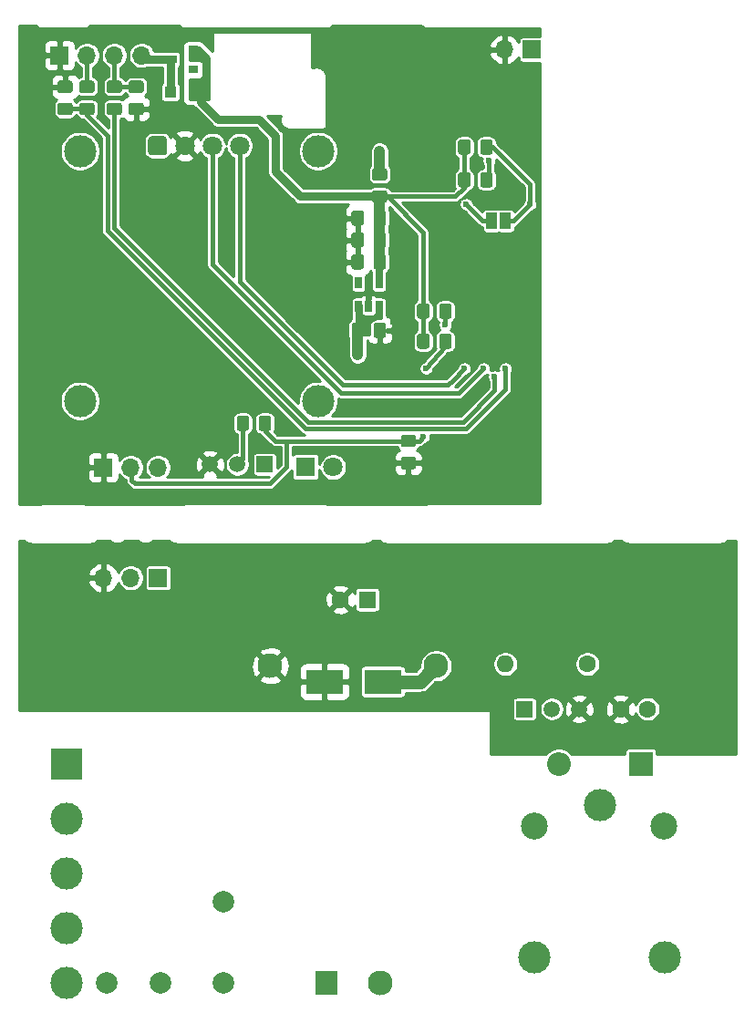
<source format=gbr>
%TF.GenerationSoftware,KiCad,Pcbnew,(5.1.5)-3*%
%TF.CreationDate,2021-07-21T11:08:43+02:00*%
%TF.ProjectId,cece-pcb,63656365-2d70-4636-922e-6b696361645f,rev?*%
%TF.SameCoordinates,Original*%
%TF.FileFunction,Copper,L2,Bot*%
%TF.FilePolarity,Positive*%
%FSLAX46Y46*%
G04 Gerber Fmt 4.6, Leading zero omitted, Abs format (unit mm)*
G04 Created by KiCad (PCBNEW (5.1.5)-3) date 2021-07-21 11:08:43*
%MOMM*%
%LPD*%
G04 APERTURE LIST*
%TA.AperFunction,SMDPad,CuDef*%
%ADD10C,0.100000*%
%TD*%
%TA.AperFunction,ComponentPad*%
%ADD11R,1.500000X1.500000*%
%TD*%
%TA.AperFunction,ComponentPad*%
%ADD12C,1.500000*%
%TD*%
%TA.AperFunction,ComponentPad*%
%ADD13C,1.800000*%
%TD*%
%TA.AperFunction,ComponentPad*%
%ADD14R,1.800000X1.800000*%
%TD*%
%TA.AperFunction,ComponentPad*%
%ADD15C,3.000000*%
%TD*%
%TA.AperFunction,ComponentPad*%
%ADD16C,0.100000*%
%TD*%
%TA.AperFunction,ComponentPad*%
%ADD17O,1.700000X1.700000*%
%TD*%
%TA.AperFunction,ComponentPad*%
%ADD18R,1.700000X1.700000*%
%TD*%
%TA.AperFunction,SMDPad,CuDef*%
%ADD19R,1.100000X1.100000*%
%TD*%
%TA.AperFunction,SMDPad,CuDef*%
%ADD20R,0.900000X0.800000*%
%TD*%
%TA.AperFunction,SMDPad,CuDef*%
%ADD21R,0.650000X1.060000*%
%TD*%
%TA.AperFunction,ComponentPad*%
%ADD22C,2.000000*%
%TD*%
%TA.AperFunction,ComponentPad*%
%ADD23O,1.600000X1.600000*%
%TD*%
%TA.AperFunction,ComponentPad*%
%ADD24C,1.600000*%
%TD*%
%TA.AperFunction,ComponentPad*%
%ADD25C,2.300000*%
%TD*%
%TA.AperFunction,ComponentPad*%
%ADD26R,2.000000X2.300000*%
%TD*%
%TA.AperFunction,ComponentPad*%
%ADD27C,2.500000*%
%TD*%
%TA.AperFunction,SMDPad,CuDef*%
%ADD28R,1.000000X1.500000*%
%TD*%
%TA.AperFunction,ComponentPad*%
%ADD29R,3.000000X3.000000*%
%TD*%
%TA.AperFunction,SMDPad,CuDef*%
%ADD30R,3.500000X2.300000*%
%TD*%
%TA.AperFunction,ComponentPad*%
%ADD31O,2.200000X2.200000*%
%TD*%
%TA.AperFunction,ComponentPad*%
%ADD32R,2.200000X2.200000*%
%TD*%
%TA.AperFunction,ComponentPad*%
%ADD33R,1.600000X1.600000*%
%TD*%
%TA.AperFunction,ViaPad*%
%ADD34C,0.600000*%
%TD*%
%TA.AperFunction,ViaPad*%
%ADD35C,0.800000*%
%TD*%
%TA.AperFunction,ViaPad*%
%ADD36C,1.000000*%
%TD*%
%TA.AperFunction,Conductor*%
%ADD37C,0.508000*%
%TD*%
%TA.AperFunction,Conductor*%
%ADD38C,1.016000*%
%TD*%
%TA.AperFunction,Conductor*%
%ADD39C,0.635000*%
%TD*%
%TA.AperFunction,Conductor*%
%ADD40C,0.762000*%
%TD*%
%TA.AperFunction,Conductor*%
%ADD41C,0.381000*%
%TD*%
%TA.AperFunction,Conductor*%
%ADD42C,1.270000*%
%TD*%
%TA.AperFunction,Conductor*%
%ADD43C,0.254000*%
%TD*%
G04 APERTURE END LIST*
%TA.AperFunction,SMDPad,CuDef*%
D10*
%TO.P,R109,2*%
%TO.N,D8*%
G36*
X123557505Y-59499204D02*
G01*
X123581773Y-59502804D01*
X123605572Y-59508765D01*
X123628671Y-59517030D01*
X123650850Y-59527520D01*
X123671893Y-59540132D01*
X123691599Y-59554747D01*
X123709777Y-59571223D01*
X123726253Y-59589401D01*
X123740868Y-59609107D01*
X123753480Y-59630150D01*
X123763970Y-59652329D01*
X123772235Y-59675428D01*
X123778196Y-59699227D01*
X123781796Y-59723495D01*
X123783000Y-59747999D01*
X123783000Y-60648001D01*
X123781796Y-60672505D01*
X123778196Y-60696773D01*
X123772235Y-60720572D01*
X123763970Y-60743671D01*
X123753480Y-60765850D01*
X123740868Y-60786893D01*
X123726253Y-60806599D01*
X123709777Y-60824777D01*
X123691599Y-60841253D01*
X123671893Y-60855868D01*
X123650850Y-60868480D01*
X123628671Y-60878970D01*
X123605572Y-60887235D01*
X123581773Y-60893196D01*
X123557505Y-60896796D01*
X123533001Y-60898000D01*
X122882999Y-60898000D01*
X122858495Y-60896796D01*
X122834227Y-60893196D01*
X122810428Y-60887235D01*
X122787329Y-60878970D01*
X122765150Y-60868480D01*
X122744107Y-60855868D01*
X122724401Y-60841253D01*
X122706223Y-60824777D01*
X122689747Y-60806599D01*
X122675132Y-60786893D01*
X122662520Y-60765850D01*
X122652030Y-60743671D01*
X122643765Y-60720572D01*
X122637804Y-60696773D01*
X122634204Y-60672505D01*
X122633000Y-60648001D01*
X122633000Y-59747999D01*
X122634204Y-59723495D01*
X122637804Y-59699227D01*
X122643765Y-59675428D01*
X122652030Y-59652329D01*
X122662520Y-59630150D01*
X122675132Y-59609107D01*
X122689747Y-59589401D01*
X122706223Y-59571223D01*
X122724401Y-59554747D01*
X122744107Y-59540132D01*
X122765150Y-59527520D01*
X122787329Y-59517030D01*
X122810428Y-59508765D01*
X122834227Y-59502804D01*
X122858495Y-59499204D01*
X122882999Y-59498000D01*
X123533001Y-59498000D01*
X123557505Y-59499204D01*
G37*
%TD.AperFunction*%
%TA.AperFunction,SMDPad,CuDef*%
%TO.P,R109,1*%
%TO.N,Net-(Q101-Pad2)*%
G36*
X121507505Y-59499204D02*
G01*
X121531773Y-59502804D01*
X121555572Y-59508765D01*
X121578671Y-59517030D01*
X121600850Y-59527520D01*
X121621893Y-59540132D01*
X121641599Y-59554747D01*
X121659777Y-59571223D01*
X121676253Y-59589401D01*
X121690868Y-59609107D01*
X121703480Y-59630150D01*
X121713970Y-59652329D01*
X121722235Y-59675428D01*
X121728196Y-59699227D01*
X121731796Y-59723495D01*
X121733000Y-59747999D01*
X121733000Y-60648001D01*
X121731796Y-60672505D01*
X121728196Y-60696773D01*
X121722235Y-60720572D01*
X121713970Y-60743671D01*
X121703480Y-60765850D01*
X121690868Y-60786893D01*
X121676253Y-60806599D01*
X121659777Y-60824777D01*
X121641599Y-60841253D01*
X121621893Y-60855868D01*
X121600850Y-60868480D01*
X121578671Y-60878970D01*
X121555572Y-60887235D01*
X121531773Y-60893196D01*
X121507505Y-60896796D01*
X121483001Y-60898000D01*
X120832999Y-60898000D01*
X120808495Y-60896796D01*
X120784227Y-60893196D01*
X120760428Y-60887235D01*
X120737329Y-60878970D01*
X120715150Y-60868480D01*
X120694107Y-60855868D01*
X120674401Y-60841253D01*
X120656223Y-60824777D01*
X120639747Y-60806599D01*
X120625132Y-60786893D01*
X120612520Y-60765850D01*
X120602030Y-60743671D01*
X120593765Y-60720572D01*
X120587804Y-60696773D01*
X120584204Y-60672505D01*
X120583000Y-60648001D01*
X120583000Y-59747999D01*
X120584204Y-59723495D01*
X120587804Y-59699227D01*
X120593765Y-59675428D01*
X120602030Y-59652329D01*
X120612520Y-59630150D01*
X120625132Y-59609107D01*
X120639747Y-59589401D01*
X120656223Y-59571223D01*
X120674401Y-59554747D01*
X120694107Y-59540132D01*
X120715150Y-59527520D01*
X120737329Y-59517030D01*
X120760428Y-59508765D01*
X120784227Y-59502804D01*
X120808495Y-59499204D01*
X120832999Y-59498000D01*
X121483001Y-59498000D01*
X121507505Y-59499204D01*
G37*
%TD.AperFunction*%
%TD*%
D11*
%TO.P,Q101,1*%
%TO.N,Net-(D103-Pad1)*%
X123190000Y-64008000D03*
D12*
%TO.P,Q101,3*%
%TO.N,GND*%
X118110000Y-64008000D03*
%TO.P,Q101,2*%
%TO.N,Net-(Q101-Pad2)*%
X120650000Y-64008000D03*
%TD*%
D13*
%TO.P,D103,2*%
%TO.N,Net-(D103-Pad2)*%
X129540000Y-64262000D03*
D14*
%TO.P,D103,1*%
%TO.N,Net-(D103-Pad1)*%
X127000000Y-64262000D03*
%TD*%
D15*
%TO.P,LCD101,*%
%TO.N,*%
X106045000Y-34925000D03*
X128155000Y-58125000D03*
X128155000Y-34925000D03*
X106045000Y-58125000D03*
D13*
%TO.P,LCD101,2*%
%TO.N,GND*%
X115785000Y-34425000D03*
%TA.AperFunction,ComponentPad*%
D16*
%TO.P,LCD101,1*%
%TO.N,+3V3*%
G36*
X113739108Y-33527167D02*
G01*
X113782791Y-33533647D01*
X113825628Y-33544377D01*
X113867208Y-33559254D01*
X113907129Y-33578135D01*
X113945007Y-33600839D01*
X113980477Y-33627145D01*
X114013198Y-33656802D01*
X114042855Y-33689523D01*
X114069161Y-33724993D01*
X114091865Y-33762871D01*
X114110746Y-33802792D01*
X114125623Y-33844372D01*
X114136353Y-33887209D01*
X114142833Y-33930892D01*
X114145000Y-33975000D01*
X114145000Y-34875000D01*
X114142833Y-34919108D01*
X114136353Y-34962791D01*
X114125623Y-35005628D01*
X114110746Y-35047208D01*
X114091865Y-35087129D01*
X114069161Y-35125007D01*
X114042855Y-35160477D01*
X114013198Y-35193198D01*
X113980477Y-35222855D01*
X113945007Y-35249161D01*
X113907129Y-35271865D01*
X113867208Y-35290746D01*
X113825628Y-35305623D01*
X113782791Y-35316353D01*
X113739108Y-35322833D01*
X113695000Y-35325000D01*
X112795000Y-35325000D01*
X112750892Y-35322833D01*
X112707209Y-35316353D01*
X112664372Y-35305623D01*
X112622792Y-35290746D01*
X112582871Y-35271865D01*
X112544993Y-35249161D01*
X112509523Y-35222855D01*
X112476802Y-35193198D01*
X112447145Y-35160477D01*
X112420839Y-35125007D01*
X112398135Y-35087129D01*
X112379254Y-35047208D01*
X112364377Y-35005628D01*
X112353647Y-34962791D01*
X112347167Y-34919108D01*
X112345000Y-34875000D01*
X112345000Y-33975000D01*
X112347167Y-33930892D01*
X112353647Y-33887209D01*
X112364377Y-33844372D01*
X112379254Y-33802792D01*
X112398135Y-33762871D01*
X112420839Y-33724993D01*
X112447145Y-33689523D01*
X112476802Y-33656802D01*
X112509523Y-33627145D01*
X112544993Y-33600839D01*
X112582871Y-33578135D01*
X112622792Y-33559254D01*
X112664372Y-33544377D01*
X112707209Y-33533647D01*
X112750892Y-33527167D01*
X112795000Y-33525000D01*
X113695000Y-33525000D01*
X113739108Y-33527167D01*
G37*
%TD.AperFunction*%
D13*
%TO.P,LCD101,3*%
%TO.N,/D1|SCL*%
X118325000Y-34425000D03*
%TO.P,LCD101,4*%
%TO.N,/D2|SDA*%
X120865000Y-34425000D03*
%TD*%
%TA.AperFunction,SMDPad,CuDef*%
D10*
%TO.P,R106,2*%
%TO.N,D8*%
G36*
X136999505Y-61266204D02*
G01*
X137023773Y-61269804D01*
X137047572Y-61275765D01*
X137070671Y-61284030D01*
X137092850Y-61294520D01*
X137113893Y-61307132D01*
X137133599Y-61321747D01*
X137151777Y-61338223D01*
X137168253Y-61356401D01*
X137182868Y-61376107D01*
X137195480Y-61397150D01*
X137205970Y-61419329D01*
X137214235Y-61442428D01*
X137220196Y-61466227D01*
X137223796Y-61490495D01*
X137225000Y-61514999D01*
X137225000Y-62165001D01*
X137223796Y-62189505D01*
X137220196Y-62213773D01*
X137214235Y-62237572D01*
X137205970Y-62260671D01*
X137195480Y-62282850D01*
X137182868Y-62303893D01*
X137168253Y-62323599D01*
X137151777Y-62341777D01*
X137133599Y-62358253D01*
X137113893Y-62372868D01*
X137092850Y-62385480D01*
X137070671Y-62395970D01*
X137047572Y-62404235D01*
X137023773Y-62410196D01*
X136999505Y-62413796D01*
X136975001Y-62415000D01*
X136074999Y-62415000D01*
X136050495Y-62413796D01*
X136026227Y-62410196D01*
X136002428Y-62404235D01*
X135979329Y-62395970D01*
X135957150Y-62385480D01*
X135936107Y-62372868D01*
X135916401Y-62358253D01*
X135898223Y-62341777D01*
X135881747Y-62323599D01*
X135867132Y-62303893D01*
X135854520Y-62282850D01*
X135844030Y-62260671D01*
X135835765Y-62237572D01*
X135829804Y-62213773D01*
X135826204Y-62189505D01*
X135825000Y-62165001D01*
X135825000Y-61514999D01*
X135826204Y-61490495D01*
X135829804Y-61466227D01*
X135835765Y-61442428D01*
X135844030Y-61419329D01*
X135854520Y-61397150D01*
X135867132Y-61376107D01*
X135881747Y-61356401D01*
X135898223Y-61338223D01*
X135916401Y-61321747D01*
X135936107Y-61307132D01*
X135957150Y-61294520D01*
X135979329Y-61284030D01*
X136002428Y-61275765D01*
X136026227Y-61269804D01*
X136050495Y-61266204D01*
X136074999Y-61265000D01*
X136975001Y-61265000D01*
X136999505Y-61266204D01*
G37*
%TD.AperFunction*%
%TA.AperFunction,SMDPad,CuDef*%
%TO.P,R106,1*%
%TO.N,GND*%
G36*
X136999505Y-63316204D02*
G01*
X137023773Y-63319804D01*
X137047572Y-63325765D01*
X137070671Y-63334030D01*
X137092850Y-63344520D01*
X137113893Y-63357132D01*
X137133599Y-63371747D01*
X137151777Y-63388223D01*
X137168253Y-63406401D01*
X137182868Y-63426107D01*
X137195480Y-63447150D01*
X137205970Y-63469329D01*
X137214235Y-63492428D01*
X137220196Y-63516227D01*
X137223796Y-63540495D01*
X137225000Y-63564999D01*
X137225000Y-64215001D01*
X137223796Y-64239505D01*
X137220196Y-64263773D01*
X137214235Y-64287572D01*
X137205970Y-64310671D01*
X137195480Y-64332850D01*
X137182868Y-64353893D01*
X137168253Y-64373599D01*
X137151777Y-64391777D01*
X137133599Y-64408253D01*
X137113893Y-64422868D01*
X137092850Y-64435480D01*
X137070671Y-64445970D01*
X137047572Y-64454235D01*
X137023773Y-64460196D01*
X136999505Y-64463796D01*
X136975001Y-64465000D01*
X136074999Y-64465000D01*
X136050495Y-64463796D01*
X136026227Y-64460196D01*
X136002428Y-64454235D01*
X135979329Y-64445970D01*
X135957150Y-64435480D01*
X135936107Y-64422868D01*
X135916401Y-64408253D01*
X135898223Y-64391777D01*
X135881747Y-64373599D01*
X135867132Y-64353893D01*
X135854520Y-64332850D01*
X135844030Y-64310671D01*
X135835765Y-64287572D01*
X135829804Y-64263773D01*
X135826204Y-64239505D01*
X135825000Y-64215001D01*
X135825000Y-63564999D01*
X135826204Y-63540495D01*
X135829804Y-63516227D01*
X135835765Y-63492428D01*
X135844030Y-63469329D01*
X135854520Y-63447150D01*
X135867132Y-63426107D01*
X135881747Y-63406401D01*
X135898223Y-63388223D01*
X135916401Y-63371747D01*
X135936107Y-63357132D01*
X135957150Y-63344520D01*
X135979329Y-63334030D01*
X136002428Y-63325765D01*
X136026227Y-63319804D01*
X136050495Y-63316204D01*
X136074999Y-63315000D01*
X136975001Y-63315000D01*
X136999505Y-63316204D01*
G37*
%TD.AperFunction*%
%TD*%
%TA.AperFunction,SMDPad,CuDef*%
%TO.P,C104,2*%
%TO.N,GND*%
G36*
X132166505Y-40449204D02*
G01*
X132190773Y-40452804D01*
X132214572Y-40458765D01*
X132237671Y-40467030D01*
X132259850Y-40477520D01*
X132280893Y-40490132D01*
X132300599Y-40504747D01*
X132318777Y-40521223D01*
X132335253Y-40539401D01*
X132349868Y-40559107D01*
X132362480Y-40580150D01*
X132372970Y-40602329D01*
X132381235Y-40625428D01*
X132387196Y-40649227D01*
X132390796Y-40673495D01*
X132392000Y-40697999D01*
X132392000Y-41598001D01*
X132390796Y-41622505D01*
X132387196Y-41646773D01*
X132381235Y-41670572D01*
X132372970Y-41693671D01*
X132362480Y-41715850D01*
X132349868Y-41736893D01*
X132335253Y-41756599D01*
X132318777Y-41774777D01*
X132300599Y-41791253D01*
X132280893Y-41805868D01*
X132259850Y-41818480D01*
X132237671Y-41828970D01*
X132214572Y-41837235D01*
X132190773Y-41843196D01*
X132166505Y-41846796D01*
X132142001Y-41848000D01*
X131491999Y-41848000D01*
X131467495Y-41846796D01*
X131443227Y-41843196D01*
X131419428Y-41837235D01*
X131396329Y-41828970D01*
X131374150Y-41818480D01*
X131353107Y-41805868D01*
X131333401Y-41791253D01*
X131315223Y-41774777D01*
X131298747Y-41756599D01*
X131284132Y-41736893D01*
X131271520Y-41715850D01*
X131261030Y-41693671D01*
X131252765Y-41670572D01*
X131246804Y-41646773D01*
X131243204Y-41622505D01*
X131242000Y-41598001D01*
X131242000Y-40697999D01*
X131243204Y-40673495D01*
X131246804Y-40649227D01*
X131252765Y-40625428D01*
X131261030Y-40602329D01*
X131271520Y-40580150D01*
X131284132Y-40559107D01*
X131298747Y-40539401D01*
X131315223Y-40521223D01*
X131333401Y-40504747D01*
X131353107Y-40490132D01*
X131374150Y-40477520D01*
X131396329Y-40467030D01*
X131419428Y-40458765D01*
X131443227Y-40452804D01*
X131467495Y-40449204D01*
X131491999Y-40448000D01*
X132142001Y-40448000D01*
X132166505Y-40449204D01*
G37*
%TD.AperFunction*%
%TA.AperFunction,SMDPad,CuDef*%
%TO.P,C104,1*%
%TO.N,+3V3*%
G36*
X134216505Y-40449204D02*
G01*
X134240773Y-40452804D01*
X134264572Y-40458765D01*
X134287671Y-40467030D01*
X134309850Y-40477520D01*
X134330893Y-40490132D01*
X134350599Y-40504747D01*
X134368777Y-40521223D01*
X134385253Y-40539401D01*
X134399868Y-40559107D01*
X134412480Y-40580150D01*
X134422970Y-40602329D01*
X134431235Y-40625428D01*
X134437196Y-40649227D01*
X134440796Y-40673495D01*
X134442000Y-40697999D01*
X134442000Y-41598001D01*
X134440796Y-41622505D01*
X134437196Y-41646773D01*
X134431235Y-41670572D01*
X134422970Y-41693671D01*
X134412480Y-41715850D01*
X134399868Y-41736893D01*
X134385253Y-41756599D01*
X134368777Y-41774777D01*
X134350599Y-41791253D01*
X134330893Y-41805868D01*
X134309850Y-41818480D01*
X134287671Y-41828970D01*
X134264572Y-41837235D01*
X134240773Y-41843196D01*
X134216505Y-41846796D01*
X134192001Y-41848000D01*
X133541999Y-41848000D01*
X133517495Y-41846796D01*
X133493227Y-41843196D01*
X133469428Y-41837235D01*
X133446329Y-41828970D01*
X133424150Y-41818480D01*
X133403107Y-41805868D01*
X133383401Y-41791253D01*
X133365223Y-41774777D01*
X133348747Y-41756599D01*
X133334132Y-41736893D01*
X133321520Y-41715850D01*
X133311030Y-41693671D01*
X133302765Y-41670572D01*
X133296804Y-41646773D01*
X133293204Y-41622505D01*
X133292000Y-41598001D01*
X133292000Y-40697999D01*
X133293204Y-40673495D01*
X133296804Y-40649227D01*
X133302765Y-40625428D01*
X133311030Y-40602329D01*
X133321520Y-40580150D01*
X133334132Y-40559107D01*
X133348747Y-40539401D01*
X133365223Y-40521223D01*
X133383401Y-40504747D01*
X133403107Y-40490132D01*
X133424150Y-40477520D01*
X133446329Y-40467030D01*
X133469428Y-40458765D01*
X133493227Y-40452804D01*
X133517495Y-40449204D01*
X133541999Y-40448000D01*
X134192001Y-40448000D01*
X134216505Y-40449204D01*
G37*
%TD.AperFunction*%
%TD*%
D17*
%TO.P,J101,4*%
%TO.N,Net-(D101-Pad1)*%
X111760000Y-26035000D03*
%TO.P,J101,3*%
%TO.N,Net-(C106-Pad1)*%
X109220000Y-26035000D03*
%TO.P,J101,2*%
%TO.N,Net-(J101-Pad2)*%
X106680000Y-26035000D03*
D18*
%TO.P,J101,1*%
%TO.N,GND*%
X104140000Y-26035000D03*
%TD*%
D19*
%TO.P,D102,2*%
%TO.N,+3V3*%
X117224000Y-29464000D03*
%TO.P,D102,1*%
%TO.N,Net-(D101-Pad1)*%
X114424000Y-29464000D03*
%TD*%
D17*
%TO.P,J202,3*%
%TO.N,GND*%
X108204000Y-74549000D03*
%TO.P,J202,2*%
%TO.N,D8*%
X110744000Y-74549000D03*
D18*
%TO.P,J202,1*%
%TO.N,+5V*%
X113284000Y-74549000D03*
%TD*%
D17*
%TO.P,J103,3*%
%TO.N,+5V*%
X113284000Y-64300000D03*
%TO.P,J103,2*%
%TO.N,D8*%
X110744000Y-64300000D03*
D18*
%TO.P,J103,1*%
%TO.N,GND*%
X108204000Y-64300000D03*
%TD*%
D20*
%TO.P,D101,1*%
%TO.N,Net-(D101-Pad1)*%
X114570000Y-26416000D03*
%TO.P,D101,*%
%TO.N,*%
X116570000Y-27366000D03*
%TO.P,D101,2*%
%TO.N,+3V3*%
X116570000Y-25466000D03*
%TD*%
D21*
%TO.P,U101,5*%
%TO.N,+3V3*%
X133792000Y-47160000D03*
%TO.P,U101,4*%
%TO.N,N/C*%
X131892000Y-47160000D03*
%TO.P,U101,3*%
%TO.N,+5V*%
X131892000Y-49360000D03*
%TO.P,U101,2*%
%TO.N,GND*%
X132842000Y-49360000D03*
%TO.P,U101,1*%
%TO.N,+5V*%
X133792000Y-49360000D03*
%TD*%
D22*
%TO.P,RV201,2*%
%TO.N,/Bottom Board/ACN*%
X119380000Y-104625000D03*
%TO.P,RV201,1*%
%TO.N,Net-(F201-Pad1)*%
X119380000Y-112125000D03*
%TD*%
D23*
%TO.P,R202,2*%
%TO.N,D8*%
X145542000Y-82550000D03*
D24*
%TO.P,R202,1*%
%TO.N,Net-(Q201-Pad2)*%
X153162000Y-82550000D03*
%TD*%
%TA.AperFunction,SMDPad,CuDef*%
D10*
%TO.P,R107,2*%
%TO.N,/RX*%
G36*
X107154505Y-30423204D02*
G01*
X107178773Y-30426804D01*
X107202572Y-30432765D01*
X107225671Y-30441030D01*
X107247850Y-30451520D01*
X107268893Y-30464132D01*
X107288599Y-30478747D01*
X107306777Y-30495223D01*
X107323253Y-30513401D01*
X107337868Y-30533107D01*
X107350480Y-30554150D01*
X107360970Y-30576329D01*
X107369235Y-30599428D01*
X107375196Y-30623227D01*
X107378796Y-30647495D01*
X107380000Y-30671999D01*
X107380000Y-31322001D01*
X107378796Y-31346505D01*
X107375196Y-31370773D01*
X107369235Y-31394572D01*
X107360970Y-31417671D01*
X107350480Y-31439850D01*
X107337868Y-31460893D01*
X107323253Y-31480599D01*
X107306777Y-31498777D01*
X107288599Y-31515253D01*
X107268893Y-31529868D01*
X107247850Y-31542480D01*
X107225671Y-31552970D01*
X107202572Y-31561235D01*
X107178773Y-31567196D01*
X107154505Y-31570796D01*
X107130001Y-31572000D01*
X106229999Y-31572000D01*
X106205495Y-31570796D01*
X106181227Y-31567196D01*
X106157428Y-31561235D01*
X106134329Y-31552970D01*
X106112150Y-31542480D01*
X106091107Y-31529868D01*
X106071401Y-31515253D01*
X106053223Y-31498777D01*
X106036747Y-31480599D01*
X106022132Y-31460893D01*
X106009520Y-31439850D01*
X105999030Y-31417671D01*
X105990765Y-31394572D01*
X105984804Y-31370773D01*
X105981204Y-31346505D01*
X105980000Y-31322001D01*
X105980000Y-30671999D01*
X105981204Y-30647495D01*
X105984804Y-30623227D01*
X105990765Y-30599428D01*
X105999030Y-30576329D01*
X106009520Y-30554150D01*
X106022132Y-30533107D01*
X106036747Y-30513401D01*
X106053223Y-30495223D01*
X106071401Y-30478747D01*
X106091107Y-30464132D01*
X106112150Y-30451520D01*
X106134329Y-30441030D01*
X106157428Y-30432765D01*
X106181227Y-30426804D01*
X106205495Y-30423204D01*
X106229999Y-30422000D01*
X107130001Y-30422000D01*
X107154505Y-30423204D01*
G37*
%TD.AperFunction*%
%TA.AperFunction,SMDPad,CuDef*%
%TO.P,R107,1*%
%TO.N,Net-(J101-Pad2)*%
G36*
X107154505Y-28373204D02*
G01*
X107178773Y-28376804D01*
X107202572Y-28382765D01*
X107225671Y-28391030D01*
X107247850Y-28401520D01*
X107268893Y-28414132D01*
X107288599Y-28428747D01*
X107306777Y-28445223D01*
X107323253Y-28463401D01*
X107337868Y-28483107D01*
X107350480Y-28504150D01*
X107360970Y-28526329D01*
X107369235Y-28549428D01*
X107375196Y-28573227D01*
X107378796Y-28597495D01*
X107380000Y-28621999D01*
X107380000Y-29272001D01*
X107378796Y-29296505D01*
X107375196Y-29320773D01*
X107369235Y-29344572D01*
X107360970Y-29367671D01*
X107350480Y-29389850D01*
X107337868Y-29410893D01*
X107323253Y-29430599D01*
X107306777Y-29448777D01*
X107288599Y-29465253D01*
X107268893Y-29479868D01*
X107247850Y-29492480D01*
X107225671Y-29502970D01*
X107202572Y-29511235D01*
X107178773Y-29517196D01*
X107154505Y-29520796D01*
X107130001Y-29522000D01*
X106229999Y-29522000D01*
X106205495Y-29520796D01*
X106181227Y-29517196D01*
X106157428Y-29511235D01*
X106134329Y-29502970D01*
X106112150Y-29492480D01*
X106091107Y-29479868D01*
X106071401Y-29465253D01*
X106053223Y-29448777D01*
X106036747Y-29430599D01*
X106022132Y-29410893D01*
X106009520Y-29389850D01*
X105999030Y-29367671D01*
X105990765Y-29344572D01*
X105984804Y-29320773D01*
X105981204Y-29296505D01*
X105980000Y-29272001D01*
X105980000Y-28621999D01*
X105981204Y-28597495D01*
X105984804Y-28573227D01*
X105990765Y-28549428D01*
X105999030Y-28526329D01*
X106009520Y-28504150D01*
X106022132Y-28483107D01*
X106036747Y-28463401D01*
X106053223Y-28445223D01*
X106071401Y-28428747D01*
X106091107Y-28414132D01*
X106112150Y-28401520D01*
X106134329Y-28391030D01*
X106157428Y-28382765D01*
X106181227Y-28376804D01*
X106205495Y-28373204D01*
X106229999Y-28372000D01*
X107130001Y-28372000D01*
X107154505Y-28373204D01*
G37*
%TD.AperFunction*%
%TD*%
%TA.AperFunction,SMDPad,CuDef*%
%TO.P,R105,2*%
%TO.N,/TX*%
G36*
X109694505Y-30423204D02*
G01*
X109718773Y-30426804D01*
X109742572Y-30432765D01*
X109765671Y-30441030D01*
X109787850Y-30451520D01*
X109808893Y-30464132D01*
X109828599Y-30478747D01*
X109846777Y-30495223D01*
X109863253Y-30513401D01*
X109877868Y-30533107D01*
X109890480Y-30554150D01*
X109900970Y-30576329D01*
X109909235Y-30599428D01*
X109915196Y-30623227D01*
X109918796Y-30647495D01*
X109920000Y-30671999D01*
X109920000Y-31322001D01*
X109918796Y-31346505D01*
X109915196Y-31370773D01*
X109909235Y-31394572D01*
X109900970Y-31417671D01*
X109890480Y-31439850D01*
X109877868Y-31460893D01*
X109863253Y-31480599D01*
X109846777Y-31498777D01*
X109828599Y-31515253D01*
X109808893Y-31529868D01*
X109787850Y-31542480D01*
X109765671Y-31552970D01*
X109742572Y-31561235D01*
X109718773Y-31567196D01*
X109694505Y-31570796D01*
X109670001Y-31572000D01*
X108769999Y-31572000D01*
X108745495Y-31570796D01*
X108721227Y-31567196D01*
X108697428Y-31561235D01*
X108674329Y-31552970D01*
X108652150Y-31542480D01*
X108631107Y-31529868D01*
X108611401Y-31515253D01*
X108593223Y-31498777D01*
X108576747Y-31480599D01*
X108562132Y-31460893D01*
X108549520Y-31439850D01*
X108539030Y-31417671D01*
X108530765Y-31394572D01*
X108524804Y-31370773D01*
X108521204Y-31346505D01*
X108520000Y-31322001D01*
X108520000Y-30671999D01*
X108521204Y-30647495D01*
X108524804Y-30623227D01*
X108530765Y-30599428D01*
X108539030Y-30576329D01*
X108549520Y-30554150D01*
X108562132Y-30533107D01*
X108576747Y-30513401D01*
X108593223Y-30495223D01*
X108611401Y-30478747D01*
X108631107Y-30464132D01*
X108652150Y-30451520D01*
X108674329Y-30441030D01*
X108697428Y-30432765D01*
X108721227Y-30426804D01*
X108745495Y-30423204D01*
X108769999Y-30422000D01*
X109670001Y-30422000D01*
X109694505Y-30423204D01*
G37*
%TD.AperFunction*%
%TA.AperFunction,SMDPad,CuDef*%
%TO.P,R105,1*%
%TO.N,Net-(C106-Pad1)*%
G36*
X109694505Y-28373204D02*
G01*
X109718773Y-28376804D01*
X109742572Y-28382765D01*
X109765671Y-28391030D01*
X109787850Y-28401520D01*
X109808893Y-28414132D01*
X109828599Y-28428747D01*
X109846777Y-28445223D01*
X109863253Y-28463401D01*
X109877868Y-28483107D01*
X109890480Y-28504150D01*
X109900970Y-28526329D01*
X109909235Y-28549428D01*
X109915196Y-28573227D01*
X109918796Y-28597495D01*
X109920000Y-28621999D01*
X109920000Y-29272001D01*
X109918796Y-29296505D01*
X109915196Y-29320773D01*
X109909235Y-29344572D01*
X109900970Y-29367671D01*
X109890480Y-29389850D01*
X109877868Y-29410893D01*
X109863253Y-29430599D01*
X109846777Y-29448777D01*
X109828599Y-29465253D01*
X109808893Y-29479868D01*
X109787850Y-29492480D01*
X109765671Y-29502970D01*
X109742572Y-29511235D01*
X109718773Y-29517196D01*
X109694505Y-29520796D01*
X109670001Y-29522000D01*
X108769999Y-29522000D01*
X108745495Y-29520796D01*
X108721227Y-29517196D01*
X108697428Y-29511235D01*
X108674329Y-29502970D01*
X108652150Y-29492480D01*
X108631107Y-29479868D01*
X108611401Y-29465253D01*
X108593223Y-29448777D01*
X108576747Y-29430599D01*
X108562132Y-29410893D01*
X108549520Y-29389850D01*
X108539030Y-29367671D01*
X108530765Y-29344572D01*
X108524804Y-29320773D01*
X108521204Y-29296505D01*
X108520000Y-29272001D01*
X108520000Y-28621999D01*
X108521204Y-28597495D01*
X108524804Y-28573227D01*
X108530765Y-28549428D01*
X108539030Y-28526329D01*
X108549520Y-28504150D01*
X108562132Y-28483107D01*
X108576747Y-28463401D01*
X108593223Y-28445223D01*
X108611401Y-28428747D01*
X108631107Y-28414132D01*
X108652150Y-28401520D01*
X108674329Y-28391030D01*
X108697428Y-28382765D01*
X108721227Y-28376804D01*
X108745495Y-28373204D01*
X108769999Y-28372000D01*
X109670001Y-28372000D01*
X109694505Y-28373204D01*
G37*
%TD.AperFunction*%
%TD*%
%TA.AperFunction,SMDPad,CuDef*%
%TO.P,R104,2*%
%TO.N,+3V3*%
G36*
X138262505Y-51879204D02*
G01*
X138286773Y-51882804D01*
X138310572Y-51888765D01*
X138333671Y-51897030D01*
X138355850Y-51907520D01*
X138376893Y-51920132D01*
X138396599Y-51934747D01*
X138414777Y-51951223D01*
X138431253Y-51969401D01*
X138445868Y-51989107D01*
X138458480Y-52010150D01*
X138468970Y-52032329D01*
X138477235Y-52055428D01*
X138483196Y-52079227D01*
X138486796Y-52103495D01*
X138488000Y-52127999D01*
X138488000Y-53028001D01*
X138486796Y-53052505D01*
X138483196Y-53076773D01*
X138477235Y-53100572D01*
X138468970Y-53123671D01*
X138458480Y-53145850D01*
X138445868Y-53166893D01*
X138431253Y-53186599D01*
X138414777Y-53204777D01*
X138396599Y-53221253D01*
X138376893Y-53235868D01*
X138355850Y-53248480D01*
X138333671Y-53258970D01*
X138310572Y-53267235D01*
X138286773Y-53273196D01*
X138262505Y-53276796D01*
X138238001Y-53278000D01*
X137587999Y-53278000D01*
X137563495Y-53276796D01*
X137539227Y-53273196D01*
X137515428Y-53267235D01*
X137492329Y-53258970D01*
X137470150Y-53248480D01*
X137449107Y-53235868D01*
X137429401Y-53221253D01*
X137411223Y-53204777D01*
X137394747Y-53186599D01*
X137380132Y-53166893D01*
X137367520Y-53145850D01*
X137357030Y-53123671D01*
X137348765Y-53100572D01*
X137342804Y-53076773D01*
X137339204Y-53052505D01*
X137338000Y-53028001D01*
X137338000Y-52127999D01*
X137339204Y-52103495D01*
X137342804Y-52079227D01*
X137348765Y-52055428D01*
X137357030Y-52032329D01*
X137367520Y-52010150D01*
X137380132Y-51989107D01*
X137394747Y-51969401D01*
X137411223Y-51951223D01*
X137429401Y-51934747D01*
X137449107Y-51920132D01*
X137470150Y-51907520D01*
X137492329Y-51897030D01*
X137515428Y-51888765D01*
X137539227Y-51882804D01*
X137563495Y-51879204D01*
X137587999Y-51878000D01*
X138238001Y-51878000D01*
X138262505Y-51879204D01*
G37*
%TD.AperFunction*%
%TA.AperFunction,SMDPad,CuDef*%
%TO.P,R104,1*%
%TO.N,/D4*%
G36*
X140312505Y-51879204D02*
G01*
X140336773Y-51882804D01*
X140360572Y-51888765D01*
X140383671Y-51897030D01*
X140405850Y-51907520D01*
X140426893Y-51920132D01*
X140446599Y-51934747D01*
X140464777Y-51951223D01*
X140481253Y-51969401D01*
X140495868Y-51989107D01*
X140508480Y-52010150D01*
X140518970Y-52032329D01*
X140527235Y-52055428D01*
X140533196Y-52079227D01*
X140536796Y-52103495D01*
X140538000Y-52127999D01*
X140538000Y-53028001D01*
X140536796Y-53052505D01*
X140533196Y-53076773D01*
X140527235Y-53100572D01*
X140518970Y-53123671D01*
X140508480Y-53145850D01*
X140495868Y-53166893D01*
X140481253Y-53186599D01*
X140464777Y-53204777D01*
X140446599Y-53221253D01*
X140426893Y-53235868D01*
X140405850Y-53248480D01*
X140383671Y-53258970D01*
X140360572Y-53267235D01*
X140336773Y-53273196D01*
X140312505Y-53276796D01*
X140288001Y-53278000D01*
X139637999Y-53278000D01*
X139613495Y-53276796D01*
X139589227Y-53273196D01*
X139565428Y-53267235D01*
X139542329Y-53258970D01*
X139520150Y-53248480D01*
X139499107Y-53235868D01*
X139479401Y-53221253D01*
X139461223Y-53204777D01*
X139444747Y-53186599D01*
X139430132Y-53166893D01*
X139417520Y-53145850D01*
X139407030Y-53123671D01*
X139398765Y-53100572D01*
X139392804Y-53076773D01*
X139389204Y-53052505D01*
X139388000Y-53028001D01*
X139388000Y-52127999D01*
X139389204Y-52103495D01*
X139392804Y-52079227D01*
X139398765Y-52055428D01*
X139407030Y-52032329D01*
X139417520Y-52010150D01*
X139430132Y-51989107D01*
X139444747Y-51969401D01*
X139461223Y-51951223D01*
X139479401Y-51934747D01*
X139499107Y-51920132D01*
X139520150Y-51907520D01*
X139542329Y-51897030D01*
X139565428Y-51888765D01*
X139589227Y-51882804D01*
X139613495Y-51879204D01*
X139637999Y-51878000D01*
X140288001Y-51878000D01*
X140312505Y-51879204D01*
G37*
%TD.AperFunction*%
%TD*%
%TA.AperFunction,SMDPad,CuDef*%
%TO.P,R103,2*%
%TO.N,+3V3*%
G36*
X138262505Y-49085204D02*
G01*
X138286773Y-49088804D01*
X138310572Y-49094765D01*
X138333671Y-49103030D01*
X138355850Y-49113520D01*
X138376893Y-49126132D01*
X138396599Y-49140747D01*
X138414777Y-49157223D01*
X138431253Y-49175401D01*
X138445868Y-49195107D01*
X138458480Y-49216150D01*
X138468970Y-49238329D01*
X138477235Y-49261428D01*
X138483196Y-49285227D01*
X138486796Y-49309495D01*
X138488000Y-49333999D01*
X138488000Y-50234001D01*
X138486796Y-50258505D01*
X138483196Y-50282773D01*
X138477235Y-50306572D01*
X138468970Y-50329671D01*
X138458480Y-50351850D01*
X138445868Y-50372893D01*
X138431253Y-50392599D01*
X138414777Y-50410777D01*
X138396599Y-50427253D01*
X138376893Y-50441868D01*
X138355850Y-50454480D01*
X138333671Y-50464970D01*
X138310572Y-50473235D01*
X138286773Y-50479196D01*
X138262505Y-50482796D01*
X138238001Y-50484000D01*
X137587999Y-50484000D01*
X137563495Y-50482796D01*
X137539227Y-50479196D01*
X137515428Y-50473235D01*
X137492329Y-50464970D01*
X137470150Y-50454480D01*
X137449107Y-50441868D01*
X137429401Y-50427253D01*
X137411223Y-50410777D01*
X137394747Y-50392599D01*
X137380132Y-50372893D01*
X137367520Y-50351850D01*
X137357030Y-50329671D01*
X137348765Y-50306572D01*
X137342804Y-50282773D01*
X137339204Y-50258505D01*
X137338000Y-50234001D01*
X137338000Y-49333999D01*
X137339204Y-49309495D01*
X137342804Y-49285227D01*
X137348765Y-49261428D01*
X137357030Y-49238329D01*
X137367520Y-49216150D01*
X137380132Y-49195107D01*
X137394747Y-49175401D01*
X137411223Y-49157223D01*
X137429401Y-49140747D01*
X137449107Y-49126132D01*
X137470150Y-49113520D01*
X137492329Y-49103030D01*
X137515428Y-49094765D01*
X137539227Y-49088804D01*
X137563495Y-49085204D01*
X137587999Y-49084000D01*
X138238001Y-49084000D01*
X138262505Y-49085204D01*
G37*
%TD.AperFunction*%
%TA.AperFunction,SMDPad,CuDef*%
%TO.P,R103,1*%
%TO.N,/D3*%
G36*
X140312505Y-49085204D02*
G01*
X140336773Y-49088804D01*
X140360572Y-49094765D01*
X140383671Y-49103030D01*
X140405850Y-49113520D01*
X140426893Y-49126132D01*
X140446599Y-49140747D01*
X140464777Y-49157223D01*
X140481253Y-49175401D01*
X140495868Y-49195107D01*
X140508480Y-49216150D01*
X140518970Y-49238329D01*
X140527235Y-49261428D01*
X140533196Y-49285227D01*
X140536796Y-49309495D01*
X140538000Y-49333999D01*
X140538000Y-50234001D01*
X140536796Y-50258505D01*
X140533196Y-50282773D01*
X140527235Y-50306572D01*
X140518970Y-50329671D01*
X140508480Y-50351850D01*
X140495868Y-50372893D01*
X140481253Y-50392599D01*
X140464777Y-50410777D01*
X140446599Y-50427253D01*
X140426893Y-50441868D01*
X140405850Y-50454480D01*
X140383671Y-50464970D01*
X140360572Y-50473235D01*
X140336773Y-50479196D01*
X140312505Y-50482796D01*
X140288001Y-50484000D01*
X139637999Y-50484000D01*
X139613495Y-50482796D01*
X139589227Y-50479196D01*
X139565428Y-50473235D01*
X139542329Y-50464970D01*
X139520150Y-50454480D01*
X139499107Y-50441868D01*
X139479401Y-50427253D01*
X139461223Y-50410777D01*
X139444747Y-50392599D01*
X139430132Y-50372893D01*
X139417520Y-50351850D01*
X139407030Y-50329671D01*
X139398765Y-50306572D01*
X139392804Y-50282773D01*
X139389204Y-50258505D01*
X139388000Y-50234001D01*
X139388000Y-49333999D01*
X139389204Y-49309495D01*
X139392804Y-49285227D01*
X139398765Y-49261428D01*
X139407030Y-49238329D01*
X139417520Y-49216150D01*
X139430132Y-49195107D01*
X139444747Y-49175401D01*
X139461223Y-49157223D01*
X139479401Y-49140747D01*
X139499107Y-49126132D01*
X139520150Y-49113520D01*
X139542329Y-49103030D01*
X139565428Y-49094765D01*
X139589227Y-49088804D01*
X139613495Y-49085204D01*
X139637999Y-49084000D01*
X140288001Y-49084000D01*
X140312505Y-49085204D01*
G37*
%TD.AperFunction*%
%TD*%
%TA.AperFunction,SMDPad,CuDef*%
%TO.P,R102,2*%
%TO.N,+3V3*%
G36*
X142072505Y-33845204D02*
G01*
X142096773Y-33848804D01*
X142120572Y-33854765D01*
X142143671Y-33863030D01*
X142165850Y-33873520D01*
X142186893Y-33886132D01*
X142206599Y-33900747D01*
X142224777Y-33917223D01*
X142241253Y-33935401D01*
X142255868Y-33955107D01*
X142268480Y-33976150D01*
X142278970Y-33998329D01*
X142287235Y-34021428D01*
X142293196Y-34045227D01*
X142296796Y-34069495D01*
X142298000Y-34093999D01*
X142298000Y-34994001D01*
X142296796Y-35018505D01*
X142293196Y-35042773D01*
X142287235Y-35066572D01*
X142278970Y-35089671D01*
X142268480Y-35111850D01*
X142255868Y-35132893D01*
X142241253Y-35152599D01*
X142224777Y-35170777D01*
X142206599Y-35187253D01*
X142186893Y-35201868D01*
X142165850Y-35214480D01*
X142143671Y-35224970D01*
X142120572Y-35233235D01*
X142096773Y-35239196D01*
X142072505Y-35242796D01*
X142048001Y-35244000D01*
X141397999Y-35244000D01*
X141373495Y-35242796D01*
X141349227Y-35239196D01*
X141325428Y-35233235D01*
X141302329Y-35224970D01*
X141280150Y-35214480D01*
X141259107Y-35201868D01*
X141239401Y-35187253D01*
X141221223Y-35170777D01*
X141204747Y-35152599D01*
X141190132Y-35132893D01*
X141177520Y-35111850D01*
X141167030Y-35089671D01*
X141158765Y-35066572D01*
X141152804Y-35042773D01*
X141149204Y-35018505D01*
X141148000Y-34994001D01*
X141148000Y-34093999D01*
X141149204Y-34069495D01*
X141152804Y-34045227D01*
X141158765Y-34021428D01*
X141167030Y-33998329D01*
X141177520Y-33976150D01*
X141190132Y-33955107D01*
X141204747Y-33935401D01*
X141221223Y-33917223D01*
X141239401Y-33900747D01*
X141259107Y-33886132D01*
X141280150Y-33873520D01*
X141302329Y-33863030D01*
X141325428Y-33854765D01*
X141349227Y-33848804D01*
X141373495Y-33845204D01*
X141397999Y-33844000D01*
X142048001Y-33844000D01*
X142072505Y-33845204D01*
G37*
%TD.AperFunction*%
%TA.AperFunction,SMDPad,CuDef*%
%TO.P,R102,1*%
%TO.N,/RST*%
G36*
X144122505Y-33845204D02*
G01*
X144146773Y-33848804D01*
X144170572Y-33854765D01*
X144193671Y-33863030D01*
X144215850Y-33873520D01*
X144236893Y-33886132D01*
X144256599Y-33900747D01*
X144274777Y-33917223D01*
X144291253Y-33935401D01*
X144305868Y-33955107D01*
X144318480Y-33976150D01*
X144328970Y-33998329D01*
X144337235Y-34021428D01*
X144343196Y-34045227D01*
X144346796Y-34069495D01*
X144348000Y-34093999D01*
X144348000Y-34994001D01*
X144346796Y-35018505D01*
X144343196Y-35042773D01*
X144337235Y-35066572D01*
X144328970Y-35089671D01*
X144318480Y-35111850D01*
X144305868Y-35132893D01*
X144291253Y-35152599D01*
X144274777Y-35170777D01*
X144256599Y-35187253D01*
X144236893Y-35201868D01*
X144215850Y-35214480D01*
X144193671Y-35224970D01*
X144170572Y-35233235D01*
X144146773Y-35239196D01*
X144122505Y-35242796D01*
X144098001Y-35244000D01*
X143447999Y-35244000D01*
X143423495Y-35242796D01*
X143399227Y-35239196D01*
X143375428Y-35233235D01*
X143352329Y-35224970D01*
X143330150Y-35214480D01*
X143309107Y-35201868D01*
X143289401Y-35187253D01*
X143271223Y-35170777D01*
X143254747Y-35152599D01*
X143240132Y-35132893D01*
X143227520Y-35111850D01*
X143217030Y-35089671D01*
X143208765Y-35066572D01*
X143202804Y-35042773D01*
X143199204Y-35018505D01*
X143198000Y-34994001D01*
X143198000Y-34093999D01*
X143199204Y-34069495D01*
X143202804Y-34045227D01*
X143208765Y-34021428D01*
X143217030Y-33998329D01*
X143227520Y-33976150D01*
X143240132Y-33955107D01*
X143254747Y-33935401D01*
X143271223Y-33917223D01*
X143289401Y-33900747D01*
X143309107Y-33886132D01*
X143330150Y-33873520D01*
X143352329Y-33863030D01*
X143375428Y-33854765D01*
X143399227Y-33848804D01*
X143423495Y-33845204D01*
X143447999Y-33844000D01*
X144098001Y-33844000D01*
X144122505Y-33845204D01*
G37*
%TD.AperFunction*%
%TD*%
%TA.AperFunction,SMDPad,CuDef*%
%TO.P,R101,2*%
%TO.N,+3V3*%
G36*
X142072505Y-36893204D02*
G01*
X142096773Y-36896804D01*
X142120572Y-36902765D01*
X142143671Y-36911030D01*
X142165850Y-36921520D01*
X142186893Y-36934132D01*
X142206599Y-36948747D01*
X142224777Y-36965223D01*
X142241253Y-36983401D01*
X142255868Y-37003107D01*
X142268480Y-37024150D01*
X142278970Y-37046329D01*
X142287235Y-37069428D01*
X142293196Y-37093227D01*
X142296796Y-37117495D01*
X142298000Y-37141999D01*
X142298000Y-38042001D01*
X142296796Y-38066505D01*
X142293196Y-38090773D01*
X142287235Y-38114572D01*
X142278970Y-38137671D01*
X142268480Y-38159850D01*
X142255868Y-38180893D01*
X142241253Y-38200599D01*
X142224777Y-38218777D01*
X142206599Y-38235253D01*
X142186893Y-38249868D01*
X142165850Y-38262480D01*
X142143671Y-38272970D01*
X142120572Y-38281235D01*
X142096773Y-38287196D01*
X142072505Y-38290796D01*
X142048001Y-38292000D01*
X141397999Y-38292000D01*
X141373495Y-38290796D01*
X141349227Y-38287196D01*
X141325428Y-38281235D01*
X141302329Y-38272970D01*
X141280150Y-38262480D01*
X141259107Y-38249868D01*
X141239401Y-38235253D01*
X141221223Y-38218777D01*
X141204747Y-38200599D01*
X141190132Y-38180893D01*
X141177520Y-38159850D01*
X141167030Y-38137671D01*
X141158765Y-38114572D01*
X141152804Y-38090773D01*
X141149204Y-38066505D01*
X141148000Y-38042001D01*
X141148000Y-37141999D01*
X141149204Y-37117495D01*
X141152804Y-37093227D01*
X141158765Y-37069428D01*
X141167030Y-37046329D01*
X141177520Y-37024150D01*
X141190132Y-37003107D01*
X141204747Y-36983401D01*
X141221223Y-36965223D01*
X141239401Y-36948747D01*
X141259107Y-36934132D01*
X141280150Y-36921520D01*
X141302329Y-36911030D01*
X141325428Y-36902765D01*
X141349227Y-36896804D01*
X141373495Y-36893204D01*
X141397999Y-36892000D01*
X142048001Y-36892000D01*
X142072505Y-36893204D01*
G37*
%TD.AperFunction*%
%TA.AperFunction,SMDPad,CuDef*%
%TO.P,R101,1*%
%TO.N,/EN*%
G36*
X144122505Y-36893204D02*
G01*
X144146773Y-36896804D01*
X144170572Y-36902765D01*
X144193671Y-36911030D01*
X144215850Y-36921520D01*
X144236893Y-36934132D01*
X144256599Y-36948747D01*
X144274777Y-36965223D01*
X144291253Y-36983401D01*
X144305868Y-37003107D01*
X144318480Y-37024150D01*
X144328970Y-37046329D01*
X144337235Y-37069428D01*
X144343196Y-37093227D01*
X144346796Y-37117495D01*
X144348000Y-37141999D01*
X144348000Y-38042001D01*
X144346796Y-38066505D01*
X144343196Y-38090773D01*
X144337235Y-38114572D01*
X144328970Y-38137671D01*
X144318480Y-38159850D01*
X144305868Y-38180893D01*
X144291253Y-38200599D01*
X144274777Y-38218777D01*
X144256599Y-38235253D01*
X144236893Y-38249868D01*
X144215850Y-38262480D01*
X144193671Y-38272970D01*
X144170572Y-38281235D01*
X144146773Y-38287196D01*
X144122505Y-38290796D01*
X144098001Y-38292000D01*
X143447999Y-38292000D01*
X143423495Y-38290796D01*
X143399227Y-38287196D01*
X143375428Y-38281235D01*
X143352329Y-38272970D01*
X143330150Y-38262480D01*
X143309107Y-38249868D01*
X143289401Y-38235253D01*
X143271223Y-38218777D01*
X143254747Y-38200599D01*
X143240132Y-38180893D01*
X143227520Y-38159850D01*
X143217030Y-38137671D01*
X143208765Y-38114572D01*
X143202804Y-38090773D01*
X143199204Y-38066505D01*
X143198000Y-38042001D01*
X143198000Y-37141999D01*
X143199204Y-37117495D01*
X143202804Y-37093227D01*
X143208765Y-37069428D01*
X143217030Y-37046329D01*
X143227520Y-37024150D01*
X143240132Y-37003107D01*
X143254747Y-36983401D01*
X143271223Y-36965223D01*
X143289401Y-36948747D01*
X143309107Y-36934132D01*
X143330150Y-36921520D01*
X143352329Y-36911030D01*
X143375428Y-36902765D01*
X143399227Y-36896804D01*
X143423495Y-36893204D01*
X143447999Y-36892000D01*
X144098001Y-36892000D01*
X144122505Y-36893204D01*
G37*
%TD.AperFunction*%
%TD*%
D11*
%TO.P,Q201,1*%
%TO.N,Net-(D201-Pad2)*%
X147320000Y-86725000D03*
D12*
%TO.P,Q201,3*%
%TO.N,GND*%
X152400000Y-86725000D03*
%TO.P,Q201,2*%
%TO.N,Net-(Q201-Pad2)*%
X149860000Y-86725000D03*
%TD*%
D25*
%TO.P,PS201,4*%
%TO.N,+5V*%
X139105000Y-82725000D03*
%TO.P,PS201,2*%
%TO.N,/Bottom Board/ACN*%
X133905000Y-112125000D03*
D26*
%TO.P,PS201,1*%
%TO.N,Net-(F201-Pad1)*%
X128905000Y-112125000D03*
D25*
%TO.P,PS201,3*%
%TO.N,GND*%
X123705000Y-82725000D03*
%TD*%
D15*
%TO.P,K201,1*%
%TO.N,/Bottom Board/C*%
X154305000Y-95615000D03*
D27*
%TO.P,K201,5*%
%TO.N,+5V*%
X160255000Y-97565000D03*
D15*
%TO.P,K201,4*%
%TO.N,/Bottom Board/NC*%
X160305000Y-109815000D03*
%TO.P,K201,3*%
%TO.N,/Bottom Board/NO*%
X148255000Y-109765000D03*
D27*
%TO.P,K201,2*%
%TO.N,Net-(D201-Pad2)*%
X148255000Y-97565000D03*
%TD*%
D28*
%TO.P,JP103,1*%
%TO.N,/RST*%
X145542000Y-41402000D03*
%TO.P,JP103,2*%
%TO.N,/D0*%
X144242000Y-41402000D03*
%TD*%
D17*
%TO.P,JP101,2*%
%TO.N,GND*%
X145460000Y-25500000D03*
D18*
%TO.P,JP101,1*%
%TO.N,/RST*%
X148000000Y-25500000D03*
%TD*%
D15*
%TO.P,J201,5*%
%TO.N,/Bottom Board/ACL*%
X104775000Y-112125000D03*
%TO.P,J201,4*%
%TO.N,/Bottom Board/ACN*%
X104775000Y-107045000D03*
D29*
%TO.P,J201,1*%
%TO.N,/Bottom Board/C*%
X104775000Y-91805000D03*
D15*
%TO.P,J201,3*%
%TO.N,/Bottom Board/NO*%
X104775000Y-101965000D03*
%TO.P,J201,2*%
%TO.N,/Bottom Board/NC*%
X104775000Y-96885000D03*
%TD*%
%TA.AperFunction,SMDPad,CuDef*%
D10*
%TO.P,FB101,2*%
%TO.N,+3V3*%
G36*
X134332505Y-38551204D02*
G01*
X134356773Y-38554804D01*
X134380572Y-38560765D01*
X134403671Y-38569030D01*
X134425850Y-38579520D01*
X134446893Y-38592132D01*
X134466599Y-38606747D01*
X134484777Y-38623223D01*
X134501253Y-38641401D01*
X134515868Y-38661107D01*
X134528480Y-38682150D01*
X134538970Y-38704329D01*
X134547235Y-38727428D01*
X134553196Y-38751227D01*
X134556796Y-38775495D01*
X134558000Y-38799999D01*
X134558000Y-39450001D01*
X134556796Y-39474505D01*
X134553196Y-39498773D01*
X134547235Y-39522572D01*
X134538970Y-39545671D01*
X134528480Y-39567850D01*
X134515868Y-39588893D01*
X134501253Y-39608599D01*
X134484777Y-39626777D01*
X134466599Y-39643253D01*
X134446893Y-39657868D01*
X134425850Y-39670480D01*
X134403671Y-39680970D01*
X134380572Y-39689235D01*
X134356773Y-39695196D01*
X134332505Y-39698796D01*
X134308001Y-39700000D01*
X133407999Y-39700000D01*
X133383495Y-39698796D01*
X133359227Y-39695196D01*
X133335428Y-39689235D01*
X133312329Y-39680970D01*
X133290150Y-39670480D01*
X133269107Y-39657868D01*
X133249401Y-39643253D01*
X133231223Y-39626777D01*
X133214747Y-39608599D01*
X133200132Y-39588893D01*
X133187520Y-39567850D01*
X133177030Y-39545671D01*
X133168765Y-39522572D01*
X133162804Y-39498773D01*
X133159204Y-39474505D01*
X133158000Y-39450001D01*
X133158000Y-38799999D01*
X133159204Y-38775495D01*
X133162804Y-38751227D01*
X133168765Y-38727428D01*
X133177030Y-38704329D01*
X133187520Y-38682150D01*
X133200132Y-38661107D01*
X133214747Y-38641401D01*
X133231223Y-38623223D01*
X133249401Y-38606747D01*
X133269107Y-38592132D01*
X133290150Y-38579520D01*
X133312329Y-38569030D01*
X133335428Y-38560765D01*
X133359227Y-38554804D01*
X133383495Y-38551204D01*
X133407999Y-38550000D01*
X134308001Y-38550000D01*
X134332505Y-38551204D01*
G37*
%TD.AperFunction*%
%TA.AperFunction,SMDPad,CuDef*%
%TO.P,FB101,1*%
%TO.N,Net-(FB101-Pad1)*%
G36*
X134332505Y-36501204D02*
G01*
X134356773Y-36504804D01*
X134380572Y-36510765D01*
X134403671Y-36519030D01*
X134425850Y-36529520D01*
X134446893Y-36542132D01*
X134466599Y-36556747D01*
X134484777Y-36573223D01*
X134501253Y-36591401D01*
X134515868Y-36611107D01*
X134528480Y-36632150D01*
X134538970Y-36654329D01*
X134547235Y-36677428D01*
X134553196Y-36701227D01*
X134556796Y-36725495D01*
X134558000Y-36749999D01*
X134558000Y-37400001D01*
X134556796Y-37424505D01*
X134553196Y-37448773D01*
X134547235Y-37472572D01*
X134538970Y-37495671D01*
X134528480Y-37517850D01*
X134515868Y-37538893D01*
X134501253Y-37558599D01*
X134484777Y-37576777D01*
X134466599Y-37593253D01*
X134446893Y-37607868D01*
X134425850Y-37620480D01*
X134403671Y-37630970D01*
X134380572Y-37639235D01*
X134356773Y-37645196D01*
X134332505Y-37648796D01*
X134308001Y-37650000D01*
X133407999Y-37650000D01*
X133383495Y-37648796D01*
X133359227Y-37645196D01*
X133335428Y-37639235D01*
X133312329Y-37630970D01*
X133290150Y-37620480D01*
X133269107Y-37607868D01*
X133249401Y-37593253D01*
X133231223Y-37576777D01*
X133214747Y-37558599D01*
X133200132Y-37538893D01*
X133187520Y-37517850D01*
X133177030Y-37495671D01*
X133168765Y-37472572D01*
X133162804Y-37448773D01*
X133159204Y-37424505D01*
X133158000Y-37400001D01*
X133158000Y-36749999D01*
X133159204Y-36725495D01*
X133162804Y-36701227D01*
X133168765Y-36677428D01*
X133177030Y-36654329D01*
X133187520Y-36632150D01*
X133200132Y-36611107D01*
X133214747Y-36591401D01*
X133231223Y-36573223D01*
X133249401Y-36556747D01*
X133269107Y-36542132D01*
X133290150Y-36529520D01*
X133312329Y-36519030D01*
X133335428Y-36510765D01*
X133359227Y-36504804D01*
X133383495Y-36501204D01*
X133407999Y-36500000D01*
X134308001Y-36500000D01*
X134332505Y-36501204D01*
G37*
%TD.AperFunction*%
%TD*%
D22*
%TO.P,F201,2*%
%TO.N,/Bottom Board/ACL*%
X108538000Y-112125000D03*
%TO.P,F201,1*%
%TO.N,Net-(F201-Pad1)*%
X113538000Y-112125000D03*
%TD*%
D30*
%TO.P,D203,2*%
%TO.N,GND*%
X128745000Y-84185000D03*
%TO.P,D203,1*%
%TO.N,+5V*%
X134145000Y-84185000D03*
%TD*%
D31*
%TO.P,D201,2*%
%TO.N,Net-(D201-Pad2)*%
X150495000Y-91805000D03*
D32*
%TO.P,D201,1*%
%TO.N,+5V*%
X158115000Y-91805000D03*
%TD*%
D24*
%TO.P,C202,2*%
%TO.N,GND*%
X130215000Y-76565000D03*
D33*
%TO.P,C202,1*%
%TO.N,+5V*%
X132715000Y-76565000D03*
%TD*%
D24*
%TO.P,C201,2*%
%TO.N,GND*%
X156250000Y-86725000D03*
%TO.P,C201,1*%
%TO.N,+5V*%
X158750000Y-86725000D03*
%TD*%
%TA.AperFunction,SMDPad,CuDef*%
D10*
%TO.P,C106,2*%
%TO.N,GND*%
G36*
X111726505Y-30423204D02*
G01*
X111750773Y-30426804D01*
X111774572Y-30432765D01*
X111797671Y-30441030D01*
X111819850Y-30451520D01*
X111840893Y-30464132D01*
X111860599Y-30478747D01*
X111878777Y-30495223D01*
X111895253Y-30513401D01*
X111909868Y-30533107D01*
X111922480Y-30554150D01*
X111932970Y-30576329D01*
X111941235Y-30599428D01*
X111947196Y-30623227D01*
X111950796Y-30647495D01*
X111952000Y-30671999D01*
X111952000Y-31322001D01*
X111950796Y-31346505D01*
X111947196Y-31370773D01*
X111941235Y-31394572D01*
X111932970Y-31417671D01*
X111922480Y-31439850D01*
X111909868Y-31460893D01*
X111895253Y-31480599D01*
X111878777Y-31498777D01*
X111860599Y-31515253D01*
X111840893Y-31529868D01*
X111819850Y-31542480D01*
X111797671Y-31552970D01*
X111774572Y-31561235D01*
X111750773Y-31567196D01*
X111726505Y-31570796D01*
X111702001Y-31572000D01*
X110801999Y-31572000D01*
X110777495Y-31570796D01*
X110753227Y-31567196D01*
X110729428Y-31561235D01*
X110706329Y-31552970D01*
X110684150Y-31542480D01*
X110663107Y-31529868D01*
X110643401Y-31515253D01*
X110625223Y-31498777D01*
X110608747Y-31480599D01*
X110594132Y-31460893D01*
X110581520Y-31439850D01*
X110571030Y-31417671D01*
X110562765Y-31394572D01*
X110556804Y-31370773D01*
X110553204Y-31346505D01*
X110552000Y-31322001D01*
X110552000Y-30671999D01*
X110553204Y-30647495D01*
X110556804Y-30623227D01*
X110562765Y-30599428D01*
X110571030Y-30576329D01*
X110581520Y-30554150D01*
X110594132Y-30533107D01*
X110608747Y-30513401D01*
X110625223Y-30495223D01*
X110643401Y-30478747D01*
X110663107Y-30464132D01*
X110684150Y-30451520D01*
X110706329Y-30441030D01*
X110729428Y-30432765D01*
X110753227Y-30426804D01*
X110777495Y-30423204D01*
X110801999Y-30422000D01*
X111702001Y-30422000D01*
X111726505Y-30423204D01*
G37*
%TD.AperFunction*%
%TA.AperFunction,SMDPad,CuDef*%
%TO.P,C106,1*%
%TO.N,Net-(C106-Pad1)*%
G36*
X111726505Y-28373204D02*
G01*
X111750773Y-28376804D01*
X111774572Y-28382765D01*
X111797671Y-28391030D01*
X111819850Y-28401520D01*
X111840893Y-28414132D01*
X111860599Y-28428747D01*
X111878777Y-28445223D01*
X111895253Y-28463401D01*
X111909868Y-28483107D01*
X111922480Y-28504150D01*
X111932970Y-28526329D01*
X111941235Y-28549428D01*
X111947196Y-28573227D01*
X111950796Y-28597495D01*
X111952000Y-28621999D01*
X111952000Y-29272001D01*
X111950796Y-29296505D01*
X111947196Y-29320773D01*
X111941235Y-29344572D01*
X111932970Y-29367671D01*
X111922480Y-29389850D01*
X111909868Y-29410893D01*
X111895253Y-29430599D01*
X111878777Y-29448777D01*
X111860599Y-29465253D01*
X111840893Y-29479868D01*
X111819850Y-29492480D01*
X111797671Y-29502970D01*
X111774572Y-29511235D01*
X111750773Y-29517196D01*
X111726505Y-29520796D01*
X111702001Y-29522000D01*
X110801999Y-29522000D01*
X110777495Y-29520796D01*
X110753227Y-29517196D01*
X110729428Y-29511235D01*
X110706329Y-29502970D01*
X110684150Y-29492480D01*
X110663107Y-29479868D01*
X110643401Y-29465253D01*
X110625223Y-29448777D01*
X110608747Y-29430599D01*
X110594132Y-29410893D01*
X110581520Y-29389850D01*
X110571030Y-29367671D01*
X110562765Y-29344572D01*
X110556804Y-29320773D01*
X110553204Y-29296505D01*
X110552000Y-29272001D01*
X110552000Y-28621999D01*
X110553204Y-28597495D01*
X110556804Y-28573227D01*
X110562765Y-28549428D01*
X110571030Y-28526329D01*
X110581520Y-28504150D01*
X110594132Y-28483107D01*
X110608747Y-28463401D01*
X110625223Y-28445223D01*
X110643401Y-28428747D01*
X110663107Y-28414132D01*
X110684150Y-28401520D01*
X110706329Y-28391030D01*
X110729428Y-28382765D01*
X110753227Y-28376804D01*
X110777495Y-28373204D01*
X110801999Y-28372000D01*
X111702001Y-28372000D01*
X111726505Y-28373204D01*
G37*
%TD.AperFunction*%
%TD*%
%TA.AperFunction,SMDPad,CuDef*%
%TO.P,C105,2*%
%TO.N,GND*%
G36*
X105122505Y-28373204D02*
G01*
X105146773Y-28376804D01*
X105170572Y-28382765D01*
X105193671Y-28391030D01*
X105215850Y-28401520D01*
X105236893Y-28414132D01*
X105256599Y-28428747D01*
X105274777Y-28445223D01*
X105291253Y-28463401D01*
X105305868Y-28483107D01*
X105318480Y-28504150D01*
X105328970Y-28526329D01*
X105337235Y-28549428D01*
X105343196Y-28573227D01*
X105346796Y-28597495D01*
X105348000Y-28621999D01*
X105348000Y-29272001D01*
X105346796Y-29296505D01*
X105343196Y-29320773D01*
X105337235Y-29344572D01*
X105328970Y-29367671D01*
X105318480Y-29389850D01*
X105305868Y-29410893D01*
X105291253Y-29430599D01*
X105274777Y-29448777D01*
X105256599Y-29465253D01*
X105236893Y-29479868D01*
X105215850Y-29492480D01*
X105193671Y-29502970D01*
X105170572Y-29511235D01*
X105146773Y-29517196D01*
X105122505Y-29520796D01*
X105098001Y-29522000D01*
X104197999Y-29522000D01*
X104173495Y-29520796D01*
X104149227Y-29517196D01*
X104125428Y-29511235D01*
X104102329Y-29502970D01*
X104080150Y-29492480D01*
X104059107Y-29479868D01*
X104039401Y-29465253D01*
X104021223Y-29448777D01*
X104004747Y-29430599D01*
X103990132Y-29410893D01*
X103977520Y-29389850D01*
X103967030Y-29367671D01*
X103958765Y-29344572D01*
X103952804Y-29320773D01*
X103949204Y-29296505D01*
X103948000Y-29272001D01*
X103948000Y-28621999D01*
X103949204Y-28597495D01*
X103952804Y-28573227D01*
X103958765Y-28549428D01*
X103967030Y-28526329D01*
X103977520Y-28504150D01*
X103990132Y-28483107D01*
X104004747Y-28463401D01*
X104021223Y-28445223D01*
X104039401Y-28428747D01*
X104059107Y-28414132D01*
X104080150Y-28401520D01*
X104102329Y-28391030D01*
X104125428Y-28382765D01*
X104149227Y-28376804D01*
X104173495Y-28373204D01*
X104197999Y-28372000D01*
X105098001Y-28372000D01*
X105122505Y-28373204D01*
G37*
%TD.AperFunction*%
%TA.AperFunction,SMDPad,CuDef*%
%TO.P,C105,1*%
%TO.N,/RX*%
G36*
X105122505Y-30423204D02*
G01*
X105146773Y-30426804D01*
X105170572Y-30432765D01*
X105193671Y-30441030D01*
X105215850Y-30451520D01*
X105236893Y-30464132D01*
X105256599Y-30478747D01*
X105274777Y-30495223D01*
X105291253Y-30513401D01*
X105305868Y-30533107D01*
X105318480Y-30554150D01*
X105328970Y-30576329D01*
X105337235Y-30599428D01*
X105343196Y-30623227D01*
X105346796Y-30647495D01*
X105348000Y-30671999D01*
X105348000Y-31322001D01*
X105346796Y-31346505D01*
X105343196Y-31370773D01*
X105337235Y-31394572D01*
X105328970Y-31417671D01*
X105318480Y-31439850D01*
X105305868Y-31460893D01*
X105291253Y-31480599D01*
X105274777Y-31498777D01*
X105256599Y-31515253D01*
X105236893Y-31529868D01*
X105215850Y-31542480D01*
X105193671Y-31552970D01*
X105170572Y-31561235D01*
X105146773Y-31567196D01*
X105122505Y-31570796D01*
X105098001Y-31572000D01*
X104197999Y-31572000D01*
X104173495Y-31570796D01*
X104149227Y-31567196D01*
X104125428Y-31561235D01*
X104102329Y-31552970D01*
X104080150Y-31542480D01*
X104059107Y-31529868D01*
X104039401Y-31515253D01*
X104021223Y-31498777D01*
X104004747Y-31480599D01*
X103990132Y-31460893D01*
X103977520Y-31439850D01*
X103967030Y-31417671D01*
X103958765Y-31394572D01*
X103952804Y-31370773D01*
X103949204Y-31346505D01*
X103948000Y-31322001D01*
X103948000Y-30671999D01*
X103949204Y-30647495D01*
X103952804Y-30623227D01*
X103958765Y-30599428D01*
X103967030Y-30576329D01*
X103977520Y-30554150D01*
X103990132Y-30533107D01*
X104004747Y-30513401D01*
X104021223Y-30495223D01*
X104039401Y-30478747D01*
X104059107Y-30464132D01*
X104080150Y-30451520D01*
X104102329Y-30441030D01*
X104125428Y-30432765D01*
X104149227Y-30426804D01*
X104173495Y-30423204D01*
X104197999Y-30422000D01*
X105098001Y-30422000D01*
X105122505Y-30423204D01*
G37*
%TD.AperFunction*%
%TD*%
%TA.AperFunction,SMDPad,CuDef*%
%TO.P,C103,2*%
%TO.N,GND*%
G36*
X132166505Y-42481204D02*
G01*
X132190773Y-42484804D01*
X132214572Y-42490765D01*
X132237671Y-42499030D01*
X132259850Y-42509520D01*
X132280893Y-42522132D01*
X132300599Y-42536747D01*
X132318777Y-42553223D01*
X132335253Y-42571401D01*
X132349868Y-42591107D01*
X132362480Y-42612150D01*
X132372970Y-42634329D01*
X132381235Y-42657428D01*
X132387196Y-42681227D01*
X132390796Y-42705495D01*
X132392000Y-42729999D01*
X132392000Y-43630001D01*
X132390796Y-43654505D01*
X132387196Y-43678773D01*
X132381235Y-43702572D01*
X132372970Y-43725671D01*
X132362480Y-43747850D01*
X132349868Y-43768893D01*
X132335253Y-43788599D01*
X132318777Y-43806777D01*
X132300599Y-43823253D01*
X132280893Y-43837868D01*
X132259850Y-43850480D01*
X132237671Y-43860970D01*
X132214572Y-43869235D01*
X132190773Y-43875196D01*
X132166505Y-43878796D01*
X132142001Y-43880000D01*
X131491999Y-43880000D01*
X131467495Y-43878796D01*
X131443227Y-43875196D01*
X131419428Y-43869235D01*
X131396329Y-43860970D01*
X131374150Y-43850480D01*
X131353107Y-43837868D01*
X131333401Y-43823253D01*
X131315223Y-43806777D01*
X131298747Y-43788599D01*
X131284132Y-43768893D01*
X131271520Y-43747850D01*
X131261030Y-43725671D01*
X131252765Y-43702572D01*
X131246804Y-43678773D01*
X131243204Y-43654505D01*
X131242000Y-43630001D01*
X131242000Y-42729999D01*
X131243204Y-42705495D01*
X131246804Y-42681227D01*
X131252765Y-42657428D01*
X131261030Y-42634329D01*
X131271520Y-42612150D01*
X131284132Y-42591107D01*
X131298747Y-42571401D01*
X131315223Y-42553223D01*
X131333401Y-42536747D01*
X131353107Y-42522132D01*
X131374150Y-42509520D01*
X131396329Y-42499030D01*
X131419428Y-42490765D01*
X131443227Y-42484804D01*
X131467495Y-42481204D01*
X131491999Y-42480000D01*
X132142001Y-42480000D01*
X132166505Y-42481204D01*
G37*
%TD.AperFunction*%
%TA.AperFunction,SMDPad,CuDef*%
%TO.P,C103,1*%
%TO.N,+3V3*%
G36*
X134216505Y-42481204D02*
G01*
X134240773Y-42484804D01*
X134264572Y-42490765D01*
X134287671Y-42499030D01*
X134309850Y-42509520D01*
X134330893Y-42522132D01*
X134350599Y-42536747D01*
X134368777Y-42553223D01*
X134385253Y-42571401D01*
X134399868Y-42591107D01*
X134412480Y-42612150D01*
X134422970Y-42634329D01*
X134431235Y-42657428D01*
X134437196Y-42681227D01*
X134440796Y-42705495D01*
X134442000Y-42729999D01*
X134442000Y-43630001D01*
X134440796Y-43654505D01*
X134437196Y-43678773D01*
X134431235Y-43702572D01*
X134422970Y-43725671D01*
X134412480Y-43747850D01*
X134399868Y-43768893D01*
X134385253Y-43788599D01*
X134368777Y-43806777D01*
X134350599Y-43823253D01*
X134330893Y-43837868D01*
X134309850Y-43850480D01*
X134287671Y-43860970D01*
X134264572Y-43869235D01*
X134240773Y-43875196D01*
X134216505Y-43878796D01*
X134192001Y-43880000D01*
X133541999Y-43880000D01*
X133517495Y-43878796D01*
X133493227Y-43875196D01*
X133469428Y-43869235D01*
X133446329Y-43860970D01*
X133424150Y-43850480D01*
X133403107Y-43837868D01*
X133383401Y-43823253D01*
X133365223Y-43806777D01*
X133348747Y-43788599D01*
X133334132Y-43768893D01*
X133321520Y-43747850D01*
X133311030Y-43725671D01*
X133302765Y-43702572D01*
X133296804Y-43678773D01*
X133293204Y-43654505D01*
X133292000Y-43630001D01*
X133292000Y-42729999D01*
X133293204Y-42705495D01*
X133296804Y-42681227D01*
X133302765Y-42657428D01*
X133311030Y-42634329D01*
X133321520Y-42612150D01*
X133334132Y-42591107D01*
X133348747Y-42571401D01*
X133365223Y-42553223D01*
X133383401Y-42536747D01*
X133403107Y-42522132D01*
X133424150Y-42509520D01*
X133446329Y-42499030D01*
X133469428Y-42490765D01*
X133493227Y-42484804D01*
X133517495Y-42481204D01*
X133541999Y-42480000D01*
X134192001Y-42480000D01*
X134216505Y-42481204D01*
G37*
%TD.AperFunction*%
%TD*%
%TA.AperFunction,SMDPad,CuDef*%
%TO.P,C102,2*%
%TO.N,GND*%
G36*
X132166505Y-44513204D02*
G01*
X132190773Y-44516804D01*
X132214572Y-44522765D01*
X132237671Y-44531030D01*
X132259850Y-44541520D01*
X132280893Y-44554132D01*
X132300599Y-44568747D01*
X132318777Y-44585223D01*
X132335253Y-44603401D01*
X132349868Y-44623107D01*
X132362480Y-44644150D01*
X132372970Y-44666329D01*
X132381235Y-44689428D01*
X132387196Y-44713227D01*
X132390796Y-44737495D01*
X132392000Y-44761999D01*
X132392000Y-45662001D01*
X132390796Y-45686505D01*
X132387196Y-45710773D01*
X132381235Y-45734572D01*
X132372970Y-45757671D01*
X132362480Y-45779850D01*
X132349868Y-45800893D01*
X132335253Y-45820599D01*
X132318777Y-45838777D01*
X132300599Y-45855253D01*
X132280893Y-45869868D01*
X132259850Y-45882480D01*
X132237671Y-45892970D01*
X132214572Y-45901235D01*
X132190773Y-45907196D01*
X132166505Y-45910796D01*
X132142001Y-45912000D01*
X131491999Y-45912000D01*
X131467495Y-45910796D01*
X131443227Y-45907196D01*
X131419428Y-45901235D01*
X131396329Y-45892970D01*
X131374150Y-45882480D01*
X131353107Y-45869868D01*
X131333401Y-45855253D01*
X131315223Y-45838777D01*
X131298747Y-45820599D01*
X131284132Y-45800893D01*
X131271520Y-45779850D01*
X131261030Y-45757671D01*
X131252765Y-45734572D01*
X131246804Y-45710773D01*
X131243204Y-45686505D01*
X131242000Y-45662001D01*
X131242000Y-44761999D01*
X131243204Y-44737495D01*
X131246804Y-44713227D01*
X131252765Y-44689428D01*
X131261030Y-44666329D01*
X131271520Y-44644150D01*
X131284132Y-44623107D01*
X131298747Y-44603401D01*
X131315223Y-44585223D01*
X131333401Y-44568747D01*
X131353107Y-44554132D01*
X131374150Y-44541520D01*
X131396329Y-44531030D01*
X131419428Y-44522765D01*
X131443227Y-44516804D01*
X131467495Y-44513204D01*
X131491999Y-44512000D01*
X132142001Y-44512000D01*
X132166505Y-44513204D01*
G37*
%TD.AperFunction*%
%TA.AperFunction,SMDPad,CuDef*%
%TO.P,C102,1*%
%TO.N,+3V3*%
G36*
X134216505Y-44513204D02*
G01*
X134240773Y-44516804D01*
X134264572Y-44522765D01*
X134287671Y-44531030D01*
X134309850Y-44541520D01*
X134330893Y-44554132D01*
X134350599Y-44568747D01*
X134368777Y-44585223D01*
X134385253Y-44603401D01*
X134399868Y-44623107D01*
X134412480Y-44644150D01*
X134422970Y-44666329D01*
X134431235Y-44689428D01*
X134437196Y-44713227D01*
X134440796Y-44737495D01*
X134442000Y-44761999D01*
X134442000Y-45662001D01*
X134440796Y-45686505D01*
X134437196Y-45710773D01*
X134431235Y-45734572D01*
X134422970Y-45757671D01*
X134412480Y-45779850D01*
X134399868Y-45800893D01*
X134385253Y-45820599D01*
X134368777Y-45838777D01*
X134350599Y-45855253D01*
X134330893Y-45869868D01*
X134309850Y-45882480D01*
X134287671Y-45892970D01*
X134264572Y-45901235D01*
X134240773Y-45907196D01*
X134216505Y-45910796D01*
X134192001Y-45912000D01*
X133541999Y-45912000D01*
X133517495Y-45910796D01*
X133493227Y-45907196D01*
X133469428Y-45901235D01*
X133446329Y-45892970D01*
X133424150Y-45882480D01*
X133403107Y-45869868D01*
X133383401Y-45855253D01*
X133365223Y-45838777D01*
X133348747Y-45820599D01*
X133334132Y-45800893D01*
X133321520Y-45779850D01*
X133311030Y-45757671D01*
X133302765Y-45734572D01*
X133296804Y-45710773D01*
X133293204Y-45686505D01*
X133292000Y-45662001D01*
X133292000Y-44761999D01*
X133293204Y-44737495D01*
X133296804Y-44713227D01*
X133302765Y-44689428D01*
X133311030Y-44666329D01*
X133321520Y-44644150D01*
X133334132Y-44623107D01*
X133348747Y-44603401D01*
X133365223Y-44585223D01*
X133383401Y-44568747D01*
X133403107Y-44554132D01*
X133424150Y-44541520D01*
X133446329Y-44531030D01*
X133469428Y-44522765D01*
X133493227Y-44516804D01*
X133517495Y-44513204D01*
X133541999Y-44512000D01*
X134192001Y-44512000D01*
X134216505Y-44513204D01*
G37*
%TD.AperFunction*%
%TD*%
%TA.AperFunction,SMDPad,CuDef*%
%TO.P,C101,2*%
%TO.N,GND*%
G36*
X134225505Y-50863204D02*
G01*
X134249773Y-50866804D01*
X134273572Y-50872765D01*
X134296671Y-50881030D01*
X134318850Y-50891520D01*
X134339893Y-50904132D01*
X134359599Y-50918747D01*
X134377777Y-50935223D01*
X134394253Y-50953401D01*
X134408868Y-50973107D01*
X134421480Y-50994150D01*
X134431970Y-51016329D01*
X134440235Y-51039428D01*
X134446196Y-51063227D01*
X134449796Y-51087495D01*
X134451000Y-51111999D01*
X134451000Y-52012001D01*
X134449796Y-52036505D01*
X134446196Y-52060773D01*
X134440235Y-52084572D01*
X134431970Y-52107671D01*
X134421480Y-52129850D01*
X134408868Y-52150893D01*
X134394253Y-52170599D01*
X134377777Y-52188777D01*
X134359599Y-52205253D01*
X134339893Y-52219868D01*
X134318850Y-52232480D01*
X134296671Y-52242970D01*
X134273572Y-52251235D01*
X134249773Y-52257196D01*
X134225505Y-52260796D01*
X134201001Y-52262000D01*
X133550999Y-52262000D01*
X133526495Y-52260796D01*
X133502227Y-52257196D01*
X133478428Y-52251235D01*
X133455329Y-52242970D01*
X133433150Y-52232480D01*
X133412107Y-52219868D01*
X133392401Y-52205253D01*
X133374223Y-52188777D01*
X133357747Y-52170599D01*
X133343132Y-52150893D01*
X133330520Y-52129850D01*
X133320030Y-52107671D01*
X133311765Y-52084572D01*
X133305804Y-52060773D01*
X133302204Y-52036505D01*
X133301000Y-52012001D01*
X133301000Y-51111999D01*
X133302204Y-51087495D01*
X133305804Y-51063227D01*
X133311765Y-51039428D01*
X133320030Y-51016329D01*
X133330520Y-50994150D01*
X133343132Y-50973107D01*
X133357747Y-50953401D01*
X133374223Y-50935223D01*
X133392401Y-50918747D01*
X133412107Y-50904132D01*
X133433150Y-50891520D01*
X133455329Y-50881030D01*
X133478428Y-50872765D01*
X133502227Y-50866804D01*
X133526495Y-50863204D01*
X133550999Y-50862000D01*
X134201001Y-50862000D01*
X134225505Y-50863204D01*
G37*
%TD.AperFunction*%
%TA.AperFunction,SMDPad,CuDef*%
%TO.P,C101,1*%
%TO.N,+5V*%
G36*
X132175505Y-50863204D02*
G01*
X132199773Y-50866804D01*
X132223572Y-50872765D01*
X132246671Y-50881030D01*
X132268850Y-50891520D01*
X132289893Y-50904132D01*
X132309599Y-50918747D01*
X132327777Y-50935223D01*
X132344253Y-50953401D01*
X132358868Y-50973107D01*
X132371480Y-50994150D01*
X132381970Y-51016329D01*
X132390235Y-51039428D01*
X132396196Y-51063227D01*
X132399796Y-51087495D01*
X132401000Y-51111999D01*
X132401000Y-52012001D01*
X132399796Y-52036505D01*
X132396196Y-52060773D01*
X132390235Y-52084572D01*
X132381970Y-52107671D01*
X132371480Y-52129850D01*
X132358868Y-52150893D01*
X132344253Y-52170599D01*
X132327777Y-52188777D01*
X132309599Y-52205253D01*
X132289893Y-52219868D01*
X132268850Y-52232480D01*
X132246671Y-52242970D01*
X132223572Y-52251235D01*
X132199773Y-52257196D01*
X132175505Y-52260796D01*
X132151001Y-52262000D01*
X131500999Y-52262000D01*
X131476495Y-52260796D01*
X131452227Y-52257196D01*
X131428428Y-52251235D01*
X131405329Y-52242970D01*
X131383150Y-52232480D01*
X131362107Y-52219868D01*
X131342401Y-52205253D01*
X131324223Y-52188777D01*
X131307747Y-52170599D01*
X131293132Y-52150893D01*
X131280520Y-52129850D01*
X131270030Y-52107671D01*
X131261765Y-52084572D01*
X131255804Y-52060773D01*
X131252204Y-52036505D01*
X131251000Y-52012001D01*
X131251000Y-51111999D01*
X131252204Y-51087495D01*
X131255804Y-51063227D01*
X131261765Y-51039428D01*
X131270030Y-51016329D01*
X131280520Y-50994150D01*
X131293132Y-50973107D01*
X131307747Y-50953401D01*
X131324223Y-50935223D01*
X131342401Y-50918747D01*
X131362107Y-50904132D01*
X131383150Y-50891520D01*
X131405329Y-50881030D01*
X131428428Y-50872765D01*
X131452227Y-50866804D01*
X131476495Y-50863204D01*
X131500999Y-50862000D01*
X132151001Y-50862000D01*
X132175505Y-50863204D01*
G37*
%TD.AperFunction*%
%TD*%
D34*
%TO.N,GND*%
X130175000Y-52705000D03*
X130175000Y-51435000D03*
X130175000Y-50165000D03*
X130175000Y-48895000D03*
X128905000Y-52705000D03*
X127635000Y-52705000D03*
X127635000Y-40132000D03*
X130175000Y-47625000D03*
X130175000Y-43815000D03*
X130175000Y-42545000D03*
X130175000Y-45085000D03*
X130175000Y-41275000D03*
X130175000Y-46355000D03*
X130175000Y-40132000D03*
X128905000Y-40132000D03*
D35*
X116840000Y-72120000D03*
X119380000Y-72120000D03*
X121920000Y-72120000D03*
X124460000Y-72120000D03*
X127000000Y-72120000D03*
X129540000Y-72120000D03*
X132080000Y-72120000D03*
X134620000Y-72120000D03*
X137160000Y-74660000D03*
X139700000Y-74660000D03*
X142240000Y-74660000D03*
X144780000Y-74660000D03*
X147320000Y-74660000D03*
X149860000Y-74660000D03*
X152400000Y-74660000D03*
X154940000Y-74660000D03*
X152400000Y-78470000D03*
X149860000Y-78470000D03*
X147320000Y-78470000D03*
X144780000Y-78470000D03*
X142240000Y-78470000D03*
X137160000Y-78470000D03*
X124460000Y-75930000D03*
X121920000Y-75930000D03*
X119380000Y-75930000D03*
X116840000Y-75930000D03*
X127000000Y-75930000D03*
X121920000Y-86090000D03*
X124460000Y-86090000D03*
X137160000Y-86090000D03*
X139700000Y-86090000D03*
X142240000Y-83550000D03*
X119380000Y-83550000D03*
X127000000Y-79740000D03*
X129540000Y-79740000D03*
X129540000Y-79740000D03*
X132080000Y-79740000D03*
X134620000Y-79740000D03*
D34*
X119380000Y-36830000D03*
X119380000Y-38100000D03*
X119380000Y-39370000D03*
X119380000Y-40640000D03*
X119380000Y-41910000D03*
X119380000Y-43180000D03*
X119380000Y-44450000D03*
X130810000Y-58420000D03*
X132080000Y-58420000D03*
X133350000Y-58420000D03*
X142240000Y-57785000D03*
X143510000Y-56515000D03*
X135128000Y-50800000D03*
X135128000Y-49530000D03*
X135128000Y-48260000D03*
X135128000Y-46990000D03*
X136144000Y-45720000D03*
X136144000Y-44450000D03*
X136144000Y-43180000D03*
X136144000Y-41910000D03*
X134620000Y-55245000D03*
X133350000Y-55245000D03*
X132080000Y-55245000D03*
X130810000Y-55245000D03*
X136144000Y-46990000D03*
X136144000Y-48260000D03*
X136144000Y-50800000D03*
X136144000Y-49530000D03*
X135128000Y-45720000D03*
X135128000Y-44450000D03*
X135128000Y-43180000D03*
X135128000Y-41910000D03*
X123190000Y-34290000D03*
X128270000Y-25400000D03*
X128270000Y-26670000D03*
X129540000Y-26670000D03*
X129540000Y-25400000D03*
X114300000Y-25400000D03*
X122905000Y-52705000D03*
X124175000Y-52705000D03*
X121635000Y-52705000D03*
X124135000Y-55205000D03*
X126675000Y-55205000D03*
X125405000Y-55205000D03*
X101600000Y-35560000D03*
X101600000Y-33020000D03*
X101600000Y-27940000D03*
X101600000Y-30480000D03*
X101600000Y-38100000D03*
X101600000Y-40640000D03*
X116205000Y-66675000D03*
X118745000Y-66675000D03*
X117475000Y-66675000D03*
X121285000Y-66675000D03*
X122555000Y-66675000D03*
X120015000Y-66675000D03*
X123825000Y-66675000D03*
X126365000Y-66675000D03*
X125095000Y-66675000D03*
X127635000Y-66675000D03*
X128905000Y-66675000D03*
X130175000Y-66675000D03*
X118745000Y-56800000D03*
X118745000Y-55530000D03*
X117475000Y-56800000D03*
X120015000Y-55530000D03*
X122555000Y-58070000D03*
X121285000Y-58070000D03*
X125222000Y-34290000D03*
X123190000Y-35560000D03*
X125222000Y-35560000D03*
X123190000Y-36830000D03*
X138430000Y-24130000D03*
X137160000Y-24130000D03*
X138430000Y-33020000D03*
X137160000Y-33020000D03*
X131445000Y-66675000D03*
X142240000Y-66675000D03*
X147320000Y-66675000D03*
X144780000Y-66675000D03*
X125405000Y-56475000D03*
X137160000Y-25400000D03*
X138430000Y-25400000D03*
X138430000Y-31750000D03*
X137160000Y-31750000D03*
X138399000Y-66675000D03*
X137129000Y-66675000D03*
X137129000Y-65405000D03*
X138399000Y-65405000D03*
X113665000Y-61880000D03*
X113665000Y-60610000D03*
X114935000Y-60610000D03*
X112395000Y-61880000D03*
X116205000Y-59340000D03*
X116205000Y-58070000D03*
X117475000Y-58070000D03*
X114935000Y-59340000D03*
D35*
X165100000Y-72390000D03*
X165100000Y-74930000D03*
X165100000Y-77470000D03*
X165100000Y-80010000D03*
X165100000Y-82550000D03*
X165100000Y-85090000D03*
X165100000Y-87630000D03*
X101600000Y-72390000D03*
X101600000Y-77470000D03*
X101600000Y-85090000D03*
X101600000Y-74930000D03*
X101600000Y-80010000D03*
X101600000Y-82550000D03*
D34*
X101600000Y-55880000D03*
X101600000Y-48260000D03*
X101600000Y-50800000D03*
X101600000Y-43180000D03*
X101600000Y-45720000D03*
X101600000Y-53340000D03*
X101600000Y-63500000D03*
X101600000Y-58420000D03*
X101600000Y-60960000D03*
X101600000Y-66040000D03*
X144780000Y-64135000D03*
X142240000Y-64135000D03*
X147320000Y-64135000D03*
X143510000Y-31115000D03*
X146050000Y-31115000D03*
X146050000Y-28575000D03*
X143510000Y-28575000D03*
X117856000Y-24892000D03*
X110236000Y-35052000D03*
X111506000Y-35052000D03*
X110236000Y-33782000D03*
X111506000Y-33782000D03*
X117475000Y-32385000D03*
X116205000Y-31115000D03*
%TO.N,+3V3*%
X117602000Y-26416000D03*
D35*
%TO.N,+5V*%
X131826000Y-52832000D03*
X131826000Y-53848000D03*
D34*
%TO.N,/RX*%
X145542000Y-55118000D03*
%TO.N,/TX*%
X144526000Y-55880000D03*
D36*
%TO.N,Net-(FB101-Pad1)*%
X133858000Y-34925000D03*
X133858000Y-36195000D03*
D34*
%TO.N,/D1|SCL*%
X143510000Y-55118000D03*
%TO.N,/D2|SDA*%
X141731984Y-55118000D03*
%TO.N,/RST*%
X147828000Y-39878000D03*
%TO.N,/D3*%
X139954000Y-51054000D03*
%TO.N,/D0*%
X141902000Y-39878000D03*
%TO.N,/EN*%
X144018000Y-35814000D03*
%TO.N,/D4*%
X138176000Y-55118000D03*
%TO.N,D8*%
X137922000Y-61468000D03*
%TD*%
D37*
%TO.N,GND*%
X132842000Y-49360000D02*
X132842000Y-48514000D01*
X133876000Y-51562000D02*
X133876000Y-52850000D01*
D38*
%TO.N,+3V3*%
X133858000Y-41139000D02*
X133867000Y-41148000D01*
X133858000Y-39125000D02*
X133858000Y-41139000D01*
X133867000Y-41148000D02*
X133867000Y-43180000D01*
X133867000Y-43180000D02*
X133867000Y-45212000D01*
D39*
X133792000Y-45287000D02*
X133867000Y-45212000D01*
X133792000Y-47160000D02*
X133792000Y-45287000D01*
D40*
X116570000Y-25466000D02*
X116620000Y-25466000D01*
D41*
X141723000Y-34544000D02*
X141723000Y-37592000D01*
X141723000Y-38292000D02*
X141723000Y-37592000D01*
X140890000Y-39125000D02*
X141723000Y-38292000D01*
X133858000Y-39125000D02*
X140890000Y-39125000D01*
X137913000Y-49784000D02*
X137913000Y-52578000D01*
X137913000Y-49084000D02*
X137913000Y-49784000D01*
X134558000Y-39125000D02*
X137913000Y-42480000D01*
X137913000Y-42480000D02*
X137913000Y-49084000D01*
X133858000Y-39125000D02*
X134558000Y-39125000D01*
D40*
X126501000Y-39125000D02*
X133858000Y-39125000D01*
X124206000Y-36830000D02*
X126501000Y-39125000D01*
X124206000Y-33528000D02*
X124206000Y-36830000D01*
X122682000Y-32004000D02*
X124206000Y-33528000D01*
X118872000Y-32004000D02*
X122682000Y-32004000D01*
X117224000Y-30356000D02*
X118872000Y-32004000D01*
X117224000Y-29464000D02*
X117224000Y-30356000D01*
D42*
%TO.N,+5V*%
X137645000Y-84185000D02*
X139105000Y-82725000D01*
X133510000Y-84185000D02*
X137645000Y-84185000D01*
D38*
X131826000Y-51562000D02*
X131826000Y-53848000D01*
D41*
%TO.N,/RX*%
X106680000Y-30997000D02*
X104648000Y-30997000D01*
X106680000Y-31572000D02*
X108585000Y-33477000D01*
X106680000Y-30997000D02*
X106680000Y-31572000D01*
X108585000Y-33477000D02*
X108585000Y-42330881D01*
X126958609Y-60704512D02*
X108585000Y-42330892D01*
X141869529Y-60704512D02*
X126958609Y-60704512D01*
X145542000Y-55118000D02*
X145542000Y-57032041D01*
X145542000Y-57032041D02*
X141869529Y-60704512D01*
%TO.N,/TX*%
X127221639Y-60069501D02*
X141606499Y-60069501D01*
X109220000Y-42067862D02*
X127221639Y-60069501D01*
X109220000Y-30997000D02*
X109220000Y-42067862D01*
X141606499Y-60069501D02*
X144526000Y-57150000D01*
X144526000Y-57150000D02*
X144526000Y-55880000D01*
%TO.N,Net-(C106-Pad1)*%
X109220000Y-26035000D02*
X109220000Y-28947000D01*
X109220000Y-28947000D02*
X111252000Y-28947000D01*
D40*
%TO.N,Net-(D101-Pad1)*%
X112141000Y-26416000D02*
X111760000Y-26035000D01*
X114570000Y-26416000D02*
X112141000Y-26416000D01*
X114424000Y-26562000D02*
X114570000Y-26416000D01*
X114424000Y-29464000D02*
X114424000Y-26562000D01*
D38*
%TO.N,Net-(FB101-Pad1)*%
X133858000Y-37075000D02*
X133858000Y-36322000D01*
X133858000Y-34925000D02*
X133858000Y-36195000D01*
D41*
%TO.N,Net-(J101-Pad2)*%
X106680000Y-26035000D02*
X106680000Y-28947000D01*
%TO.N,/D1|SCL*%
X142494000Y-56134000D02*
X143510000Y-55118000D01*
X141224000Y-57404000D02*
X142494000Y-56134000D01*
X130302000Y-57404000D02*
X141224000Y-57404000D01*
X118325000Y-34425000D02*
X118325000Y-45427000D01*
X118325000Y-45427000D02*
X130302000Y-57404000D01*
%TO.N,/D2|SDA*%
X140207984Y-56642000D02*
X140669485Y-56180499D01*
X120865000Y-34425000D02*
X120865000Y-47068960D01*
X140669485Y-56180499D02*
X141731984Y-55118000D01*
X130438038Y-56642000D02*
X140207984Y-56642000D01*
X120865000Y-47068960D02*
X130438038Y-56642000D01*
%TO.N,/RST*%
X146304000Y-41402000D02*
X147828000Y-39878000D01*
X145542000Y-41402000D02*
X146304000Y-41402000D01*
X147828000Y-39453736D02*
X147828000Y-39878000D01*
X147828000Y-38024000D02*
X147828000Y-39453736D01*
X144348000Y-34544000D02*
X147828000Y-38024000D01*
X143773000Y-34544000D02*
X144348000Y-34544000D01*
%TO.N,/D3*%
X139954000Y-49793000D02*
X139963000Y-49784000D01*
X139954000Y-51054000D02*
X139954000Y-49793000D01*
%TO.N,/D0*%
X143426000Y-41402000D02*
X141902000Y-39878000D01*
X144242000Y-41402000D02*
X143426000Y-41402000D01*
%TO.N,/EN*%
X144018000Y-37347000D02*
X143773000Y-37592000D01*
X144018000Y-35814000D02*
X144018000Y-37347000D01*
%TO.N,/D4*%
X139963000Y-53077000D02*
X139963000Y-52578000D01*
X138176000Y-55118000D02*
X139963000Y-53077000D01*
%TO.N,D8*%
X110753000Y-64213000D02*
X110840000Y-64300000D01*
X136897000Y-61468000D02*
X136525000Y-61840000D01*
X137550000Y-61840000D02*
X137922000Y-61468000D01*
X136525000Y-61840000D02*
X137550000Y-61840000D01*
X123712102Y-65786000D02*
X125222000Y-64276102D01*
X111123919Y-65786000D02*
X123712102Y-65786000D01*
X110840000Y-64300000D02*
X110840000Y-65502081D01*
X125222000Y-64276102D02*
X125222000Y-61976000D01*
X110840000Y-65502081D02*
X111123919Y-65786000D01*
X123208000Y-60898000D02*
X123208000Y-60198000D01*
X124150000Y-61840000D02*
X123208000Y-60898000D01*
X136525000Y-61840000D02*
X124150000Y-61840000D01*
%TO.N,Net-(Q101-Pad2)*%
X120641000Y-64253000D02*
X120650000Y-64262000D01*
X121158000Y-63500000D02*
X120650000Y-64008000D01*
X121158000Y-60198000D02*
X121158000Y-63500000D01*
%TD*%
D43*
%TO.N,GND*%
G36*
X100861005Y-71139548D02*
G01*
X100886709Y-71165796D01*
X100891071Y-71169405D01*
X100891079Y-71169413D01*
X100891088Y-71169419D01*
X100966697Y-71231086D01*
X100997360Y-71251459D01*
X101027714Y-71272242D01*
X101032701Y-71274939D01*
X101118861Y-71320751D01*
X101152911Y-71334785D01*
X101186701Y-71349267D01*
X101192116Y-71350944D01*
X101285534Y-71379149D01*
X101321625Y-71386295D01*
X101357628Y-71393948D01*
X101363257Y-71394539D01*
X101363262Y-71394540D01*
X101363266Y-71394540D01*
X101460383Y-71404063D01*
X101460393Y-71404063D01*
X101480059Y-71406000D01*
X107019941Y-71406000D01*
X107037244Y-71404296D01*
X107040287Y-71404317D01*
X107045929Y-71403764D01*
X107142977Y-71393564D01*
X107179043Y-71386161D01*
X107215169Y-71379269D01*
X107220596Y-71377631D01*
X107313815Y-71348775D01*
X107347762Y-71334505D01*
X107381858Y-71320729D01*
X107386853Y-71318074D01*
X107386861Y-71318070D01*
X107386868Y-71318065D01*
X107472701Y-71271656D01*
X107503242Y-71251056D01*
X107533997Y-71230930D01*
X107538391Y-71227347D01*
X107613580Y-71165145D01*
X107639548Y-71138995D01*
X107651797Y-71127000D01*
X108848132Y-71127000D01*
X108865459Y-71143968D01*
X108891373Y-71170063D01*
X108895766Y-71173647D01*
X108971816Y-71234793D01*
X109002618Y-71254949D01*
X109033115Y-71275519D01*
X109038120Y-71278181D01*
X109124600Y-71323391D01*
X109158709Y-71337172D01*
X109192637Y-71351434D01*
X109198064Y-71353073D01*
X109291676Y-71380625D01*
X109327845Y-71387525D01*
X109363871Y-71394920D01*
X109369507Y-71395472D01*
X109369510Y-71395473D01*
X109369513Y-71395473D01*
X109466696Y-71404317D01*
X109503492Y-71404060D01*
X109540287Y-71404317D01*
X109545929Y-71403764D01*
X109545933Y-71403764D01*
X109642977Y-71393564D01*
X109679043Y-71386161D01*
X109715169Y-71379269D01*
X109720596Y-71377631D01*
X109813815Y-71348775D01*
X109847762Y-71334505D01*
X109881858Y-71320729D01*
X109886853Y-71318074D01*
X109886861Y-71318070D01*
X109886868Y-71318065D01*
X109972701Y-71271656D01*
X110003242Y-71251056D01*
X110033997Y-71230930D01*
X110038391Y-71227347D01*
X110113580Y-71165145D01*
X110139548Y-71138995D01*
X110151797Y-71127000D01*
X111448132Y-71127000D01*
X111465459Y-71143968D01*
X111491373Y-71170063D01*
X111495766Y-71173647D01*
X111571816Y-71234793D01*
X111602618Y-71254949D01*
X111633115Y-71275519D01*
X111638120Y-71278181D01*
X111724600Y-71323391D01*
X111758709Y-71337172D01*
X111792637Y-71351434D01*
X111798064Y-71353073D01*
X111891676Y-71380625D01*
X111927845Y-71387525D01*
X111963871Y-71394920D01*
X111969507Y-71395472D01*
X111969510Y-71395473D01*
X111969513Y-71395473D01*
X112066696Y-71404317D01*
X112103492Y-71404060D01*
X112140287Y-71404317D01*
X112145929Y-71403764D01*
X112145933Y-71403764D01*
X112242977Y-71393564D01*
X112279043Y-71386161D01*
X112315169Y-71379269D01*
X112320596Y-71377631D01*
X112413815Y-71348775D01*
X112447762Y-71334505D01*
X112481858Y-71320729D01*
X112486853Y-71318074D01*
X112486861Y-71318070D01*
X112486868Y-71318065D01*
X112572701Y-71271656D01*
X112603242Y-71251056D01*
X112633997Y-71230930D01*
X112638391Y-71227347D01*
X112713580Y-71165145D01*
X112739548Y-71138995D01*
X112751797Y-71127000D01*
X114348369Y-71127000D01*
X114361005Y-71139548D01*
X114386709Y-71165796D01*
X114391071Y-71169405D01*
X114391079Y-71169413D01*
X114391088Y-71169419D01*
X114466697Y-71231086D01*
X114497360Y-71251459D01*
X114527714Y-71272242D01*
X114532701Y-71274939D01*
X114618861Y-71320751D01*
X114652911Y-71334785D01*
X114686701Y-71349267D01*
X114692116Y-71350944D01*
X114785534Y-71379149D01*
X114821625Y-71386295D01*
X114857628Y-71393948D01*
X114863257Y-71394539D01*
X114863262Y-71394540D01*
X114863266Y-71394540D01*
X114960383Y-71404063D01*
X114960393Y-71404063D01*
X114980059Y-71406000D01*
X132519941Y-71406000D01*
X132537244Y-71404296D01*
X132540287Y-71404317D01*
X132545929Y-71403764D01*
X132642977Y-71393564D01*
X132679043Y-71386161D01*
X132715169Y-71379269D01*
X132720596Y-71377631D01*
X132813815Y-71348775D01*
X132847762Y-71334505D01*
X132881858Y-71320729D01*
X132886853Y-71318074D01*
X132886861Y-71318070D01*
X132886868Y-71318065D01*
X132972701Y-71271656D01*
X133003242Y-71251056D01*
X133033997Y-71230930D01*
X133038391Y-71227347D01*
X133113580Y-71165145D01*
X133139548Y-71138995D01*
X133151797Y-71127000D01*
X133848369Y-71127000D01*
X133861005Y-71139548D01*
X133886709Y-71165796D01*
X133891071Y-71169405D01*
X133891079Y-71169413D01*
X133891088Y-71169419D01*
X133966697Y-71231086D01*
X133997360Y-71251459D01*
X134027714Y-71272242D01*
X134032701Y-71274939D01*
X134118861Y-71320751D01*
X134152911Y-71334785D01*
X134186701Y-71349267D01*
X134192116Y-71350944D01*
X134285534Y-71379149D01*
X134321625Y-71386295D01*
X134357628Y-71393948D01*
X134363257Y-71394539D01*
X134363262Y-71394540D01*
X134363266Y-71394540D01*
X134460383Y-71404063D01*
X134460393Y-71404063D01*
X134480059Y-71406000D01*
X155019941Y-71406000D01*
X155037244Y-71404296D01*
X155040287Y-71404317D01*
X155045929Y-71403764D01*
X155142977Y-71393564D01*
X155179043Y-71386161D01*
X155215169Y-71379269D01*
X155220596Y-71377631D01*
X155313815Y-71348775D01*
X155347762Y-71334505D01*
X155381858Y-71320729D01*
X155386853Y-71318074D01*
X155386861Y-71318070D01*
X155386868Y-71318065D01*
X155472701Y-71271656D01*
X155503242Y-71251056D01*
X155533997Y-71230930D01*
X155538391Y-71227347D01*
X155613580Y-71165145D01*
X155639548Y-71138995D01*
X155651797Y-71127000D01*
X156348369Y-71127000D01*
X156361005Y-71139548D01*
X156386709Y-71165796D01*
X156391071Y-71169405D01*
X156391079Y-71169413D01*
X156391088Y-71169419D01*
X156466697Y-71231086D01*
X156497360Y-71251459D01*
X156527714Y-71272242D01*
X156532701Y-71274939D01*
X156618861Y-71320751D01*
X156652911Y-71334785D01*
X156686701Y-71349267D01*
X156692116Y-71350944D01*
X156785534Y-71379149D01*
X156821625Y-71386295D01*
X156857628Y-71393948D01*
X156863257Y-71394539D01*
X156863262Y-71394540D01*
X156863266Y-71394540D01*
X156960383Y-71404063D01*
X156960393Y-71404063D01*
X156980059Y-71406000D01*
X165519941Y-71406000D01*
X165540115Y-71404013D01*
X165546597Y-71404013D01*
X165552235Y-71403421D01*
X165649210Y-71392544D01*
X165685210Y-71384892D01*
X165721302Y-71377746D01*
X165726718Y-71376070D01*
X165819733Y-71346563D01*
X165853566Y-71332062D01*
X165887575Y-71318045D01*
X165892558Y-71315351D01*
X165892563Y-71315349D01*
X165892567Y-71315346D01*
X165978075Y-71268338D01*
X166008455Y-71247536D01*
X166039089Y-71227183D01*
X166043457Y-71223570D01*
X166118209Y-71160845D01*
X166143968Y-71134541D01*
X166151562Y-71127000D01*
X166894000Y-71127000D01*
X166894000Y-90873000D01*
X159597843Y-90873000D01*
X159597843Y-90705000D01*
X159590487Y-90630311D01*
X159568701Y-90558492D01*
X159533322Y-90492304D01*
X159485711Y-90434289D01*
X159427696Y-90386678D01*
X159361508Y-90351299D01*
X159289689Y-90329513D01*
X159215000Y-90322157D01*
X157015000Y-90322157D01*
X156940311Y-90329513D01*
X156868492Y-90351299D01*
X156802304Y-90386678D01*
X156744289Y-90434289D01*
X156696678Y-90492304D01*
X156661299Y-90558492D01*
X156639513Y-90630311D01*
X156632157Y-90705000D01*
X156632157Y-90873000D01*
X151653442Y-90873000D01*
X151645368Y-90860917D01*
X151439083Y-90654632D01*
X151196517Y-90492555D01*
X150926992Y-90380914D01*
X150640866Y-90324000D01*
X150349134Y-90324000D01*
X150063008Y-90380914D01*
X149793483Y-90492555D01*
X149550917Y-90654632D01*
X149344632Y-90860917D01*
X149336558Y-90873000D01*
X144127000Y-90873000D01*
X144127000Y-87000000D01*
X144124560Y-86975224D01*
X144117333Y-86951399D01*
X144105597Y-86929443D01*
X144089803Y-86910197D01*
X144070557Y-86894403D01*
X144048601Y-86882667D01*
X144024776Y-86875440D01*
X144000000Y-86873000D01*
X100406000Y-86873000D01*
X100406000Y-85975000D01*
X146187157Y-85975000D01*
X146187157Y-87475000D01*
X146194513Y-87549689D01*
X146216299Y-87621508D01*
X146251678Y-87687696D01*
X146299289Y-87745711D01*
X146357304Y-87793322D01*
X146423492Y-87828701D01*
X146495311Y-87850487D01*
X146570000Y-87857843D01*
X148070000Y-87857843D01*
X148144689Y-87850487D01*
X148216508Y-87828701D01*
X148282696Y-87793322D01*
X148340711Y-87745711D01*
X148388322Y-87687696D01*
X148423701Y-87621508D01*
X148445487Y-87549689D01*
X148452843Y-87475000D01*
X148452843Y-86613606D01*
X148729000Y-86613606D01*
X148729000Y-86836394D01*
X148772464Y-87054900D01*
X148857721Y-87260729D01*
X148981495Y-87445970D01*
X149139030Y-87603505D01*
X149324271Y-87727279D01*
X149530100Y-87812536D01*
X149748606Y-87856000D01*
X149971394Y-87856000D01*
X150189900Y-87812536D01*
X150395729Y-87727279D01*
X150463504Y-87681993D01*
X151622612Y-87681993D01*
X151688137Y-87920860D01*
X151935116Y-88036760D01*
X152199960Y-88102250D01*
X152472492Y-88114812D01*
X152742238Y-88073965D01*
X152998832Y-87981277D01*
X153111863Y-87920860D01*
X153167592Y-87717702D01*
X155436903Y-87717702D01*
X155508486Y-87961671D01*
X155763996Y-88082571D01*
X156038184Y-88151300D01*
X156320512Y-88165217D01*
X156600130Y-88123787D01*
X156866292Y-88028603D01*
X156991514Y-87961671D01*
X157063097Y-87717702D01*
X156250000Y-86904605D01*
X155436903Y-87717702D01*
X153167592Y-87717702D01*
X153177388Y-87681993D01*
X152400000Y-86904605D01*
X151622612Y-87681993D01*
X150463504Y-87681993D01*
X150580970Y-87603505D01*
X150738505Y-87445970D01*
X150862279Y-87260729D01*
X150947536Y-87054900D01*
X150991000Y-86836394D01*
X150991000Y-86797492D01*
X151010188Y-86797492D01*
X151051035Y-87067238D01*
X151143723Y-87323832D01*
X151204140Y-87436863D01*
X151443007Y-87502388D01*
X152220395Y-86725000D01*
X152579605Y-86725000D01*
X153356993Y-87502388D01*
X153595860Y-87436863D01*
X153711760Y-87189884D01*
X153777250Y-86925040D01*
X153783220Y-86795512D01*
X154809783Y-86795512D01*
X154851213Y-87075130D01*
X154946397Y-87341292D01*
X155013329Y-87466514D01*
X155257298Y-87538097D01*
X156070395Y-86725000D01*
X156429605Y-86725000D01*
X157242702Y-87538097D01*
X157486671Y-87466514D01*
X157607571Y-87211004D01*
X157632240Y-87112589D01*
X157703412Y-87284413D01*
X157832658Y-87477843D01*
X157997157Y-87642342D01*
X158190587Y-87771588D01*
X158405515Y-87860614D01*
X158633682Y-87906000D01*
X158866318Y-87906000D01*
X159094485Y-87860614D01*
X159309413Y-87771588D01*
X159502843Y-87642342D01*
X159667342Y-87477843D01*
X159796588Y-87284413D01*
X159885614Y-87069485D01*
X159931000Y-86841318D01*
X159931000Y-86608682D01*
X159885614Y-86380515D01*
X159796588Y-86165587D01*
X159667342Y-85972157D01*
X159502843Y-85807658D01*
X159309413Y-85678412D01*
X159094485Y-85589386D01*
X158866318Y-85544000D01*
X158633682Y-85544000D01*
X158405515Y-85589386D01*
X158190587Y-85678412D01*
X157997157Y-85807658D01*
X157832658Y-85972157D01*
X157703412Y-86165587D01*
X157633931Y-86333329D01*
X157553603Y-86108708D01*
X157486671Y-85983486D01*
X157242702Y-85911903D01*
X156429605Y-86725000D01*
X156070395Y-86725000D01*
X155257298Y-85911903D01*
X155013329Y-85983486D01*
X154892429Y-86238996D01*
X154823700Y-86513184D01*
X154809783Y-86795512D01*
X153783220Y-86795512D01*
X153789812Y-86652508D01*
X153748965Y-86382762D01*
X153656277Y-86126168D01*
X153595860Y-86013137D01*
X153356993Y-85947612D01*
X152579605Y-86725000D01*
X152220395Y-86725000D01*
X151443007Y-85947612D01*
X151204140Y-86013137D01*
X151088240Y-86260116D01*
X151022750Y-86524960D01*
X151010188Y-86797492D01*
X150991000Y-86797492D01*
X150991000Y-86613606D01*
X150947536Y-86395100D01*
X150862279Y-86189271D01*
X150738505Y-86004030D01*
X150580970Y-85846495D01*
X150463505Y-85768007D01*
X151622612Y-85768007D01*
X152400000Y-86545395D01*
X153177388Y-85768007D01*
X153167593Y-85732298D01*
X155436903Y-85732298D01*
X156250000Y-86545395D01*
X157063097Y-85732298D01*
X156991514Y-85488329D01*
X156736004Y-85367429D01*
X156461816Y-85298700D01*
X156179488Y-85284783D01*
X155899870Y-85326213D01*
X155633708Y-85421397D01*
X155508486Y-85488329D01*
X155436903Y-85732298D01*
X153167593Y-85732298D01*
X153111863Y-85529140D01*
X152864884Y-85413240D01*
X152600040Y-85347750D01*
X152327508Y-85335188D01*
X152057762Y-85376035D01*
X151801168Y-85468723D01*
X151688137Y-85529140D01*
X151622612Y-85768007D01*
X150463505Y-85768007D01*
X150395729Y-85722721D01*
X150189900Y-85637464D01*
X149971394Y-85594000D01*
X149748606Y-85594000D01*
X149530100Y-85637464D01*
X149324271Y-85722721D01*
X149139030Y-85846495D01*
X148981495Y-86004030D01*
X148857721Y-86189271D01*
X148772464Y-86395100D01*
X148729000Y-86613606D01*
X148452843Y-86613606D01*
X148452843Y-85975000D01*
X148445487Y-85900311D01*
X148423701Y-85828492D01*
X148388322Y-85762304D01*
X148340711Y-85704289D01*
X148282696Y-85656678D01*
X148216508Y-85621299D01*
X148144689Y-85599513D01*
X148070000Y-85592157D01*
X146570000Y-85592157D01*
X146495311Y-85599513D01*
X146423492Y-85621299D01*
X146357304Y-85656678D01*
X146299289Y-85704289D01*
X146251678Y-85762304D01*
X146216299Y-85828492D01*
X146194513Y-85900311D01*
X146187157Y-85975000D01*
X100406000Y-85975000D01*
X100406000Y-85335000D01*
X126356928Y-85335000D01*
X126369188Y-85459482D01*
X126405498Y-85579180D01*
X126464463Y-85689494D01*
X126543815Y-85786185D01*
X126640506Y-85865537D01*
X126750820Y-85924502D01*
X126870518Y-85960812D01*
X126995000Y-85973072D01*
X128459250Y-85970000D01*
X128618000Y-85811250D01*
X128618000Y-84312000D01*
X128872000Y-84312000D01*
X128872000Y-85811250D01*
X129030750Y-85970000D01*
X130495000Y-85973072D01*
X130619482Y-85960812D01*
X130739180Y-85924502D01*
X130849494Y-85865537D01*
X130946185Y-85786185D01*
X131025537Y-85689494D01*
X131084502Y-85579180D01*
X131120812Y-85459482D01*
X131133072Y-85335000D01*
X131130000Y-84470750D01*
X130971250Y-84312000D01*
X128872000Y-84312000D01*
X128618000Y-84312000D01*
X126518750Y-84312000D01*
X126360000Y-84470750D01*
X126356928Y-85335000D01*
X100406000Y-85335000D01*
X100406000Y-83967349D01*
X122642256Y-83967349D01*
X122756118Y-84247090D01*
X123071296Y-84402961D01*
X123410826Y-84494349D01*
X123761661Y-84517741D01*
X124110319Y-84472240D01*
X124443400Y-84359594D01*
X124653882Y-84247090D01*
X124767744Y-83967349D01*
X123705000Y-82904605D01*
X122642256Y-83967349D01*
X100406000Y-83967349D01*
X100406000Y-82781661D01*
X121912259Y-82781661D01*
X121957760Y-83130319D01*
X122070406Y-83463400D01*
X122182910Y-83673882D01*
X122462651Y-83787744D01*
X123525395Y-82725000D01*
X123884605Y-82725000D01*
X124947349Y-83787744D01*
X125227090Y-83673882D01*
X125382961Y-83358704D01*
X125470089Y-83035000D01*
X126356928Y-83035000D01*
X126360000Y-83899250D01*
X126518750Y-84058000D01*
X128618000Y-84058000D01*
X128618000Y-82558750D01*
X128872000Y-82558750D01*
X128872000Y-84058000D01*
X130971250Y-84058000D01*
X131130000Y-83899250D01*
X131133072Y-83035000D01*
X132012157Y-83035000D01*
X132012157Y-85335000D01*
X132019513Y-85409689D01*
X132041299Y-85481508D01*
X132076678Y-85547696D01*
X132124289Y-85605711D01*
X132182304Y-85653322D01*
X132248492Y-85688701D01*
X132320311Y-85710487D01*
X132395000Y-85717843D01*
X135895000Y-85717843D01*
X135969689Y-85710487D01*
X136041508Y-85688701D01*
X136107696Y-85653322D01*
X136165711Y-85605711D01*
X136213322Y-85547696D01*
X136248701Y-85481508D01*
X136270487Y-85409689D01*
X136277843Y-85335000D01*
X136277843Y-85201000D01*
X137595098Y-85201000D01*
X137645000Y-85205915D01*
X137694902Y-85201000D01*
X137844171Y-85186298D01*
X138035687Y-85128202D01*
X138212190Y-85033860D01*
X138366896Y-84906896D01*
X138398712Y-84868128D01*
X139010840Y-84256000D01*
X139255790Y-84256000D01*
X139551576Y-84197165D01*
X139830201Y-84081755D01*
X140080956Y-83914205D01*
X140294205Y-83700956D01*
X140461755Y-83450201D01*
X140577165Y-83171576D01*
X140636000Y-82875790D01*
X140636000Y-82574210D01*
X140608048Y-82433682D01*
X144361000Y-82433682D01*
X144361000Y-82666318D01*
X144406386Y-82894485D01*
X144495412Y-83109413D01*
X144624658Y-83302843D01*
X144789157Y-83467342D01*
X144982587Y-83596588D01*
X145197515Y-83685614D01*
X145425682Y-83731000D01*
X145658318Y-83731000D01*
X145886485Y-83685614D01*
X146101413Y-83596588D01*
X146294843Y-83467342D01*
X146459342Y-83302843D01*
X146588588Y-83109413D01*
X146677614Y-82894485D01*
X146723000Y-82666318D01*
X146723000Y-82433682D01*
X151981000Y-82433682D01*
X151981000Y-82666318D01*
X152026386Y-82894485D01*
X152115412Y-83109413D01*
X152244658Y-83302843D01*
X152409157Y-83467342D01*
X152602587Y-83596588D01*
X152817515Y-83685614D01*
X153045682Y-83731000D01*
X153278318Y-83731000D01*
X153506485Y-83685614D01*
X153721413Y-83596588D01*
X153914843Y-83467342D01*
X154079342Y-83302843D01*
X154208588Y-83109413D01*
X154297614Y-82894485D01*
X154343000Y-82666318D01*
X154343000Y-82433682D01*
X154297614Y-82205515D01*
X154208588Y-81990587D01*
X154079342Y-81797157D01*
X153914843Y-81632658D01*
X153721413Y-81503412D01*
X153506485Y-81414386D01*
X153278318Y-81369000D01*
X153045682Y-81369000D01*
X152817515Y-81414386D01*
X152602587Y-81503412D01*
X152409157Y-81632658D01*
X152244658Y-81797157D01*
X152115412Y-81990587D01*
X152026386Y-82205515D01*
X151981000Y-82433682D01*
X146723000Y-82433682D01*
X146677614Y-82205515D01*
X146588588Y-81990587D01*
X146459342Y-81797157D01*
X146294843Y-81632658D01*
X146101413Y-81503412D01*
X145886485Y-81414386D01*
X145658318Y-81369000D01*
X145425682Y-81369000D01*
X145197515Y-81414386D01*
X144982587Y-81503412D01*
X144789157Y-81632658D01*
X144624658Y-81797157D01*
X144495412Y-81990587D01*
X144406386Y-82205515D01*
X144361000Y-82433682D01*
X140608048Y-82433682D01*
X140577165Y-82278424D01*
X140461755Y-81999799D01*
X140294205Y-81749044D01*
X140080956Y-81535795D01*
X139830201Y-81368245D01*
X139551576Y-81252835D01*
X139255790Y-81194000D01*
X138954210Y-81194000D01*
X138658424Y-81252835D01*
X138379799Y-81368245D01*
X138129044Y-81535795D01*
X137915795Y-81749044D01*
X137748245Y-81999799D01*
X137632835Y-82278424D01*
X137574000Y-82574210D01*
X137574000Y-82819160D01*
X137224160Y-83169000D01*
X136277843Y-83169000D01*
X136277843Y-83035000D01*
X136270487Y-82960311D01*
X136248701Y-82888492D01*
X136213322Y-82822304D01*
X136165711Y-82764289D01*
X136107696Y-82716678D01*
X136041508Y-82681299D01*
X135969689Y-82659513D01*
X135895000Y-82652157D01*
X132395000Y-82652157D01*
X132320311Y-82659513D01*
X132248492Y-82681299D01*
X132182304Y-82716678D01*
X132124289Y-82764289D01*
X132076678Y-82822304D01*
X132041299Y-82888492D01*
X132019513Y-82960311D01*
X132012157Y-83035000D01*
X131133072Y-83035000D01*
X131120812Y-82910518D01*
X131084502Y-82790820D01*
X131025537Y-82680506D01*
X130946185Y-82583815D01*
X130849494Y-82504463D01*
X130739180Y-82445498D01*
X130619482Y-82409188D01*
X130495000Y-82396928D01*
X129030750Y-82400000D01*
X128872000Y-82558750D01*
X128618000Y-82558750D01*
X128459250Y-82400000D01*
X126995000Y-82396928D01*
X126870518Y-82409188D01*
X126750820Y-82445498D01*
X126640506Y-82504463D01*
X126543815Y-82583815D01*
X126464463Y-82680506D01*
X126405498Y-82790820D01*
X126369188Y-82910518D01*
X126356928Y-83035000D01*
X125470089Y-83035000D01*
X125474349Y-83019174D01*
X125497741Y-82668339D01*
X125452240Y-82319681D01*
X125339594Y-81986600D01*
X125227090Y-81776118D01*
X124947349Y-81662256D01*
X123884605Y-82725000D01*
X123525395Y-82725000D01*
X122462651Y-81662256D01*
X122182910Y-81776118D01*
X122027039Y-82091296D01*
X121935651Y-82430826D01*
X121912259Y-82781661D01*
X100406000Y-82781661D01*
X100406000Y-81482651D01*
X122642256Y-81482651D01*
X123705000Y-82545395D01*
X124767744Y-81482651D01*
X124653882Y-81202910D01*
X124338704Y-81047039D01*
X123999174Y-80955651D01*
X123648339Y-80932259D01*
X123299681Y-80977760D01*
X122966600Y-81090406D01*
X122756118Y-81202910D01*
X122642256Y-81482651D01*
X100406000Y-81482651D01*
X100406000Y-77557702D01*
X129401903Y-77557702D01*
X129473486Y-77801671D01*
X129728996Y-77922571D01*
X130003184Y-77991300D01*
X130285512Y-78005217D01*
X130565130Y-77963787D01*
X130831292Y-77868603D01*
X130956514Y-77801671D01*
X131028097Y-77557702D01*
X130215000Y-76744605D01*
X129401903Y-77557702D01*
X100406000Y-77557702D01*
X100406000Y-76635512D01*
X128774783Y-76635512D01*
X128816213Y-76915130D01*
X128911397Y-77181292D01*
X128978329Y-77306514D01*
X129222298Y-77378097D01*
X130035395Y-76565000D01*
X130394605Y-76565000D01*
X131207702Y-77378097D01*
X131451671Y-77306514D01*
X131532157Y-77136415D01*
X131532157Y-77365000D01*
X131539513Y-77439689D01*
X131561299Y-77511508D01*
X131596678Y-77577696D01*
X131644289Y-77635711D01*
X131702304Y-77683322D01*
X131768492Y-77718701D01*
X131840311Y-77740487D01*
X131915000Y-77747843D01*
X133515000Y-77747843D01*
X133589689Y-77740487D01*
X133661508Y-77718701D01*
X133727696Y-77683322D01*
X133785711Y-77635711D01*
X133833322Y-77577696D01*
X133868701Y-77511508D01*
X133890487Y-77439689D01*
X133897843Y-77365000D01*
X133897843Y-75765000D01*
X133890487Y-75690311D01*
X133868701Y-75618492D01*
X133833322Y-75552304D01*
X133785711Y-75494289D01*
X133727696Y-75446678D01*
X133661508Y-75411299D01*
X133589689Y-75389513D01*
X133515000Y-75382157D01*
X131915000Y-75382157D01*
X131840311Y-75389513D01*
X131768492Y-75411299D01*
X131702304Y-75446678D01*
X131644289Y-75494289D01*
X131596678Y-75552304D01*
X131561299Y-75618492D01*
X131539513Y-75690311D01*
X131532157Y-75765000D01*
X131532157Y-75986609D01*
X131518603Y-75948708D01*
X131451671Y-75823486D01*
X131207702Y-75751903D01*
X130394605Y-76565000D01*
X130035395Y-76565000D01*
X129222298Y-75751903D01*
X128978329Y-75823486D01*
X128857429Y-76078996D01*
X128788700Y-76353184D01*
X128774783Y-76635512D01*
X100406000Y-76635512D01*
X100406000Y-74905891D01*
X106762519Y-74905891D01*
X106859843Y-75180252D01*
X107008822Y-75430355D01*
X107203731Y-75646588D01*
X107437080Y-75820641D01*
X107699901Y-75945825D01*
X107847110Y-75990476D01*
X108077000Y-75869155D01*
X108077000Y-74676000D01*
X106883186Y-74676000D01*
X106762519Y-74905891D01*
X100406000Y-74905891D01*
X100406000Y-74192109D01*
X106762519Y-74192109D01*
X106883186Y-74422000D01*
X108077000Y-74422000D01*
X108077000Y-73228845D01*
X108331000Y-73228845D01*
X108331000Y-74422000D01*
X108351000Y-74422000D01*
X108351000Y-74676000D01*
X108331000Y-74676000D01*
X108331000Y-75869155D01*
X108560890Y-75990476D01*
X108708099Y-75945825D01*
X108970920Y-75820641D01*
X109204269Y-75646588D01*
X109399178Y-75430355D01*
X109548157Y-75180252D01*
X109605772Y-75017832D01*
X109653102Y-75132097D01*
X109787820Y-75333717D01*
X109959283Y-75505180D01*
X110160903Y-75639898D01*
X110384931Y-75732693D01*
X110622757Y-75780000D01*
X110865243Y-75780000D01*
X111103069Y-75732693D01*
X111327097Y-75639898D01*
X111528717Y-75505180D01*
X111700180Y-75333717D01*
X111834898Y-75132097D01*
X111927693Y-74908069D01*
X111975000Y-74670243D01*
X111975000Y-74427757D01*
X111927693Y-74189931D01*
X111834898Y-73965903D01*
X111700180Y-73764283D01*
X111634897Y-73699000D01*
X112051157Y-73699000D01*
X112051157Y-75399000D01*
X112058513Y-75473689D01*
X112080299Y-75545508D01*
X112115678Y-75611696D01*
X112163289Y-75669711D01*
X112221304Y-75717322D01*
X112287492Y-75752701D01*
X112359311Y-75774487D01*
X112434000Y-75781843D01*
X114134000Y-75781843D01*
X114208689Y-75774487D01*
X114280508Y-75752701D01*
X114346696Y-75717322D01*
X114404711Y-75669711D01*
X114452322Y-75611696D01*
X114473381Y-75572298D01*
X129401903Y-75572298D01*
X130215000Y-76385395D01*
X131028097Y-75572298D01*
X130956514Y-75328329D01*
X130701004Y-75207429D01*
X130426816Y-75138700D01*
X130144488Y-75124783D01*
X129864870Y-75166213D01*
X129598708Y-75261397D01*
X129473486Y-75328329D01*
X129401903Y-75572298D01*
X114473381Y-75572298D01*
X114487701Y-75545508D01*
X114509487Y-75473689D01*
X114516843Y-75399000D01*
X114516843Y-73699000D01*
X114509487Y-73624311D01*
X114487701Y-73552492D01*
X114452322Y-73486304D01*
X114404711Y-73428289D01*
X114346696Y-73380678D01*
X114280508Y-73345299D01*
X114208689Y-73323513D01*
X114134000Y-73316157D01*
X112434000Y-73316157D01*
X112359311Y-73323513D01*
X112287492Y-73345299D01*
X112221304Y-73380678D01*
X112163289Y-73428289D01*
X112115678Y-73486304D01*
X112080299Y-73552492D01*
X112058513Y-73624311D01*
X112051157Y-73699000D01*
X111634897Y-73699000D01*
X111528717Y-73592820D01*
X111327097Y-73458102D01*
X111103069Y-73365307D01*
X110865243Y-73318000D01*
X110622757Y-73318000D01*
X110384931Y-73365307D01*
X110160903Y-73458102D01*
X109959283Y-73592820D01*
X109787820Y-73764283D01*
X109653102Y-73965903D01*
X109605772Y-74080168D01*
X109548157Y-73917748D01*
X109399178Y-73667645D01*
X109204269Y-73451412D01*
X108970920Y-73277359D01*
X108708099Y-73152175D01*
X108560890Y-73107524D01*
X108331000Y-73228845D01*
X108077000Y-73228845D01*
X107847110Y-73107524D01*
X107699901Y-73152175D01*
X107437080Y-73277359D01*
X107203731Y-73451412D01*
X107008822Y-73667645D01*
X106859843Y-73917748D01*
X106762519Y-74192109D01*
X100406000Y-74192109D01*
X100406000Y-71127000D01*
X100848369Y-71127000D01*
X100861005Y-71139548D01*
G37*
X100861005Y-71139548D02*
X100886709Y-71165796D01*
X100891071Y-71169405D01*
X100891079Y-71169413D01*
X100891088Y-71169419D01*
X100966697Y-71231086D01*
X100997360Y-71251459D01*
X101027714Y-71272242D01*
X101032701Y-71274939D01*
X101118861Y-71320751D01*
X101152911Y-71334785D01*
X101186701Y-71349267D01*
X101192116Y-71350944D01*
X101285534Y-71379149D01*
X101321625Y-71386295D01*
X101357628Y-71393948D01*
X101363257Y-71394539D01*
X101363262Y-71394540D01*
X101363266Y-71394540D01*
X101460383Y-71404063D01*
X101460393Y-71404063D01*
X101480059Y-71406000D01*
X107019941Y-71406000D01*
X107037244Y-71404296D01*
X107040287Y-71404317D01*
X107045929Y-71403764D01*
X107142977Y-71393564D01*
X107179043Y-71386161D01*
X107215169Y-71379269D01*
X107220596Y-71377631D01*
X107313815Y-71348775D01*
X107347762Y-71334505D01*
X107381858Y-71320729D01*
X107386853Y-71318074D01*
X107386861Y-71318070D01*
X107386868Y-71318065D01*
X107472701Y-71271656D01*
X107503242Y-71251056D01*
X107533997Y-71230930D01*
X107538391Y-71227347D01*
X107613580Y-71165145D01*
X107639548Y-71138995D01*
X107651797Y-71127000D01*
X108848132Y-71127000D01*
X108865459Y-71143968D01*
X108891373Y-71170063D01*
X108895766Y-71173647D01*
X108971816Y-71234793D01*
X109002618Y-71254949D01*
X109033115Y-71275519D01*
X109038120Y-71278181D01*
X109124600Y-71323391D01*
X109158709Y-71337172D01*
X109192637Y-71351434D01*
X109198064Y-71353073D01*
X109291676Y-71380625D01*
X109327845Y-71387525D01*
X109363871Y-71394920D01*
X109369507Y-71395472D01*
X109369510Y-71395473D01*
X109369513Y-71395473D01*
X109466696Y-71404317D01*
X109503492Y-71404060D01*
X109540287Y-71404317D01*
X109545929Y-71403764D01*
X109545933Y-71403764D01*
X109642977Y-71393564D01*
X109679043Y-71386161D01*
X109715169Y-71379269D01*
X109720596Y-71377631D01*
X109813815Y-71348775D01*
X109847762Y-71334505D01*
X109881858Y-71320729D01*
X109886853Y-71318074D01*
X109886861Y-71318070D01*
X109886868Y-71318065D01*
X109972701Y-71271656D01*
X110003242Y-71251056D01*
X110033997Y-71230930D01*
X110038391Y-71227347D01*
X110113580Y-71165145D01*
X110139548Y-71138995D01*
X110151797Y-71127000D01*
X111448132Y-71127000D01*
X111465459Y-71143968D01*
X111491373Y-71170063D01*
X111495766Y-71173647D01*
X111571816Y-71234793D01*
X111602618Y-71254949D01*
X111633115Y-71275519D01*
X111638120Y-71278181D01*
X111724600Y-71323391D01*
X111758709Y-71337172D01*
X111792637Y-71351434D01*
X111798064Y-71353073D01*
X111891676Y-71380625D01*
X111927845Y-71387525D01*
X111963871Y-71394920D01*
X111969507Y-71395472D01*
X111969510Y-71395473D01*
X111969513Y-71395473D01*
X112066696Y-71404317D01*
X112103492Y-71404060D01*
X112140287Y-71404317D01*
X112145929Y-71403764D01*
X112145933Y-71403764D01*
X112242977Y-71393564D01*
X112279043Y-71386161D01*
X112315169Y-71379269D01*
X112320596Y-71377631D01*
X112413815Y-71348775D01*
X112447762Y-71334505D01*
X112481858Y-71320729D01*
X112486853Y-71318074D01*
X112486861Y-71318070D01*
X112486868Y-71318065D01*
X112572701Y-71271656D01*
X112603242Y-71251056D01*
X112633997Y-71230930D01*
X112638391Y-71227347D01*
X112713580Y-71165145D01*
X112739548Y-71138995D01*
X112751797Y-71127000D01*
X114348369Y-71127000D01*
X114361005Y-71139548D01*
X114386709Y-71165796D01*
X114391071Y-71169405D01*
X114391079Y-71169413D01*
X114391088Y-71169419D01*
X114466697Y-71231086D01*
X114497360Y-71251459D01*
X114527714Y-71272242D01*
X114532701Y-71274939D01*
X114618861Y-71320751D01*
X114652911Y-71334785D01*
X114686701Y-71349267D01*
X114692116Y-71350944D01*
X114785534Y-71379149D01*
X114821625Y-71386295D01*
X114857628Y-71393948D01*
X114863257Y-71394539D01*
X114863262Y-71394540D01*
X114863266Y-71394540D01*
X114960383Y-71404063D01*
X114960393Y-71404063D01*
X114980059Y-71406000D01*
X132519941Y-71406000D01*
X132537244Y-71404296D01*
X132540287Y-71404317D01*
X132545929Y-71403764D01*
X132642977Y-71393564D01*
X132679043Y-71386161D01*
X132715169Y-71379269D01*
X132720596Y-71377631D01*
X132813815Y-71348775D01*
X132847762Y-71334505D01*
X132881858Y-71320729D01*
X132886853Y-71318074D01*
X132886861Y-71318070D01*
X132886868Y-71318065D01*
X132972701Y-71271656D01*
X133003242Y-71251056D01*
X133033997Y-71230930D01*
X133038391Y-71227347D01*
X133113580Y-71165145D01*
X133139548Y-71138995D01*
X133151797Y-71127000D01*
X133848369Y-71127000D01*
X133861005Y-71139548D01*
X133886709Y-71165796D01*
X133891071Y-71169405D01*
X133891079Y-71169413D01*
X133891088Y-71169419D01*
X133966697Y-71231086D01*
X133997360Y-71251459D01*
X134027714Y-71272242D01*
X134032701Y-71274939D01*
X134118861Y-71320751D01*
X134152911Y-71334785D01*
X134186701Y-71349267D01*
X134192116Y-71350944D01*
X134285534Y-71379149D01*
X134321625Y-71386295D01*
X134357628Y-71393948D01*
X134363257Y-71394539D01*
X134363262Y-71394540D01*
X134363266Y-71394540D01*
X134460383Y-71404063D01*
X134460393Y-71404063D01*
X134480059Y-71406000D01*
X155019941Y-71406000D01*
X155037244Y-71404296D01*
X155040287Y-71404317D01*
X155045929Y-71403764D01*
X155142977Y-71393564D01*
X155179043Y-71386161D01*
X155215169Y-71379269D01*
X155220596Y-71377631D01*
X155313815Y-71348775D01*
X155347762Y-71334505D01*
X155381858Y-71320729D01*
X155386853Y-71318074D01*
X155386861Y-71318070D01*
X155386868Y-71318065D01*
X155472701Y-71271656D01*
X155503242Y-71251056D01*
X155533997Y-71230930D01*
X155538391Y-71227347D01*
X155613580Y-71165145D01*
X155639548Y-71138995D01*
X155651797Y-71127000D01*
X156348369Y-71127000D01*
X156361005Y-71139548D01*
X156386709Y-71165796D01*
X156391071Y-71169405D01*
X156391079Y-71169413D01*
X156391088Y-71169419D01*
X156466697Y-71231086D01*
X156497360Y-71251459D01*
X156527714Y-71272242D01*
X156532701Y-71274939D01*
X156618861Y-71320751D01*
X156652911Y-71334785D01*
X156686701Y-71349267D01*
X156692116Y-71350944D01*
X156785534Y-71379149D01*
X156821625Y-71386295D01*
X156857628Y-71393948D01*
X156863257Y-71394539D01*
X156863262Y-71394540D01*
X156863266Y-71394540D01*
X156960383Y-71404063D01*
X156960393Y-71404063D01*
X156980059Y-71406000D01*
X165519941Y-71406000D01*
X165540115Y-71404013D01*
X165546597Y-71404013D01*
X165552235Y-71403421D01*
X165649210Y-71392544D01*
X165685210Y-71384892D01*
X165721302Y-71377746D01*
X165726718Y-71376070D01*
X165819733Y-71346563D01*
X165853566Y-71332062D01*
X165887575Y-71318045D01*
X165892558Y-71315351D01*
X165892563Y-71315349D01*
X165892567Y-71315346D01*
X165978075Y-71268338D01*
X166008455Y-71247536D01*
X166039089Y-71227183D01*
X166043457Y-71223570D01*
X166118209Y-71160845D01*
X166143968Y-71134541D01*
X166151562Y-71127000D01*
X166894000Y-71127000D01*
X166894000Y-90873000D01*
X159597843Y-90873000D01*
X159597843Y-90705000D01*
X159590487Y-90630311D01*
X159568701Y-90558492D01*
X159533322Y-90492304D01*
X159485711Y-90434289D01*
X159427696Y-90386678D01*
X159361508Y-90351299D01*
X159289689Y-90329513D01*
X159215000Y-90322157D01*
X157015000Y-90322157D01*
X156940311Y-90329513D01*
X156868492Y-90351299D01*
X156802304Y-90386678D01*
X156744289Y-90434289D01*
X156696678Y-90492304D01*
X156661299Y-90558492D01*
X156639513Y-90630311D01*
X156632157Y-90705000D01*
X156632157Y-90873000D01*
X151653442Y-90873000D01*
X151645368Y-90860917D01*
X151439083Y-90654632D01*
X151196517Y-90492555D01*
X150926992Y-90380914D01*
X150640866Y-90324000D01*
X150349134Y-90324000D01*
X150063008Y-90380914D01*
X149793483Y-90492555D01*
X149550917Y-90654632D01*
X149344632Y-90860917D01*
X149336558Y-90873000D01*
X144127000Y-90873000D01*
X144127000Y-87000000D01*
X144124560Y-86975224D01*
X144117333Y-86951399D01*
X144105597Y-86929443D01*
X144089803Y-86910197D01*
X144070557Y-86894403D01*
X144048601Y-86882667D01*
X144024776Y-86875440D01*
X144000000Y-86873000D01*
X100406000Y-86873000D01*
X100406000Y-85975000D01*
X146187157Y-85975000D01*
X146187157Y-87475000D01*
X146194513Y-87549689D01*
X146216299Y-87621508D01*
X146251678Y-87687696D01*
X146299289Y-87745711D01*
X146357304Y-87793322D01*
X146423492Y-87828701D01*
X146495311Y-87850487D01*
X146570000Y-87857843D01*
X148070000Y-87857843D01*
X148144689Y-87850487D01*
X148216508Y-87828701D01*
X148282696Y-87793322D01*
X148340711Y-87745711D01*
X148388322Y-87687696D01*
X148423701Y-87621508D01*
X148445487Y-87549689D01*
X148452843Y-87475000D01*
X148452843Y-86613606D01*
X148729000Y-86613606D01*
X148729000Y-86836394D01*
X148772464Y-87054900D01*
X148857721Y-87260729D01*
X148981495Y-87445970D01*
X149139030Y-87603505D01*
X149324271Y-87727279D01*
X149530100Y-87812536D01*
X149748606Y-87856000D01*
X149971394Y-87856000D01*
X150189900Y-87812536D01*
X150395729Y-87727279D01*
X150463504Y-87681993D01*
X151622612Y-87681993D01*
X151688137Y-87920860D01*
X151935116Y-88036760D01*
X152199960Y-88102250D01*
X152472492Y-88114812D01*
X152742238Y-88073965D01*
X152998832Y-87981277D01*
X153111863Y-87920860D01*
X153167592Y-87717702D01*
X155436903Y-87717702D01*
X155508486Y-87961671D01*
X155763996Y-88082571D01*
X156038184Y-88151300D01*
X156320512Y-88165217D01*
X156600130Y-88123787D01*
X156866292Y-88028603D01*
X156991514Y-87961671D01*
X157063097Y-87717702D01*
X156250000Y-86904605D01*
X155436903Y-87717702D01*
X153167592Y-87717702D01*
X153177388Y-87681993D01*
X152400000Y-86904605D01*
X151622612Y-87681993D01*
X150463504Y-87681993D01*
X150580970Y-87603505D01*
X150738505Y-87445970D01*
X150862279Y-87260729D01*
X150947536Y-87054900D01*
X150991000Y-86836394D01*
X150991000Y-86797492D01*
X151010188Y-86797492D01*
X151051035Y-87067238D01*
X151143723Y-87323832D01*
X151204140Y-87436863D01*
X151443007Y-87502388D01*
X152220395Y-86725000D01*
X152579605Y-86725000D01*
X153356993Y-87502388D01*
X153595860Y-87436863D01*
X153711760Y-87189884D01*
X153777250Y-86925040D01*
X153783220Y-86795512D01*
X154809783Y-86795512D01*
X154851213Y-87075130D01*
X154946397Y-87341292D01*
X155013329Y-87466514D01*
X155257298Y-87538097D01*
X156070395Y-86725000D01*
X156429605Y-86725000D01*
X157242702Y-87538097D01*
X157486671Y-87466514D01*
X157607571Y-87211004D01*
X157632240Y-87112589D01*
X157703412Y-87284413D01*
X157832658Y-87477843D01*
X157997157Y-87642342D01*
X158190587Y-87771588D01*
X158405515Y-87860614D01*
X158633682Y-87906000D01*
X158866318Y-87906000D01*
X159094485Y-87860614D01*
X159309413Y-87771588D01*
X159502843Y-87642342D01*
X159667342Y-87477843D01*
X159796588Y-87284413D01*
X159885614Y-87069485D01*
X159931000Y-86841318D01*
X159931000Y-86608682D01*
X159885614Y-86380515D01*
X159796588Y-86165587D01*
X159667342Y-85972157D01*
X159502843Y-85807658D01*
X159309413Y-85678412D01*
X159094485Y-85589386D01*
X158866318Y-85544000D01*
X158633682Y-85544000D01*
X158405515Y-85589386D01*
X158190587Y-85678412D01*
X157997157Y-85807658D01*
X157832658Y-85972157D01*
X157703412Y-86165587D01*
X157633931Y-86333329D01*
X157553603Y-86108708D01*
X157486671Y-85983486D01*
X157242702Y-85911903D01*
X156429605Y-86725000D01*
X156070395Y-86725000D01*
X155257298Y-85911903D01*
X155013329Y-85983486D01*
X154892429Y-86238996D01*
X154823700Y-86513184D01*
X154809783Y-86795512D01*
X153783220Y-86795512D01*
X153789812Y-86652508D01*
X153748965Y-86382762D01*
X153656277Y-86126168D01*
X153595860Y-86013137D01*
X153356993Y-85947612D01*
X152579605Y-86725000D01*
X152220395Y-86725000D01*
X151443007Y-85947612D01*
X151204140Y-86013137D01*
X151088240Y-86260116D01*
X151022750Y-86524960D01*
X151010188Y-86797492D01*
X150991000Y-86797492D01*
X150991000Y-86613606D01*
X150947536Y-86395100D01*
X150862279Y-86189271D01*
X150738505Y-86004030D01*
X150580970Y-85846495D01*
X150463505Y-85768007D01*
X151622612Y-85768007D01*
X152400000Y-86545395D01*
X153177388Y-85768007D01*
X153167593Y-85732298D01*
X155436903Y-85732298D01*
X156250000Y-86545395D01*
X157063097Y-85732298D01*
X156991514Y-85488329D01*
X156736004Y-85367429D01*
X156461816Y-85298700D01*
X156179488Y-85284783D01*
X155899870Y-85326213D01*
X155633708Y-85421397D01*
X155508486Y-85488329D01*
X155436903Y-85732298D01*
X153167593Y-85732298D01*
X153111863Y-85529140D01*
X152864884Y-85413240D01*
X152600040Y-85347750D01*
X152327508Y-85335188D01*
X152057762Y-85376035D01*
X151801168Y-85468723D01*
X151688137Y-85529140D01*
X151622612Y-85768007D01*
X150463505Y-85768007D01*
X150395729Y-85722721D01*
X150189900Y-85637464D01*
X149971394Y-85594000D01*
X149748606Y-85594000D01*
X149530100Y-85637464D01*
X149324271Y-85722721D01*
X149139030Y-85846495D01*
X148981495Y-86004030D01*
X148857721Y-86189271D01*
X148772464Y-86395100D01*
X148729000Y-86613606D01*
X148452843Y-86613606D01*
X148452843Y-85975000D01*
X148445487Y-85900311D01*
X148423701Y-85828492D01*
X148388322Y-85762304D01*
X148340711Y-85704289D01*
X148282696Y-85656678D01*
X148216508Y-85621299D01*
X148144689Y-85599513D01*
X148070000Y-85592157D01*
X146570000Y-85592157D01*
X146495311Y-85599513D01*
X146423492Y-85621299D01*
X146357304Y-85656678D01*
X146299289Y-85704289D01*
X146251678Y-85762304D01*
X146216299Y-85828492D01*
X146194513Y-85900311D01*
X146187157Y-85975000D01*
X100406000Y-85975000D01*
X100406000Y-85335000D01*
X126356928Y-85335000D01*
X126369188Y-85459482D01*
X126405498Y-85579180D01*
X126464463Y-85689494D01*
X126543815Y-85786185D01*
X126640506Y-85865537D01*
X126750820Y-85924502D01*
X126870518Y-85960812D01*
X126995000Y-85973072D01*
X128459250Y-85970000D01*
X128618000Y-85811250D01*
X128618000Y-84312000D01*
X128872000Y-84312000D01*
X128872000Y-85811250D01*
X129030750Y-85970000D01*
X130495000Y-85973072D01*
X130619482Y-85960812D01*
X130739180Y-85924502D01*
X130849494Y-85865537D01*
X130946185Y-85786185D01*
X131025537Y-85689494D01*
X131084502Y-85579180D01*
X131120812Y-85459482D01*
X131133072Y-85335000D01*
X131130000Y-84470750D01*
X130971250Y-84312000D01*
X128872000Y-84312000D01*
X128618000Y-84312000D01*
X126518750Y-84312000D01*
X126360000Y-84470750D01*
X126356928Y-85335000D01*
X100406000Y-85335000D01*
X100406000Y-83967349D01*
X122642256Y-83967349D01*
X122756118Y-84247090D01*
X123071296Y-84402961D01*
X123410826Y-84494349D01*
X123761661Y-84517741D01*
X124110319Y-84472240D01*
X124443400Y-84359594D01*
X124653882Y-84247090D01*
X124767744Y-83967349D01*
X123705000Y-82904605D01*
X122642256Y-83967349D01*
X100406000Y-83967349D01*
X100406000Y-82781661D01*
X121912259Y-82781661D01*
X121957760Y-83130319D01*
X122070406Y-83463400D01*
X122182910Y-83673882D01*
X122462651Y-83787744D01*
X123525395Y-82725000D01*
X123884605Y-82725000D01*
X124947349Y-83787744D01*
X125227090Y-83673882D01*
X125382961Y-83358704D01*
X125470089Y-83035000D01*
X126356928Y-83035000D01*
X126360000Y-83899250D01*
X126518750Y-84058000D01*
X128618000Y-84058000D01*
X128618000Y-82558750D01*
X128872000Y-82558750D01*
X128872000Y-84058000D01*
X130971250Y-84058000D01*
X131130000Y-83899250D01*
X131133072Y-83035000D01*
X132012157Y-83035000D01*
X132012157Y-85335000D01*
X132019513Y-85409689D01*
X132041299Y-85481508D01*
X132076678Y-85547696D01*
X132124289Y-85605711D01*
X132182304Y-85653322D01*
X132248492Y-85688701D01*
X132320311Y-85710487D01*
X132395000Y-85717843D01*
X135895000Y-85717843D01*
X135969689Y-85710487D01*
X136041508Y-85688701D01*
X136107696Y-85653322D01*
X136165711Y-85605711D01*
X136213322Y-85547696D01*
X136248701Y-85481508D01*
X136270487Y-85409689D01*
X136277843Y-85335000D01*
X136277843Y-85201000D01*
X137595098Y-85201000D01*
X137645000Y-85205915D01*
X137694902Y-85201000D01*
X137844171Y-85186298D01*
X138035687Y-85128202D01*
X138212190Y-85033860D01*
X138366896Y-84906896D01*
X138398712Y-84868128D01*
X139010840Y-84256000D01*
X139255790Y-84256000D01*
X139551576Y-84197165D01*
X139830201Y-84081755D01*
X140080956Y-83914205D01*
X140294205Y-83700956D01*
X140461755Y-83450201D01*
X140577165Y-83171576D01*
X140636000Y-82875790D01*
X140636000Y-82574210D01*
X140608048Y-82433682D01*
X144361000Y-82433682D01*
X144361000Y-82666318D01*
X144406386Y-82894485D01*
X144495412Y-83109413D01*
X144624658Y-83302843D01*
X144789157Y-83467342D01*
X144982587Y-83596588D01*
X145197515Y-83685614D01*
X145425682Y-83731000D01*
X145658318Y-83731000D01*
X145886485Y-83685614D01*
X146101413Y-83596588D01*
X146294843Y-83467342D01*
X146459342Y-83302843D01*
X146588588Y-83109413D01*
X146677614Y-82894485D01*
X146723000Y-82666318D01*
X146723000Y-82433682D01*
X151981000Y-82433682D01*
X151981000Y-82666318D01*
X152026386Y-82894485D01*
X152115412Y-83109413D01*
X152244658Y-83302843D01*
X152409157Y-83467342D01*
X152602587Y-83596588D01*
X152817515Y-83685614D01*
X153045682Y-83731000D01*
X153278318Y-83731000D01*
X153506485Y-83685614D01*
X153721413Y-83596588D01*
X153914843Y-83467342D01*
X154079342Y-83302843D01*
X154208588Y-83109413D01*
X154297614Y-82894485D01*
X154343000Y-82666318D01*
X154343000Y-82433682D01*
X154297614Y-82205515D01*
X154208588Y-81990587D01*
X154079342Y-81797157D01*
X153914843Y-81632658D01*
X153721413Y-81503412D01*
X153506485Y-81414386D01*
X153278318Y-81369000D01*
X153045682Y-81369000D01*
X152817515Y-81414386D01*
X152602587Y-81503412D01*
X152409157Y-81632658D01*
X152244658Y-81797157D01*
X152115412Y-81990587D01*
X152026386Y-82205515D01*
X151981000Y-82433682D01*
X146723000Y-82433682D01*
X146677614Y-82205515D01*
X146588588Y-81990587D01*
X146459342Y-81797157D01*
X146294843Y-81632658D01*
X146101413Y-81503412D01*
X145886485Y-81414386D01*
X145658318Y-81369000D01*
X145425682Y-81369000D01*
X145197515Y-81414386D01*
X144982587Y-81503412D01*
X144789157Y-81632658D01*
X144624658Y-81797157D01*
X144495412Y-81990587D01*
X144406386Y-82205515D01*
X144361000Y-82433682D01*
X140608048Y-82433682D01*
X140577165Y-82278424D01*
X140461755Y-81999799D01*
X140294205Y-81749044D01*
X140080956Y-81535795D01*
X139830201Y-81368245D01*
X139551576Y-81252835D01*
X139255790Y-81194000D01*
X138954210Y-81194000D01*
X138658424Y-81252835D01*
X138379799Y-81368245D01*
X138129044Y-81535795D01*
X137915795Y-81749044D01*
X137748245Y-81999799D01*
X137632835Y-82278424D01*
X137574000Y-82574210D01*
X137574000Y-82819160D01*
X137224160Y-83169000D01*
X136277843Y-83169000D01*
X136277843Y-83035000D01*
X136270487Y-82960311D01*
X136248701Y-82888492D01*
X136213322Y-82822304D01*
X136165711Y-82764289D01*
X136107696Y-82716678D01*
X136041508Y-82681299D01*
X135969689Y-82659513D01*
X135895000Y-82652157D01*
X132395000Y-82652157D01*
X132320311Y-82659513D01*
X132248492Y-82681299D01*
X132182304Y-82716678D01*
X132124289Y-82764289D01*
X132076678Y-82822304D01*
X132041299Y-82888492D01*
X132019513Y-82960311D01*
X132012157Y-83035000D01*
X131133072Y-83035000D01*
X131120812Y-82910518D01*
X131084502Y-82790820D01*
X131025537Y-82680506D01*
X130946185Y-82583815D01*
X130849494Y-82504463D01*
X130739180Y-82445498D01*
X130619482Y-82409188D01*
X130495000Y-82396928D01*
X129030750Y-82400000D01*
X128872000Y-82558750D01*
X128618000Y-82558750D01*
X128459250Y-82400000D01*
X126995000Y-82396928D01*
X126870518Y-82409188D01*
X126750820Y-82445498D01*
X126640506Y-82504463D01*
X126543815Y-82583815D01*
X126464463Y-82680506D01*
X126405498Y-82790820D01*
X126369188Y-82910518D01*
X126356928Y-83035000D01*
X125470089Y-83035000D01*
X125474349Y-83019174D01*
X125497741Y-82668339D01*
X125452240Y-82319681D01*
X125339594Y-81986600D01*
X125227090Y-81776118D01*
X124947349Y-81662256D01*
X123884605Y-82725000D01*
X123525395Y-82725000D01*
X122462651Y-81662256D01*
X122182910Y-81776118D01*
X122027039Y-82091296D01*
X121935651Y-82430826D01*
X121912259Y-82781661D01*
X100406000Y-82781661D01*
X100406000Y-81482651D01*
X122642256Y-81482651D01*
X123705000Y-82545395D01*
X124767744Y-81482651D01*
X124653882Y-81202910D01*
X124338704Y-81047039D01*
X123999174Y-80955651D01*
X123648339Y-80932259D01*
X123299681Y-80977760D01*
X122966600Y-81090406D01*
X122756118Y-81202910D01*
X122642256Y-81482651D01*
X100406000Y-81482651D01*
X100406000Y-77557702D01*
X129401903Y-77557702D01*
X129473486Y-77801671D01*
X129728996Y-77922571D01*
X130003184Y-77991300D01*
X130285512Y-78005217D01*
X130565130Y-77963787D01*
X130831292Y-77868603D01*
X130956514Y-77801671D01*
X131028097Y-77557702D01*
X130215000Y-76744605D01*
X129401903Y-77557702D01*
X100406000Y-77557702D01*
X100406000Y-76635512D01*
X128774783Y-76635512D01*
X128816213Y-76915130D01*
X128911397Y-77181292D01*
X128978329Y-77306514D01*
X129222298Y-77378097D01*
X130035395Y-76565000D01*
X130394605Y-76565000D01*
X131207702Y-77378097D01*
X131451671Y-77306514D01*
X131532157Y-77136415D01*
X131532157Y-77365000D01*
X131539513Y-77439689D01*
X131561299Y-77511508D01*
X131596678Y-77577696D01*
X131644289Y-77635711D01*
X131702304Y-77683322D01*
X131768492Y-77718701D01*
X131840311Y-77740487D01*
X131915000Y-77747843D01*
X133515000Y-77747843D01*
X133589689Y-77740487D01*
X133661508Y-77718701D01*
X133727696Y-77683322D01*
X133785711Y-77635711D01*
X133833322Y-77577696D01*
X133868701Y-77511508D01*
X133890487Y-77439689D01*
X133897843Y-77365000D01*
X133897843Y-75765000D01*
X133890487Y-75690311D01*
X133868701Y-75618492D01*
X133833322Y-75552304D01*
X133785711Y-75494289D01*
X133727696Y-75446678D01*
X133661508Y-75411299D01*
X133589689Y-75389513D01*
X133515000Y-75382157D01*
X131915000Y-75382157D01*
X131840311Y-75389513D01*
X131768492Y-75411299D01*
X131702304Y-75446678D01*
X131644289Y-75494289D01*
X131596678Y-75552304D01*
X131561299Y-75618492D01*
X131539513Y-75690311D01*
X131532157Y-75765000D01*
X131532157Y-75986609D01*
X131518603Y-75948708D01*
X131451671Y-75823486D01*
X131207702Y-75751903D01*
X130394605Y-76565000D01*
X130035395Y-76565000D01*
X129222298Y-75751903D01*
X128978329Y-75823486D01*
X128857429Y-76078996D01*
X128788700Y-76353184D01*
X128774783Y-76635512D01*
X100406000Y-76635512D01*
X100406000Y-74905891D01*
X106762519Y-74905891D01*
X106859843Y-75180252D01*
X107008822Y-75430355D01*
X107203731Y-75646588D01*
X107437080Y-75820641D01*
X107699901Y-75945825D01*
X107847110Y-75990476D01*
X108077000Y-75869155D01*
X108077000Y-74676000D01*
X106883186Y-74676000D01*
X106762519Y-74905891D01*
X100406000Y-74905891D01*
X100406000Y-74192109D01*
X106762519Y-74192109D01*
X106883186Y-74422000D01*
X108077000Y-74422000D01*
X108077000Y-73228845D01*
X108331000Y-73228845D01*
X108331000Y-74422000D01*
X108351000Y-74422000D01*
X108351000Y-74676000D01*
X108331000Y-74676000D01*
X108331000Y-75869155D01*
X108560890Y-75990476D01*
X108708099Y-75945825D01*
X108970920Y-75820641D01*
X109204269Y-75646588D01*
X109399178Y-75430355D01*
X109548157Y-75180252D01*
X109605772Y-75017832D01*
X109653102Y-75132097D01*
X109787820Y-75333717D01*
X109959283Y-75505180D01*
X110160903Y-75639898D01*
X110384931Y-75732693D01*
X110622757Y-75780000D01*
X110865243Y-75780000D01*
X111103069Y-75732693D01*
X111327097Y-75639898D01*
X111528717Y-75505180D01*
X111700180Y-75333717D01*
X111834898Y-75132097D01*
X111927693Y-74908069D01*
X111975000Y-74670243D01*
X111975000Y-74427757D01*
X111927693Y-74189931D01*
X111834898Y-73965903D01*
X111700180Y-73764283D01*
X111634897Y-73699000D01*
X112051157Y-73699000D01*
X112051157Y-75399000D01*
X112058513Y-75473689D01*
X112080299Y-75545508D01*
X112115678Y-75611696D01*
X112163289Y-75669711D01*
X112221304Y-75717322D01*
X112287492Y-75752701D01*
X112359311Y-75774487D01*
X112434000Y-75781843D01*
X114134000Y-75781843D01*
X114208689Y-75774487D01*
X114280508Y-75752701D01*
X114346696Y-75717322D01*
X114404711Y-75669711D01*
X114452322Y-75611696D01*
X114473381Y-75572298D01*
X129401903Y-75572298D01*
X130215000Y-76385395D01*
X131028097Y-75572298D01*
X130956514Y-75328329D01*
X130701004Y-75207429D01*
X130426816Y-75138700D01*
X130144488Y-75124783D01*
X129864870Y-75166213D01*
X129598708Y-75261397D01*
X129473486Y-75328329D01*
X129401903Y-75572298D01*
X114473381Y-75572298D01*
X114487701Y-75545508D01*
X114509487Y-75473689D01*
X114516843Y-75399000D01*
X114516843Y-73699000D01*
X114509487Y-73624311D01*
X114487701Y-73552492D01*
X114452322Y-73486304D01*
X114404711Y-73428289D01*
X114346696Y-73380678D01*
X114280508Y-73345299D01*
X114208689Y-73323513D01*
X114134000Y-73316157D01*
X112434000Y-73316157D01*
X112359311Y-73323513D01*
X112287492Y-73345299D01*
X112221304Y-73380678D01*
X112163289Y-73428289D01*
X112115678Y-73486304D01*
X112080299Y-73552492D01*
X112058513Y-73624311D01*
X112051157Y-73699000D01*
X111634897Y-73699000D01*
X111528717Y-73592820D01*
X111327097Y-73458102D01*
X111103069Y-73365307D01*
X110865243Y-73318000D01*
X110622757Y-73318000D01*
X110384931Y-73365307D01*
X110160903Y-73458102D01*
X109959283Y-73592820D01*
X109787820Y-73764283D01*
X109653102Y-73965903D01*
X109605772Y-74080168D01*
X109548157Y-73917748D01*
X109399178Y-73667645D01*
X109204269Y-73451412D01*
X108970920Y-73277359D01*
X108708099Y-73152175D01*
X108560890Y-73107524D01*
X108331000Y-73228845D01*
X108077000Y-73228845D01*
X107847110Y-73107524D01*
X107699901Y-73152175D01*
X107437080Y-73277359D01*
X107203731Y-73451412D01*
X107008822Y-73667645D01*
X106859843Y-73917748D01*
X106762519Y-74192109D01*
X100406000Y-74192109D01*
X100406000Y-71127000D01*
X100848369Y-71127000D01*
X100861005Y-71139548D01*
%TO.N,+5V*%
G36*
X132134157Y-49890000D02*
G01*
X132141513Y-49964689D01*
X132163299Y-50036508D01*
X132198678Y-50102696D01*
X132246289Y-50160711D01*
X132304304Y-50208322D01*
X132370492Y-50243701D01*
X132442311Y-50265487D01*
X132517000Y-50272843D01*
X133167000Y-50272843D01*
X133241689Y-50265487D01*
X133313508Y-50243701D01*
X133379696Y-50208322D01*
X133437711Y-50160711D01*
X133485322Y-50102696D01*
X133520701Y-50036508D01*
X133542487Y-49964689D01*
X133549843Y-49890000D01*
X133549843Y-49149000D01*
X133985000Y-49149000D01*
X133985000Y-50479157D01*
X133550999Y-50479157D01*
X133427538Y-50491317D01*
X133308821Y-50527329D01*
X133199411Y-50585810D01*
X133103512Y-50664512D01*
X133024810Y-50760411D01*
X132966329Y-50869821D01*
X132930317Y-50988538D01*
X132918157Y-51111999D01*
X132918157Y-51943000D01*
X131699000Y-51943000D01*
X131699000Y-49149000D01*
X132134157Y-49149000D01*
X132134157Y-49890000D01*
G37*
X132134157Y-49890000D02*
X132141513Y-49964689D01*
X132163299Y-50036508D01*
X132198678Y-50102696D01*
X132246289Y-50160711D01*
X132304304Y-50208322D01*
X132370492Y-50243701D01*
X132442311Y-50265487D01*
X132517000Y-50272843D01*
X133167000Y-50272843D01*
X133241689Y-50265487D01*
X133313508Y-50243701D01*
X133379696Y-50208322D01*
X133437711Y-50160711D01*
X133485322Y-50102696D01*
X133520701Y-50036508D01*
X133542487Y-49964689D01*
X133549843Y-49890000D01*
X133549843Y-49149000D01*
X133985000Y-49149000D01*
X133985000Y-50479157D01*
X133550999Y-50479157D01*
X133427538Y-50491317D01*
X133308821Y-50527329D01*
X133199411Y-50585810D01*
X133103512Y-50664512D01*
X133024810Y-50760411D01*
X132966329Y-50869821D01*
X132930317Y-50988538D01*
X132918157Y-51111999D01*
X132918157Y-51943000D01*
X131699000Y-51943000D01*
X131699000Y-49149000D01*
X132134157Y-49149000D01*
X132134157Y-49890000D01*
%TO.N,GND*%
G36*
X101923090Y-23256121D02*
G01*
X101960790Y-23326653D01*
X102011526Y-23388474D01*
X102073347Y-23439210D01*
X102143879Y-23476910D01*
X102220410Y-23500125D01*
X102280059Y-23506000D01*
X102280060Y-23506000D01*
X102300000Y-23507964D01*
X102319941Y-23506000D01*
X106580059Y-23506000D01*
X106600000Y-23507964D01*
X106619940Y-23506000D01*
X106619941Y-23506000D01*
X106679590Y-23500125D01*
X106756121Y-23476910D01*
X106826653Y-23439210D01*
X106888474Y-23388474D01*
X106939210Y-23326653D01*
X106976910Y-23256121D01*
X106981497Y-23241000D01*
X115218503Y-23241000D01*
X115223090Y-23256121D01*
X115260790Y-23326653D01*
X115311526Y-23388474D01*
X115373347Y-23439210D01*
X115443879Y-23476910D01*
X115520410Y-23500125D01*
X115580059Y-23506000D01*
X115580060Y-23506000D01*
X115600000Y-23507964D01*
X115619941Y-23506000D01*
X129080059Y-23506000D01*
X129100000Y-23507964D01*
X129119940Y-23506000D01*
X129119941Y-23506000D01*
X129179590Y-23500125D01*
X129256121Y-23476910D01*
X129326653Y-23439210D01*
X129388474Y-23388474D01*
X129439210Y-23326653D01*
X129476910Y-23256121D01*
X129481497Y-23241000D01*
X137718503Y-23241000D01*
X137723090Y-23256121D01*
X137760790Y-23326653D01*
X137811526Y-23388474D01*
X137873347Y-23439210D01*
X137943879Y-23476910D01*
X138020410Y-23500125D01*
X138080059Y-23506000D01*
X138080060Y-23506000D01*
X138100000Y-23507964D01*
X138119941Y-23506000D01*
X148717000Y-23506000D01*
X148717000Y-24267157D01*
X147150000Y-24267157D01*
X147075311Y-24274513D01*
X147003492Y-24296299D01*
X146937304Y-24331678D01*
X146879289Y-24379289D01*
X146831678Y-24437304D01*
X146796299Y-24503492D01*
X146774513Y-24575311D01*
X146767157Y-24650000D01*
X146767157Y-24806633D01*
X146655178Y-24618645D01*
X146460269Y-24402412D01*
X146226920Y-24228359D01*
X145964099Y-24103175D01*
X145816890Y-24058524D01*
X145587000Y-24179845D01*
X145587000Y-25373000D01*
X145607000Y-25373000D01*
X145607000Y-25627000D01*
X145587000Y-25627000D01*
X145587000Y-26820155D01*
X145816890Y-26941476D01*
X145964099Y-26896825D01*
X146226920Y-26771641D01*
X146460269Y-26597588D01*
X146655178Y-26381355D01*
X146767157Y-26193367D01*
X146767157Y-26350000D01*
X146774513Y-26424689D01*
X146796299Y-26496508D01*
X146831678Y-26562696D01*
X146879289Y-26620711D01*
X146937304Y-26668322D01*
X147003492Y-26703701D01*
X147075311Y-26725487D01*
X147150000Y-26732843D01*
X148717000Y-26732843D01*
X148717000Y-67594000D01*
X138580059Y-67594000D01*
X138562756Y-67595704D01*
X138559714Y-67595683D01*
X138554072Y-67596236D01*
X138457023Y-67606436D01*
X138420957Y-67613839D01*
X138384831Y-67620731D01*
X138379404Y-67622369D01*
X138286185Y-67651225D01*
X138252238Y-67665495D01*
X138218142Y-67679271D01*
X138213143Y-67681928D01*
X138213139Y-67681930D01*
X138213136Y-67681932D01*
X138196365Y-67691000D01*
X129003239Y-67691000D01*
X128981138Y-67679249D01*
X128947102Y-67665221D01*
X128913299Y-67650733D01*
X128907884Y-67649056D01*
X128814466Y-67620851D01*
X128778345Y-67613699D01*
X128742372Y-67606053D01*
X128736743Y-67605461D01*
X128736738Y-67605460D01*
X128736734Y-67605460D01*
X128639740Y-67595950D01*
X128619941Y-67594000D01*
X116080059Y-67594000D01*
X116062756Y-67595704D01*
X116059714Y-67595683D01*
X116054072Y-67596236D01*
X115957023Y-67606436D01*
X115920957Y-67613839D01*
X115884831Y-67620731D01*
X115879404Y-67622369D01*
X115786185Y-67651225D01*
X115752238Y-67665495D01*
X115718142Y-67679271D01*
X115713143Y-67681928D01*
X115713139Y-67681930D01*
X115713136Y-67681932D01*
X115696365Y-67691000D01*
X106503239Y-67691000D01*
X106481138Y-67679249D01*
X106447102Y-67665221D01*
X106413299Y-67650733D01*
X106407884Y-67649056D01*
X106314466Y-67620851D01*
X106278345Y-67613699D01*
X106242372Y-67606053D01*
X106236743Y-67605461D01*
X106236738Y-67605460D01*
X106236734Y-67605460D01*
X106139740Y-67595950D01*
X106119941Y-67594000D01*
X102780059Y-67594000D01*
X102762756Y-67595704D01*
X102759714Y-67595683D01*
X102754072Y-67596236D01*
X102657023Y-67606436D01*
X102620957Y-67613839D01*
X102584831Y-67620731D01*
X102579404Y-67622369D01*
X102486185Y-67651225D01*
X102452238Y-67665495D01*
X102418142Y-67679271D01*
X102413143Y-67681928D01*
X102413139Y-67681930D01*
X102413136Y-67681932D01*
X102396365Y-67691000D01*
X100406000Y-67691000D01*
X100406000Y-65150000D01*
X106715928Y-65150000D01*
X106728188Y-65274482D01*
X106764498Y-65394180D01*
X106823463Y-65504494D01*
X106902815Y-65601185D01*
X106999506Y-65680537D01*
X107109820Y-65739502D01*
X107229518Y-65775812D01*
X107354000Y-65788072D01*
X107918250Y-65785000D01*
X108077000Y-65626250D01*
X108077000Y-64427000D01*
X106877750Y-64427000D01*
X106719000Y-64585750D01*
X106715928Y-65150000D01*
X100406000Y-65150000D01*
X100406000Y-63450000D01*
X106715928Y-63450000D01*
X106719000Y-64014250D01*
X106877750Y-64173000D01*
X108077000Y-64173000D01*
X108077000Y-62973750D01*
X107918250Y-62815000D01*
X107354000Y-62811928D01*
X107229518Y-62824188D01*
X107109820Y-62860498D01*
X106999506Y-62919463D01*
X106902815Y-62998815D01*
X106823463Y-63095506D01*
X106764498Y-63205820D01*
X106728188Y-63325518D01*
X106715928Y-63450000D01*
X100406000Y-63450000D01*
X100406000Y-57939738D01*
X104164000Y-57939738D01*
X104164000Y-58310262D01*
X104236286Y-58673667D01*
X104378080Y-59015987D01*
X104583932Y-59324067D01*
X104845933Y-59586068D01*
X105154013Y-59791920D01*
X105496333Y-59933714D01*
X105859738Y-60006000D01*
X106230262Y-60006000D01*
X106593667Y-59933714D01*
X106935987Y-59791920D01*
X107244067Y-59586068D01*
X107506068Y-59324067D01*
X107711920Y-59015987D01*
X107853714Y-58673667D01*
X107926000Y-58310262D01*
X107926000Y-57939738D01*
X107853714Y-57576333D01*
X107711920Y-57234013D01*
X107506068Y-56925933D01*
X107244067Y-56663932D01*
X106935987Y-56458080D01*
X106593667Y-56316286D01*
X106230262Y-56244000D01*
X105859738Y-56244000D01*
X105496333Y-56316286D01*
X105154013Y-56458080D01*
X104845933Y-56663932D01*
X104583932Y-56925933D01*
X104378080Y-57234013D01*
X104236286Y-57576333D01*
X104164000Y-57939738D01*
X100406000Y-57939738D01*
X100406000Y-34739738D01*
X104164000Y-34739738D01*
X104164000Y-35110262D01*
X104236286Y-35473667D01*
X104378080Y-35815987D01*
X104583932Y-36124067D01*
X104845933Y-36386068D01*
X105154013Y-36591920D01*
X105496333Y-36733714D01*
X105859738Y-36806000D01*
X106230262Y-36806000D01*
X106593667Y-36733714D01*
X106935987Y-36591920D01*
X107244067Y-36386068D01*
X107506068Y-36124067D01*
X107711920Y-35815987D01*
X107853714Y-35473667D01*
X107926000Y-35110262D01*
X107926000Y-34739738D01*
X107853714Y-34376333D01*
X107711920Y-34034013D01*
X107506068Y-33725933D01*
X107244067Y-33463932D01*
X106935987Y-33258080D01*
X106593667Y-33116286D01*
X106230262Y-33044000D01*
X105859738Y-33044000D01*
X105496333Y-33116286D01*
X105154013Y-33258080D01*
X104845933Y-33463932D01*
X104583932Y-33725933D01*
X104378080Y-34034013D01*
X104236286Y-34376333D01*
X104164000Y-34739738D01*
X100406000Y-34739738D01*
X100406000Y-29522000D01*
X103309928Y-29522000D01*
X103322188Y-29646482D01*
X103358498Y-29766180D01*
X103417463Y-29876494D01*
X103496815Y-29973185D01*
X103593506Y-30052537D01*
X103703820Y-30111502D01*
X103823518Y-30147812D01*
X103841780Y-30149611D01*
X103750512Y-30224512D01*
X103671810Y-30320411D01*
X103613329Y-30429821D01*
X103577317Y-30548538D01*
X103565157Y-30671999D01*
X103565157Y-31322001D01*
X103577317Y-31445462D01*
X103613329Y-31564179D01*
X103671810Y-31673589D01*
X103750512Y-31769488D01*
X103846411Y-31848190D01*
X103955821Y-31906671D01*
X104074538Y-31942683D01*
X104197999Y-31954843D01*
X105098001Y-31954843D01*
X105221462Y-31942683D01*
X105340179Y-31906671D01*
X105449589Y-31848190D01*
X105545488Y-31769488D01*
X105624190Y-31673589D01*
X105664000Y-31599110D01*
X105703810Y-31673589D01*
X105782512Y-31769488D01*
X105878411Y-31848190D01*
X105987821Y-31906671D01*
X106106538Y-31942683D01*
X106229999Y-31954843D01*
X106254875Y-31954843D01*
X106273934Y-31978067D01*
X106295744Y-31995966D01*
X108013500Y-33713723D01*
X108013501Y-42302808D01*
X108010735Y-42330892D01*
X108021769Y-42442925D01*
X108054448Y-42550653D01*
X108107516Y-42649936D01*
X108161038Y-42715152D01*
X108161085Y-42715199D01*
X108178934Y-42736948D01*
X108200682Y-42754796D01*
X126534643Y-61088769D01*
X126552542Y-61110579D01*
X126599305Y-61148956D01*
X126639564Y-61181996D01*
X126738847Y-61235064D01*
X126846575Y-61267743D01*
X126854261Y-61268500D01*
X124386723Y-61268500D01*
X124079609Y-60961387D01*
X124117671Y-60890179D01*
X124153683Y-60771462D01*
X124165843Y-60648001D01*
X124165843Y-59747999D01*
X124153683Y-59624538D01*
X124117671Y-59505821D01*
X124059190Y-59396411D01*
X123980488Y-59300512D01*
X123884589Y-59221810D01*
X123775179Y-59163329D01*
X123656462Y-59127317D01*
X123533001Y-59115157D01*
X122882999Y-59115157D01*
X122759538Y-59127317D01*
X122640821Y-59163329D01*
X122531411Y-59221810D01*
X122435512Y-59300512D01*
X122356810Y-59396411D01*
X122298329Y-59505821D01*
X122262317Y-59624538D01*
X122250157Y-59747999D01*
X122250157Y-60648001D01*
X122262317Y-60771462D01*
X122298329Y-60890179D01*
X122356810Y-60999589D01*
X122435512Y-61095488D01*
X122531411Y-61174190D01*
X122640821Y-61232671D01*
X122759538Y-61268683D01*
X122774069Y-61270114D01*
X122801933Y-61304067D01*
X122823748Y-61321970D01*
X123726034Y-62224257D01*
X123743933Y-62246067D01*
X123830955Y-62317484D01*
X123930238Y-62370552D01*
X124037966Y-62403231D01*
X124121926Y-62411500D01*
X124121927Y-62411500D01*
X124149999Y-62414265D01*
X124178071Y-62411500D01*
X124650501Y-62411500D01*
X124650500Y-64039379D01*
X124322843Y-64367036D01*
X124322843Y-63258000D01*
X124315487Y-63183311D01*
X124293701Y-63111492D01*
X124258322Y-63045304D01*
X124210711Y-62987289D01*
X124152696Y-62939678D01*
X124086508Y-62904299D01*
X124014689Y-62882513D01*
X123940000Y-62875157D01*
X122440000Y-62875157D01*
X122365311Y-62882513D01*
X122293492Y-62904299D01*
X122227304Y-62939678D01*
X122169289Y-62987289D01*
X122121678Y-63045304D01*
X122086299Y-63111492D01*
X122064513Y-63183311D01*
X122057157Y-63258000D01*
X122057157Y-64758000D01*
X122064513Y-64832689D01*
X122086299Y-64904508D01*
X122121678Y-64970696D01*
X122169289Y-65028711D01*
X122227304Y-65076322D01*
X122293492Y-65111701D01*
X122365311Y-65133487D01*
X122440000Y-65140843D01*
X123549037Y-65140843D01*
X123475380Y-65214500D01*
X118801957Y-65214500D01*
X118821863Y-65203860D01*
X118887388Y-64964993D01*
X118110000Y-64187605D01*
X117332612Y-64964993D01*
X117398137Y-65203860D01*
X117420810Y-65214500D01*
X114110397Y-65214500D01*
X114240180Y-65084717D01*
X114374898Y-64883097D01*
X114467693Y-64659069D01*
X114515000Y-64421243D01*
X114515000Y-64178757D01*
X114495454Y-64080492D01*
X116720188Y-64080492D01*
X116761035Y-64350238D01*
X116853723Y-64606832D01*
X116914140Y-64719863D01*
X117153007Y-64785388D01*
X117930395Y-64008000D01*
X118289605Y-64008000D01*
X119066993Y-64785388D01*
X119305860Y-64719863D01*
X119421760Y-64472884D01*
X119487250Y-64208040D01*
X119499812Y-63935508D01*
X119493922Y-63896606D01*
X119519000Y-63896606D01*
X119519000Y-64119394D01*
X119562464Y-64337900D01*
X119647721Y-64543729D01*
X119771495Y-64728970D01*
X119929030Y-64886505D01*
X120114271Y-65010279D01*
X120320100Y-65095536D01*
X120538606Y-65139000D01*
X120761394Y-65139000D01*
X120979900Y-65095536D01*
X121185729Y-65010279D01*
X121370970Y-64886505D01*
X121528505Y-64728970D01*
X121652279Y-64543729D01*
X121737536Y-64337900D01*
X121781000Y-64119394D01*
X121781000Y-63896606D01*
X121737536Y-63678100D01*
X121716555Y-63627448D01*
X121721231Y-63612034D01*
X121729500Y-63528074D01*
X121729500Y-63528073D01*
X121732265Y-63500001D01*
X121729500Y-63471929D01*
X121729500Y-61230361D01*
X121834589Y-61174190D01*
X121930488Y-61095488D01*
X122009190Y-60999589D01*
X122067671Y-60890179D01*
X122103683Y-60771462D01*
X122115843Y-60648001D01*
X122115843Y-59747999D01*
X122103683Y-59624538D01*
X122067671Y-59505821D01*
X122009190Y-59396411D01*
X121930488Y-59300512D01*
X121834589Y-59221810D01*
X121725179Y-59163329D01*
X121606462Y-59127317D01*
X121483001Y-59115157D01*
X120832999Y-59115157D01*
X120709538Y-59127317D01*
X120590821Y-59163329D01*
X120481411Y-59221810D01*
X120385512Y-59300512D01*
X120306810Y-59396411D01*
X120248329Y-59505821D01*
X120212317Y-59624538D01*
X120200157Y-59747999D01*
X120200157Y-60648001D01*
X120212317Y-60771462D01*
X120248329Y-60890179D01*
X120306810Y-60999589D01*
X120385512Y-61095488D01*
X120481411Y-61174190D01*
X120586500Y-61230362D01*
X120586501Y-62877000D01*
X120538606Y-62877000D01*
X120320100Y-62920464D01*
X120114271Y-63005721D01*
X119929030Y-63129495D01*
X119771495Y-63287030D01*
X119647721Y-63472271D01*
X119562464Y-63678100D01*
X119519000Y-63896606D01*
X119493922Y-63896606D01*
X119458965Y-63665762D01*
X119366277Y-63409168D01*
X119305860Y-63296137D01*
X119066993Y-63230612D01*
X118289605Y-64008000D01*
X117930395Y-64008000D01*
X117153007Y-63230612D01*
X116914140Y-63296137D01*
X116798240Y-63543116D01*
X116732750Y-63807960D01*
X116720188Y-64080492D01*
X114495454Y-64080492D01*
X114467693Y-63940931D01*
X114374898Y-63716903D01*
X114240180Y-63515283D01*
X114068717Y-63343820D01*
X113867097Y-63209102D01*
X113643069Y-63116307D01*
X113405243Y-63069000D01*
X113162757Y-63069000D01*
X112924931Y-63116307D01*
X112700903Y-63209102D01*
X112499283Y-63343820D01*
X112327820Y-63515283D01*
X112193102Y-63716903D01*
X112100307Y-63940931D01*
X112053000Y-64178757D01*
X112053000Y-64421243D01*
X112100307Y-64659069D01*
X112193102Y-64883097D01*
X112327820Y-65084717D01*
X112457603Y-65214500D01*
X111570397Y-65214500D01*
X111700180Y-65084717D01*
X111834898Y-64883097D01*
X111927693Y-64659069D01*
X111975000Y-64421243D01*
X111975000Y-64178757D01*
X111927693Y-63940931D01*
X111834898Y-63716903D01*
X111700180Y-63515283D01*
X111528717Y-63343820D01*
X111327097Y-63209102D01*
X111103069Y-63116307D01*
X110865243Y-63069000D01*
X110622757Y-63069000D01*
X110384931Y-63116307D01*
X110160903Y-63209102D01*
X109959283Y-63343820D01*
X109787820Y-63515283D01*
X109690927Y-63660294D01*
X109692072Y-63450000D01*
X109679812Y-63325518D01*
X109643502Y-63205820D01*
X109584537Y-63095506D01*
X109548018Y-63051007D01*
X117332612Y-63051007D01*
X118110000Y-63828395D01*
X118887388Y-63051007D01*
X118821863Y-62812140D01*
X118574884Y-62696240D01*
X118310040Y-62630750D01*
X118037508Y-62618188D01*
X117767762Y-62659035D01*
X117511168Y-62751723D01*
X117398137Y-62812140D01*
X117332612Y-63051007D01*
X109548018Y-63051007D01*
X109505185Y-62998815D01*
X109408494Y-62919463D01*
X109298180Y-62860498D01*
X109178482Y-62824188D01*
X109054000Y-62811928D01*
X108489750Y-62815000D01*
X108331000Y-62973750D01*
X108331000Y-64173000D01*
X108351000Y-64173000D01*
X108351000Y-64427000D01*
X108331000Y-64427000D01*
X108331000Y-65626250D01*
X108489750Y-65785000D01*
X109054000Y-65788072D01*
X109178482Y-65775812D01*
X109298180Y-65739502D01*
X109408494Y-65680537D01*
X109505185Y-65601185D01*
X109584537Y-65504494D01*
X109643502Y-65394180D01*
X109679812Y-65274482D01*
X109692072Y-65150000D01*
X109690927Y-64939706D01*
X109787820Y-65084717D01*
X109959283Y-65256180D01*
X110160903Y-65390898D01*
X110268501Y-65435466D01*
X110268501Y-65473997D01*
X110265735Y-65502081D01*
X110276769Y-65614114D01*
X110309448Y-65721842D01*
X110344849Y-65788072D01*
X110362517Y-65821126D01*
X110433934Y-65908148D01*
X110455744Y-65926047D01*
X110699949Y-66170252D01*
X110717852Y-66192067D01*
X110804874Y-66263484D01*
X110904157Y-66316552D01*
X111011885Y-66349231D01*
X111095845Y-66357500D01*
X111095846Y-66357500D01*
X111123918Y-66360265D01*
X111151990Y-66357500D01*
X123684028Y-66357500D01*
X123712102Y-66360265D01*
X123740176Y-66357500D01*
X123824136Y-66349231D01*
X123931864Y-66316552D01*
X124031147Y-66263484D01*
X124118169Y-66192067D01*
X124136072Y-66170252D01*
X125606258Y-64700067D01*
X125628067Y-64682169D01*
X125699484Y-64595147D01*
X125717157Y-64562083D01*
X125717157Y-65162000D01*
X125724513Y-65236689D01*
X125746299Y-65308508D01*
X125781678Y-65374696D01*
X125829289Y-65432711D01*
X125887304Y-65480322D01*
X125953492Y-65515701D01*
X126025311Y-65537487D01*
X126100000Y-65544843D01*
X127900000Y-65544843D01*
X127974689Y-65537487D01*
X128046508Y-65515701D01*
X128112696Y-65480322D01*
X128170711Y-65432711D01*
X128218322Y-65374696D01*
X128253701Y-65308508D01*
X128275487Y-65236689D01*
X128282843Y-65162000D01*
X128282843Y-64508034D01*
X128308228Y-64635654D01*
X128404793Y-64868781D01*
X128544982Y-65078590D01*
X128723410Y-65257018D01*
X128933219Y-65397207D01*
X129166346Y-65493772D01*
X129413833Y-65543000D01*
X129666167Y-65543000D01*
X129913654Y-65493772D01*
X130146781Y-65397207D01*
X130356590Y-65257018D01*
X130535018Y-65078590D01*
X130675207Y-64868781D01*
X130771772Y-64635654D01*
X130805717Y-64465000D01*
X135186928Y-64465000D01*
X135199188Y-64589482D01*
X135235498Y-64709180D01*
X135294463Y-64819494D01*
X135373815Y-64916185D01*
X135470506Y-64995537D01*
X135580820Y-65054502D01*
X135700518Y-65090812D01*
X135825000Y-65103072D01*
X136239250Y-65100000D01*
X136398000Y-64941250D01*
X136398000Y-64017000D01*
X136652000Y-64017000D01*
X136652000Y-64941250D01*
X136810750Y-65100000D01*
X137225000Y-65103072D01*
X137349482Y-65090812D01*
X137469180Y-65054502D01*
X137579494Y-64995537D01*
X137676185Y-64916185D01*
X137755537Y-64819494D01*
X137814502Y-64709180D01*
X137850812Y-64589482D01*
X137863072Y-64465000D01*
X137860000Y-64175750D01*
X137701250Y-64017000D01*
X136652000Y-64017000D01*
X136398000Y-64017000D01*
X135348750Y-64017000D01*
X135190000Y-64175750D01*
X135186928Y-64465000D01*
X130805717Y-64465000D01*
X130821000Y-64388167D01*
X130821000Y-64135833D01*
X130771772Y-63888346D01*
X130675207Y-63655219D01*
X130535018Y-63445410D01*
X130356590Y-63266982D01*
X130146781Y-63126793D01*
X129913654Y-63030228D01*
X129666167Y-62981000D01*
X129413833Y-62981000D01*
X129166346Y-63030228D01*
X128933219Y-63126793D01*
X128723410Y-63266982D01*
X128544982Y-63445410D01*
X128404793Y-63655219D01*
X128308228Y-63888346D01*
X128282843Y-64015966D01*
X128282843Y-63362000D01*
X128275487Y-63287311D01*
X128253701Y-63215492D01*
X128218322Y-63149304D01*
X128170711Y-63091289D01*
X128112696Y-63043678D01*
X128046508Y-63008299D01*
X127974689Y-62986513D01*
X127900000Y-62979157D01*
X126100000Y-62979157D01*
X126025311Y-62986513D01*
X125953492Y-63008299D01*
X125887304Y-63043678D01*
X125829289Y-63091289D01*
X125793500Y-63134899D01*
X125793500Y-62411500D01*
X135492639Y-62411500D01*
X135548810Y-62516589D01*
X135627512Y-62612488D01*
X135718780Y-62687389D01*
X135700518Y-62689188D01*
X135580820Y-62725498D01*
X135470506Y-62784463D01*
X135373815Y-62863815D01*
X135294463Y-62960506D01*
X135235498Y-63070820D01*
X135199188Y-63190518D01*
X135186928Y-63315000D01*
X135190000Y-63604250D01*
X135348750Y-63763000D01*
X136398000Y-63763000D01*
X136398000Y-63743000D01*
X136652000Y-63743000D01*
X136652000Y-63763000D01*
X137701250Y-63763000D01*
X137860000Y-63604250D01*
X137863072Y-63315000D01*
X137850812Y-63190518D01*
X137814502Y-63070820D01*
X137755537Y-62960506D01*
X137676185Y-62863815D01*
X137579494Y-62784463D01*
X137469180Y-62725498D01*
X137349482Y-62689188D01*
X137331220Y-62687389D01*
X137422488Y-62612488D01*
X137501190Y-62516589D01*
X137556210Y-62413653D01*
X137578074Y-62411500D01*
X137662034Y-62403231D01*
X137769762Y-62370552D01*
X137869045Y-62317484D01*
X137956067Y-62246067D01*
X137973970Y-62224252D01*
X138064158Y-62134064D01*
X138120640Y-62122829D01*
X138244574Y-62071494D01*
X138356112Y-61996967D01*
X138450967Y-61902112D01*
X138525494Y-61790574D01*
X138576829Y-61666640D01*
X138603000Y-61535073D01*
X138603000Y-61400927D01*
X138578152Y-61276012D01*
X141841455Y-61276012D01*
X141869529Y-61278777D01*
X141897603Y-61276012D01*
X141981563Y-61267743D01*
X142089291Y-61235064D01*
X142188574Y-61181996D01*
X142275596Y-61110579D01*
X142293499Y-61088764D01*
X145926257Y-57456007D01*
X145948067Y-57438108D01*
X146019484Y-57351086D01*
X146072552Y-57251803D01*
X146105231Y-57144075D01*
X146113500Y-57060115D01*
X146113500Y-57060114D01*
X146116265Y-57032042D01*
X146113500Y-57003970D01*
X146113500Y-55488457D01*
X146145494Y-55440574D01*
X146196829Y-55316640D01*
X146223000Y-55185073D01*
X146223000Y-55050927D01*
X146196829Y-54919360D01*
X146145494Y-54795426D01*
X146070967Y-54683888D01*
X145976112Y-54589033D01*
X145864574Y-54514506D01*
X145740640Y-54463171D01*
X145609073Y-54437000D01*
X145474927Y-54437000D01*
X145343360Y-54463171D01*
X145219426Y-54514506D01*
X145107888Y-54589033D01*
X145013033Y-54683888D01*
X144938506Y-54795426D01*
X144887171Y-54919360D01*
X144861000Y-55050927D01*
X144861000Y-55185073D01*
X144883880Y-55300097D01*
X144848574Y-55276506D01*
X144724640Y-55225171D01*
X144593073Y-55199000D01*
X144458927Y-55199000D01*
X144327360Y-55225171D01*
X144203426Y-55276506D01*
X144168120Y-55300097D01*
X144191000Y-55185073D01*
X144191000Y-55050927D01*
X144164829Y-54919360D01*
X144113494Y-54795426D01*
X144038967Y-54683888D01*
X143944112Y-54589033D01*
X143832574Y-54514506D01*
X143708640Y-54463171D01*
X143577073Y-54437000D01*
X143442927Y-54437000D01*
X143311360Y-54463171D01*
X143187426Y-54514506D01*
X143075888Y-54589033D01*
X142981033Y-54683888D01*
X142906506Y-54795426D01*
X142855171Y-54919360D01*
X142843936Y-54975841D01*
X142109744Y-55710034D01*
X142109739Y-55710038D01*
X140987278Y-56832500D01*
X140825706Y-56832500D01*
X141093447Y-56564760D01*
X141093451Y-56564755D01*
X141874143Y-55784064D01*
X141930624Y-55772829D01*
X142054558Y-55721494D01*
X142166096Y-55646967D01*
X142260951Y-55552112D01*
X142335478Y-55440574D01*
X142386813Y-55316640D01*
X142412984Y-55185073D01*
X142412984Y-55050927D01*
X142386813Y-54919360D01*
X142335478Y-54795426D01*
X142260951Y-54683888D01*
X142166096Y-54589033D01*
X142054558Y-54514506D01*
X141930624Y-54463171D01*
X141799057Y-54437000D01*
X141664911Y-54437000D01*
X141533344Y-54463171D01*
X141409410Y-54514506D01*
X141297872Y-54589033D01*
X141203017Y-54683888D01*
X141128490Y-54795426D01*
X141077155Y-54919360D01*
X141065920Y-54975841D01*
X140285229Y-55756533D01*
X140285224Y-55756537D01*
X139971262Y-56070500D01*
X130674761Y-56070500D01*
X129655189Y-55050927D01*
X137495000Y-55050927D01*
X137495000Y-55185073D01*
X137521171Y-55316640D01*
X137572506Y-55440574D01*
X137647033Y-55552112D01*
X137741888Y-55646967D01*
X137853426Y-55721494D01*
X137977360Y-55772829D01*
X138108927Y-55799000D01*
X138243073Y-55799000D01*
X138374640Y-55772829D01*
X138498574Y-55721494D01*
X138610112Y-55646967D01*
X138704967Y-55552112D01*
X138779494Y-55440574D01*
X138830829Y-55316640D01*
X138851158Y-55214441D01*
X140211414Y-53660843D01*
X140288001Y-53660843D01*
X140411462Y-53648683D01*
X140530179Y-53612671D01*
X140639589Y-53554190D01*
X140735488Y-53475488D01*
X140814190Y-53379589D01*
X140872671Y-53270179D01*
X140908683Y-53151462D01*
X140920843Y-53028001D01*
X140920843Y-52127999D01*
X140908683Y-52004538D01*
X140872671Y-51885821D01*
X140814190Y-51776411D01*
X140735488Y-51680512D01*
X140639589Y-51601810D01*
X140530179Y-51543329D01*
X140451590Y-51519489D01*
X140482967Y-51488112D01*
X140557494Y-51376574D01*
X140608829Y-51252640D01*
X140635000Y-51121073D01*
X140635000Y-50986927D01*
X140608829Y-50855360D01*
X140582130Y-50790903D01*
X140639589Y-50760190D01*
X140735488Y-50681488D01*
X140814190Y-50585589D01*
X140872671Y-50476179D01*
X140908683Y-50357462D01*
X140920843Y-50234001D01*
X140920843Y-49333999D01*
X140908683Y-49210538D01*
X140872671Y-49091821D01*
X140814190Y-48982411D01*
X140735488Y-48886512D01*
X140639589Y-48807810D01*
X140530179Y-48749329D01*
X140411462Y-48713317D01*
X140288001Y-48701157D01*
X139637999Y-48701157D01*
X139514538Y-48713317D01*
X139395821Y-48749329D01*
X139286411Y-48807810D01*
X139190512Y-48886512D01*
X139111810Y-48982411D01*
X139053329Y-49091821D01*
X139017317Y-49210538D01*
X139005157Y-49333999D01*
X139005157Y-50234001D01*
X139017317Y-50357462D01*
X139053329Y-50476179D01*
X139111810Y-50585589D01*
X139190512Y-50681488D01*
X139286411Y-50760190D01*
X139329133Y-50783025D01*
X139299171Y-50855360D01*
X139273000Y-50986927D01*
X139273000Y-51121073D01*
X139299171Y-51252640D01*
X139350506Y-51376574D01*
X139425033Y-51488112D01*
X139460600Y-51523679D01*
X139395821Y-51543329D01*
X139286411Y-51601810D01*
X139190512Y-51680512D01*
X139111810Y-51776411D01*
X139053329Y-51885821D01*
X139017317Y-52004538D01*
X139005157Y-52127999D01*
X139005157Y-53028001D01*
X139017317Y-53151462D01*
X139048423Y-53254007D01*
X137992349Y-54460189D01*
X137977360Y-54463171D01*
X137853426Y-54514506D01*
X137741888Y-54589033D01*
X137647033Y-54683888D01*
X137572506Y-54795426D01*
X137521171Y-54919360D01*
X137495000Y-55050927D01*
X129655189Y-55050927D01*
X125716261Y-51111999D01*
X130868157Y-51111999D01*
X130868157Y-52012001D01*
X130880317Y-52135462D01*
X130916329Y-52254179D01*
X130937000Y-52292852D01*
X130937001Y-53891667D01*
X130949865Y-54022274D01*
X131000698Y-54189851D01*
X131083248Y-54344291D01*
X131194342Y-54479659D01*
X131329710Y-54590753D01*
X131484150Y-54673303D01*
X131651727Y-54724136D01*
X131826000Y-54741301D01*
X132000274Y-54724136D01*
X132167851Y-54673303D01*
X132322291Y-54590753D01*
X132457659Y-54479659D01*
X132568753Y-54344291D01*
X132651303Y-54189851D01*
X132702136Y-54022274D01*
X132715000Y-53891667D01*
X132715000Y-52512732D01*
X132770463Y-52616494D01*
X132849815Y-52713185D01*
X132946506Y-52792537D01*
X133056820Y-52851502D01*
X133176518Y-52887812D01*
X133301000Y-52900072D01*
X133590250Y-52897000D01*
X133749000Y-52738250D01*
X133749000Y-52451000D01*
X134003000Y-52451000D01*
X134003000Y-52738250D01*
X134161750Y-52897000D01*
X134451000Y-52900072D01*
X134575482Y-52887812D01*
X134695180Y-52851502D01*
X134805494Y-52792537D01*
X134902185Y-52713185D01*
X134981537Y-52616494D01*
X135040502Y-52506180D01*
X135076812Y-52386482D01*
X135089072Y-52262000D01*
X135086000Y-51847750D01*
X134927250Y-51689000D01*
X134493000Y-51689000D01*
X134493000Y-51435000D01*
X134927250Y-51435000D01*
X135086000Y-51276250D01*
X135089072Y-50862000D01*
X135076812Y-50737518D01*
X135040502Y-50617820D01*
X134981537Y-50507506D01*
X134902185Y-50410815D01*
X134805494Y-50331463D01*
X134695180Y-50272498D01*
X134575482Y-50236188D01*
X134493000Y-50228065D01*
X134493000Y-49959480D01*
X134499843Y-49890000D01*
X134499843Y-48830000D01*
X134492487Y-48755311D01*
X134470701Y-48683492D01*
X134435322Y-48617304D01*
X134387711Y-48559289D01*
X134329696Y-48511678D01*
X134263508Y-48476299D01*
X134191689Y-48454513D01*
X134117000Y-48447157D01*
X133674272Y-48447157D01*
X133618185Y-48378815D01*
X133521494Y-48299463D01*
X133411180Y-48240498D01*
X133291482Y-48204188D01*
X133167000Y-48191928D01*
X133127750Y-48195000D01*
X132969000Y-48353750D01*
X132969000Y-48641000D01*
X132715000Y-48641000D01*
X132715000Y-48353750D01*
X132556250Y-48195000D01*
X132517000Y-48191928D01*
X132392518Y-48204188D01*
X132272820Y-48240498D01*
X132162506Y-48299463D01*
X132065815Y-48378815D01*
X132009728Y-48447157D01*
X131567000Y-48447157D01*
X131492311Y-48454513D01*
X131420492Y-48476299D01*
X131354304Y-48511678D01*
X131296289Y-48559289D01*
X131248678Y-48617304D01*
X131213299Y-48683492D01*
X131191513Y-48755311D01*
X131184157Y-48830000D01*
X131184157Y-49890000D01*
X131191000Y-49959480D01*
X131191000Y-50563580D01*
X131149411Y-50585810D01*
X131053512Y-50664512D01*
X130974810Y-50760411D01*
X130916329Y-50869821D01*
X130880317Y-50988538D01*
X130868157Y-51111999D01*
X125716261Y-51111999D01*
X121436500Y-46832238D01*
X121436500Y-43880000D01*
X130603928Y-43880000D01*
X130616188Y-44004482D01*
X130652498Y-44124180D01*
X130690887Y-44196000D01*
X130652498Y-44267820D01*
X130616188Y-44387518D01*
X130603928Y-44512000D01*
X130607000Y-44926250D01*
X130765750Y-45085000D01*
X131690000Y-45085000D01*
X131690000Y-43307000D01*
X130765750Y-43307000D01*
X130607000Y-43465750D01*
X130603928Y-43880000D01*
X121436500Y-43880000D01*
X121436500Y-41848000D01*
X130603928Y-41848000D01*
X130616188Y-41972482D01*
X130652498Y-42092180D01*
X130690887Y-42164000D01*
X130652498Y-42235820D01*
X130616188Y-42355518D01*
X130603928Y-42480000D01*
X130607000Y-42894250D01*
X130765750Y-43053000D01*
X131690000Y-43053000D01*
X131690000Y-41275000D01*
X130765750Y-41275000D01*
X130607000Y-41433750D01*
X130603928Y-41848000D01*
X121436500Y-41848000D01*
X121436500Y-35574821D01*
X121471781Y-35560207D01*
X121681590Y-35420018D01*
X121860018Y-35241590D01*
X122000207Y-35031781D01*
X122096772Y-34798654D01*
X122146000Y-34551167D01*
X122146000Y-34298833D01*
X122096772Y-34051346D01*
X122000207Y-33818219D01*
X121860018Y-33608410D01*
X121681590Y-33429982D01*
X121471781Y-33289793D01*
X121238654Y-33193228D01*
X120991167Y-33144000D01*
X120738833Y-33144000D01*
X120491346Y-33193228D01*
X120258219Y-33289793D01*
X120048410Y-33429982D01*
X119869982Y-33608410D01*
X119729793Y-33818219D01*
X119633228Y-34051346D01*
X119595000Y-34243532D01*
X119556772Y-34051346D01*
X119460207Y-33818219D01*
X119320018Y-33608410D01*
X119141590Y-33429982D01*
X118931781Y-33289793D01*
X118698654Y-33193228D01*
X118451167Y-33144000D01*
X118198833Y-33144000D01*
X117951346Y-33193228D01*
X117718219Y-33289793D01*
X117508410Y-33429982D01*
X117329982Y-33608410D01*
X117195709Y-33809364D01*
X117183222Y-33773801D01*
X117103261Y-33624208D01*
X116849080Y-33540525D01*
X115964605Y-34425000D01*
X116849080Y-35309475D01*
X117103261Y-35225792D01*
X117193656Y-35037562D01*
X117329982Y-35241590D01*
X117508410Y-35420018D01*
X117718219Y-35560207D01*
X117753500Y-35574821D01*
X117753501Y-45398916D01*
X117750735Y-45427000D01*
X117761769Y-45539033D01*
X117794448Y-45646761D01*
X117827337Y-45708291D01*
X117847517Y-45746045D01*
X117918934Y-45833067D01*
X117940744Y-45850966D01*
X128333777Y-56244000D01*
X127969738Y-56244000D01*
X127606333Y-56316286D01*
X127264013Y-56458080D01*
X126955933Y-56663932D01*
X126693932Y-56925933D01*
X126488080Y-57234013D01*
X126346286Y-57576333D01*
X126274000Y-57939738D01*
X126274000Y-58310262D01*
X126274839Y-58314478D01*
X109791500Y-41831140D01*
X109791500Y-33975000D01*
X111962157Y-33975000D01*
X111962157Y-34875000D01*
X111978160Y-35037480D01*
X112025553Y-35193715D01*
X112102516Y-35337703D01*
X112206091Y-35463909D01*
X112332297Y-35567484D01*
X112476285Y-35644447D01*
X112632520Y-35691840D01*
X112795000Y-35707843D01*
X113695000Y-35707843D01*
X113857480Y-35691840D01*
X114013715Y-35644447D01*
X114157703Y-35567484D01*
X114253238Y-35489080D01*
X114900525Y-35489080D01*
X114984208Y-35743261D01*
X115256775Y-35874158D01*
X115549642Y-35949365D01*
X115851553Y-35965991D01*
X116150907Y-35923397D01*
X116436199Y-35823222D01*
X116585792Y-35743261D01*
X116669475Y-35489080D01*
X115785000Y-34604605D01*
X114900525Y-35489080D01*
X114253238Y-35489080D01*
X114283909Y-35463909D01*
X114387484Y-35337703D01*
X114457020Y-35207610D01*
X114466739Y-35225792D01*
X114720920Y-35309475D01*
X115605395Y-34425000D01*
X114720920Y-33540525D01*
X114466739Y-33624208D01*
X114457540Y-33643363D01*
X114387484Y-33512297D01*
X114283909Y-33386091D01*
X114253239Y-33360920D01*
X114900525Y-33360920D01*
X115785000Y-34245395D01*
X116669475Y-33360920D01*
X116585792Y-33106739D01*
X116313225Y-32975842D01*
X116020358Y-32900635D01*
X115718447Y-32884009D01*
X115419093Y-32926603D01*
X115133801Y-33026778D01*
X114984208Y-33106739D01*
X114900525Y-33360920D01*
X114253239Y-33360920D01*
X114157703Y-33282516D01*
X114013715Y-33205553D01*
X113857480Y-33158160D01*
X113695000Y-33142157D01*
X112795000Y-33142157D01*
X112632520Y-33158160D01*
X112476285Y-33205553D01*
X112332297Y-33282516D01*
X112206091Y-33386091D01*
X112102516Y-33512297D01*
X112025553Y-33656285D01*
X111978160Y-33812520D01*
X111962157Y-33975000D01*
X109791500Y-33975000D01*
X109791500Y-31942876D01*
X109793462Y-31942683D01*
X109912179Y-31906671D01*
X109988937Y-31865643D01*
X110021463Y-31926494D01*
X110100815Y-32023185D01*
X110197506Y-32102537D01*
X110307820Y-32161502D01*
X110427518Y-32197812D01*
X110552000Y-32210072D01*
X110966250Y-32207000D01*
X111125000Y-32048250D01*
X111125000Y-31124000D01*
X111379000Y-31124000D01*
X111379000Y-32048250D01*
X111537750Y-32207000D01*
X111952000Y-32210072D01*
X112076482Y-32197812D01*
X112196180Y-32161502D01*
X112306494Y-32102537D01*
X112403185Y-32023185D01*
X112482537Y-31926494D01*
X112541502Y-31816180D01*
X112577812Y-31696482D01*
X112590072Y-31572000D01*
X112587000Y-31282750D01*
X112428250Y-31124000D01*
X111379000Y-31124000D01*
X111125000Y-31124000D01*
X111105000Y-31124000D01*
X111105000Y-30870000D01*
X111125000Y-30870000D01*
X111125000Y-30850000D01*
X111379000Y-30850000D01*
X111379000Y-30870000D01*
X112428250Y-30870000D01*
X112587000Y-30711250D01*
X112590072Y-30422000D01*
X112577812Y-30297518D01*
X112541502Y-30177820D01*
X112482537Y-30067506D01*
X112403185Y-29970815D01*
X112306494Y-29891463D01*
X112196180Y-29832498D01*
X112076482Y-29796188D01*
X112058220Y-29794389D01*
X112149488Y-29719488D01*
X112228190Y-29623589D01*
X112286671Y-29514179D01*
X112322683Y-29395462D01*
X112334843Y-29272001D01*
X112334843Y-28621999D01*
X112322683Y-28498538D01*
X112286671Y-28379821D01*
X112228190Y-28270411D01*
X112149488Y-28174512D01*
X112053589Y-28095810D01*
X111944179Y-28037329D01*
X111825462Y-28001317D01*
X111702001Y-27989157D01*
X110801999Y-27989157D01*
X110678538Y-28001317D01*
X110559821Y-28037329D01*
X110450411Y-28095810D01*
X110354512Y-28174512D01*
X110275810Y-28270411D01*
X110236000Y-28344890D01*
X110196190Y-28270411D01*
X110117488Y-28174512D01*
X110021589Y-28095810D01*
X109912179Y-28037329D01*
X109793462Y-28001317D01*
X109791500Y-28001124D01*
X109791500Y-27130702D01*
X109803097Y-27125898D01*
X110004717Y-26991180D01*
X110176180Y-26819717D01*
X110310898Y-26618097D01*
X110403693Y-26394069D01*
X110451000Y-26156243D01*
X110451000Y-25913757D01*
X110529000Y-25913757D01*
X110529000Y-26156243D01*
X110576307Y-26394069D01*
X110669102Y-26618097D01*
X110803820Y-26819717D01*
X110975283Y-26991180D01*
X111176903Y-27125898D01*
X111400931Y-27218693D01*
X111638757Y-27266000D01*
X111881243Y-27266000D01*
X112119069Y-27218693D01*
X112217311Y-27178000D01*
X113662001Y-27178000D01*
X113662000Y-28595306D01*
X113661304Y-28595678D01*
X113603289Y-28643289D01*
X113555678Y-28701304D01*
X113520299Y-28767492D01*
X113498513Y-28839311D01*
X113491157Y-28914000D01*
X113491157Y-30014000D01*
X113498513Y-30088689D01*
X113520299Y-30160508D01*
X113555678Y-30226696D01*
X113603289Y-30284711D01*
X113661304Y-30332322D01*
X113727492Y-30367701D01*
X113799311Y-30389487D01*
X113874000Y-30396843D01*
X114974000Y-30396843D01*
X115048689Y-30389487D01*
X115120508Y-30367701D01*
X115186696Y-30332322D01*
X115244711Y-30284711D01*
X115292322Y-30226696D01*
X115327701Y-30160508D01*
X115349487Y-30088689D01*
X115356843Y-30014000D01*
X115356843Y-28914000D01*
X115349487Y-28839311D01*
X115327701Y-28767492D01*
X115292322Y-28701304D01*
X115244711Y-28643289D01*
X115186696Y-28595678D01*
X115186000Y-28595306D01*
X115186000Y-27159282D01*
X115232696Y-27134322D01*
X115290711Y-27086711D01*
X115338322Y-27028696D01*
X115373701Y-26962508D01*
X115395487Y-26890689D01*
X115402843Y-26816000D01*
X115402843Y-26016000D01*
X115395487Y-25941311D01*
X115373701Y-25869492D01*
X115338322Y-25803304D01*
X115290711Y-25745289D01*
X115232696Y-25697678D01*
X115166508Y-25662299D01*
X115094689Y-25640513D01*
X115020000Y-25633157D01*
X114120000Y-25633157D01*
X114045311Y-25640513D01*
X114000850Y-25654000D01*
X112934609Y-25654000D01*
X112850898Y-25451903D01*
X112716180Y-25250283D01*
X112611897Y-25146000D01*
X115570000Y-25146000D01*
X115570000Y-30226000D01*
X115579761Y-30325106D01*
X115608669Y-30420403D01*
X115655613Y-30508230D01*
X115718790Y-30585210D01*
X115795770Y-30648387D01*
X115883597Y-30695331D01*
X115978894Y-30724239D01*
X116078000Y-30734000D01*
X116562024Y-30734000D01*
X116587355Y-30781392D01*
X116658721Y-30868351D01*
X116682579Y-30897422D01*
X116711649Y-30921279D01*
X118306720Y-32516351D01*
X118330578Y-32545422D01*
X118359648Y-32569279D01*
X118446607Y-32640645D01*
X118500425Y-32669411D01*
X118578985Y-32711402D01*
X118722622Y-32754974D01*
X118834574Y-32766000D01*
X118834577Y-32766000D01*
X118872000Y-32769686D01*
X118909423Y-32766000D01*
X122366370Y-32766000D01*
X123444000Y-33843631D01*
X123444001Y-36792567D01*
X123440314Y-36830000D01*
X123455027Y-36979378D01*
X123498599Y-37123015D01*
X123569355Y-37255392D01*
X123583770Y-37272956D01*
X123664579Y-37371422D01*
X123693649Y-37395279D01*
X125935721Y-39637352D01*
X125959578Y-39666422D01*
X126075608Y-39761645D01*
X126207985Y-39832402D01*
X126351622Y-39875974D01*
X126463574Y-39887000D01*
X126463576Y-39887000D01*
X126500999Y-39890686D01*
X126538422Y-39887000D01*
X130944497Y-39887000D01*
X130887506Y-39917463D01*
X130790815Y-39996815D01*
X130711463Y-40093506D01*
X130652498Y-40203820D01*
X130616188Y-40323518D01*
X130603928Y-40448000D01*
X130607000Y-40862250D01*
X130765750Y-41021000D01*
X131690000Y-41021000D01*
X131690000Y-41001000D01*
X131944000Y-41001000D01*
X131944000Y-41021000D01*
X131964000Y-41021000D01*
X131964000Y-41275000D01*
X131944000Y-41275000D01*
X131944000Y-43053000D01*
X131964000Y-43053000D01*
X131964000Y-43307000D01*
X131944000Y-43307000D01*
X131944000Y-45085000D01*
X131964000Y-45085000D01*
X131964000Y-45339000D01*
X131944000Y-45339000D01*
X131944000Y-45359000D01*
X131690000Y-45359000D01*
X131690000Y-45339000D01*
X130765750Y-45339000D01*
X130607000Y-45497750D01*
X130603928Y-45912000D01*
X130616188Y-46036482D01*
X130652498Y-46156180D01*
X130711463Y-46266494D01*
X130790815Y-46363185D01*
X130887506Y-46442537D01*
X130997820Y-46501502D01*
X131117518Y-46537812D01*
X131194521Y-46545396D01*
X131191513Y-46555311D01*
X131184157Y-46630000D01*
X131184157Y-47690000D01*
X131191513Y-47764689D01*
X131213299Y-47836508D01*
X131248678Y-47902696D01*
X131296289Y-47960711D01*
X131354304Y-48008322D01*
X131420492Y-48043701D01*
X131492311Y-48065487D01*
X131567000Y-48072843D01*
X132217000Y-48072843D01*
X132291689Y-48065487D01*
X132363508Y-48043701D01*
X132429696Y-48008322D01*
X132487711Y-47960711D01*
X132535322Y-47902696D01*
X132570701Y-47836508D01*
X132592487Y-47764689D01*
X132599843Y-47690000D01*
X132599843Y-46630000D01*
X132592487Y-46555311D01*
X132581221Y-46518173D01*
X132636180Y-46501502D01*
X132746494Y-46442537D01*
X132843185Y-46363185D01*
X132922537Y-46266494D01*
X132981502Y-46156180D01*
X133017812Y-46036482D01*
X133019611Y-46018220D01*
X133093501Y-46108256D01*
X133093500Y-46548760D01*
X133091513Y-46555311D01*
X133084157Y-46630000D01*
X133084157Y-47690000D01*
X133091513Y-47764689D01*
X133113299Y-47836508D01*
X133148678Y-47902696D01*
X133196289Y-47960711D01*
X133254304Y-48008322D01*
X133320492Y-48043701D01*
X133392311Y-48065487D01*
X133467000Y-48072843D01*
X134117000Y-48072843D01*
X134191689Y-48065487D01*
X134263508Y-48043701D01*
X134329696Y-48008322D01*
X134387711Y-47960711D01*
X134435322Y-47902696D01*
X134470701Y-47836508D01*
X134492487Y-47764689D01*
X134499843Y-47690000D01*
X134499843Y-46630000D01*
X134492487Y-46555311D01*
X134490500Y-46548761D01*
X134490500Y-46216567D01*
X134543589Y-46188190D01*
X134639488Y-46109488D01*
X134718190Y-46013589D01*
X134776671Y-45904179D01*
X134812683Y-45785462D01*
X134824843Y-45662001D01*
X134824843Y-44761999D01*
X134812683Y-44638538D01*
X134776671Y-44519821D01*
X134756000Y-44481148D01*
X134756000Y-43910852D01*
X134776671Y-43872179D01*
X134812683Y-43753462D01*
X134824843Y-43630001D01*
X134824843Y-42729999D01*
X134812683Y-42606538D01*
X134776671Y-42487821D01*
X134756000Y-42449148D01*
X134756000Y-41878852D01*
X134776671Y-41840179D01*
X134812683Y-41721462D01*
X134824843Y-41598001D01*
X134824843Y-40697999D01*
X134812683Y-40574538D01*
X134776671Y-40455821D01*
X134747000Y-40400311D01*
X134747000Y-40122222D01*
X137341500Y-42716723D01*
X137341501Y-48751638D01*
X137236411Y-48807810D01*
X137140512Y-48886512D01*
X137061810Y-48982411D01*
X137003329Y-49091821D01*
X136967317Y-49210538D01*
X136955157Y-49333999D01*
X136955157Y-50234001D01*
X136967317Y-50357462D01*
X137003329Y-50476179D01*
X137061810Y-50585589D01*
X137140512Y-50681488D01*
X137236411Y-50760190D01*
X137341500Y-50816362D01*
X137341501Y-51545638D01*
X137236411Y-51601810D01*
X137140512Y-51680512D01*
X137061810Y-51776411D01*
X137003329Y-51885821D01*
X136967317Y-52004538D01*
X136955157Y-52127999D01*
X136955157Y-53028001D01*
X136967317Y-53151462D01*
X137003329Y-53270179D01*
X137061810Y-53379589D01*
X137140512Y-53475488D01*
X137236411Y-53554190D01*
X137345821Y-53612671D01*
X137464538Y-53648683D01*
X137587999Y-53660843D01*
X138238001Y-53660843D01*
X138361462Y-53648683D01*
X138480179Y-53612671D01*
X138589589Y-53554190D01*
X138685488Y-53475488D01*
X138764190Y-53379589D01*
X138822671Y-53270179D01*
X138858683Y-53151462D01*
X138870843Y-53028001D01*
X138870843Y-52127999D01*
X138858683Y-52004538D01*
X138822671Y-51885821D01*
X138764190Y-51776411D01*
X138685488Y-51680512D01*
X138589589Y-51601810D01*
X138484500Y-51545639D01*
X138484500Y-50816361D01*
X138589589Y-50760190D01*
X138685488Y-50681488D01*
X138764190Y-50585589D01*
X138822671Y-50476179D01*
X138858683Y-50357462D01*
X138870843Y-50234001D01*
X138870843Y-49333999D01*
X138858683Y-49210538D01*
X138822671Y-49091821D01*
X138764190Y-48982411D01*
X138685488Y-48886512D01*
X138589589Y-48807810D01*
X138484500Y-48751639D01*
X138484500Y-42508074D01*
X138487265Y-42480000D01*
X138476231Y-42367967D01*
X138473498Y-42358955D01*
X138443552Y-42260238D01*
X138390484Y-42160955D01*
X138319067Y-42073933D01*
X138297258Y-42056035D01*
X135937722Y-39696500D01*
X140861926Y-39696500D01*
X140890000Y-39699265D01*
X140918074Y-39696500D01*
X141002034Y-39688231D01*
X141109762Y-39655552D01*
X141209045Y-39602484D01*
X141296067Y-39531067D01*
X141313970Y-39509252D01*
X141360345Y-39462877D01*
X141298506Y-39555426D01*
X141247171Y-39679360D01*
X141221000Y-39810927D01*
X141221000Y-39945073D01*
X141247171Y-40076640D01*
X141298506Y-40200574D01*
X141373033Y-40312112D01*
X141467888Y-40406967D01*
X141579426Y-40481494D01*
X141703360Y-40532829D01*
X141759842Y-40544064D01*
X143002034Y-41786257D01*
X143019933Y-41808067D01*
X143106955Y-41879484D01*
X143206238Y-41932552D01*
X143313966Y-41965231D01*
X143359157Y-41969682D01*
X143359157Y-42152000D01*
X143366513Y-42226689D01*
X143388299Y-42298508D01*
X143423678Y-42364696D01*
X143471289Y-42422711D01*
X143529304Y-42470322D01*
X143595492Y-42505701D01*
X143667311Y-42527487D01*
X143742000Y-42534843D01*
X144742000Y-42534843D01*
X144816689Y-42527487D01*
X144888508Y-42505701D01*
X144892000Y-42503834D01*
X144895492Y-42505701D01*
X144967311Y-42527487D01*
X145042000Y-42534843D01*
X146042000Y-42534843D01*
X146116689Y-42527487D01*
X146188508Y-42505701D01*
X146254696Y-42470322D01*
X146312711Y-42422711D01*
X146360322Y-42364696D01*
X146395701Y-42298508D01*
X146417487Y-42226689D01*
X146424843Y-42152000D01*
X146424843Y-41962559D01*
X146523762Y-41932552D01*
X146623045Y-41879484D01*
X146710067Y-41808067D01*
X146727970Y-41786252D01*
X147970159Y-40544064D01*
X148026640Y-40532829D01*
X148150574Y-40481494D01*
X148262112Y-40406967D01*
X148356967Y-40312112D01*
X148431494Y-40200574D01*
X148482829Y-40076640D01*
X148509000Y-39945073D01*
X148509000Y-39810927D01*
X148482829Y-39679360D01*
X148431494Y-39555426D01*
X148399500Y-39507543D01*
X148399500Y-38052071D01*
X148402265Y-38023999D01*
X148399500Y-37995926D01*
X148391231Y-37911966D01*
X148358552Y-37804238D01*
X148305484Y-37704955D01*
X148234067Y-37617933D01*
X148212258Y-37600035D01*
X144771970Y-34159748D01*
X144754067Y-34137933D01*
X144730843Y-34118874D01*
X144730843Y-34093999D01*
X144718683Y-33970538D01*
X144682671Y-33851821D01*
X144624190Y-33742411D01*
X144545488Y-33646512D01*
X144449589Y-33567810D01*
X144340179Y-33509329D01*
X144221462Y-33473317D01*
X144098001Y-33461157D01*
X143447999Y-33461157D01*
X143324538Y-33473317D01*
X143205821Y-33509329D01*
X143096411Y-33567810D01*
X143000512Y-33646512D01*
X142921810Y-33742411D01*
X142863329Y-33851821D01*
X142827317Y-33970538D01*
X142815157Y-34093999D01*
X142815157Y-34994001D01*
X142827317Y-35117462D01*
X142863329Y-35236179D01*
X142921810Y-35345589D01*
X143000512Y-35441488D01*
X143096411Y-35520190D01*
X143205821Y-35578671D01*
X143324538Y-35614683D01*
X143362561Y-35618428D01*
X143337000Y-35746927D01*
X143337000Y-35881073D01*
X143363171Y-36012640D01*
X143414506Y-36136574D01*
X143446500Y-36184457D01*
X143446500Y-36509305D01*
X143324538Y-36521317D01*
X143205821Y-36557329D01*
X143096411Y-36615810D01*
X143000512Y-36694512D01*
X142921810Y-36790411D01*
X142863329Y-36899821D01*
X142827317Y-37018538D01*
X142815157Y-37141999D01*
X142815157Y-38042001D01*
X142827317Y-38165462D01*
X142863329Y-38284179D01*
X142921810Y-38393589D01*
X143000512Y-38489488D01*
X143096411Y-38568190D01*
X143205821Y-38626671D01*
X143324538Y-38662683D01*
X143447999Y-38674843D01*
X144098001Y-38674843D01*
X144221462Y-38662683D01*
X144340179Y-38626671D01*
X144449589Y-38568190D01*
X144545488Y-38489488D01*
X144624190Y-38393589D01*
X144682671Y-38284179D01*
X144718683Y-38165462D01*
X144730843Y-38042001D01*
X144730843Y-37141999D01*
X144718683Y-37018538D01*
X144682671Y-36899821D01*
X144624190Y-36790411D01*
X144589500Y-36748141D01*
X144589500Y-36184457D01*
X144621494Y-36136574D01*
X144672829Y-36012640D01*
X144699000Y-35881073D01*
X144699000Y-35746927D01*
X144688148Y-35692370D01*
X147256500Y-38260723D01*
X147256501Y-39425653D01*
X147256500Y-39425663D01*
X147256500Y-39507543D01*
X147224506Y-39555426D01*
X147173171Y-39679360D01*
X147161936Y-39735841D01*
X146394511Y-40503266D01*
X146360322Y-40439304D01*
X146312711Y-40381289D01*
X146254696Y-40333678D01*
X146188508Y-40298299D01*
X146116689Y-40276513D01*
X146042000Y-40269157D01*
X145042000Y-40269157D01*
X144967311Y-40276513D01*
X144895492Y-40298299D01*
X144892000Y-40300166D01*
X144888508Y-40298299D01*
X144816689Y-40276513D01*
X144742000Y-40269157D01*
X143742000Y-40269157D01*
X143667311Y-40276513D01*
X143595492Y-40298299D01*
X143529304Y-40333678D01*
X143471289Y-40381289D01*
X143423678Y-40439304D01*
X143388299Y-40505492D01*
X143376526Y-40544303D01*
X142568064Y-39735842D01*
X142556829Y-39679360D01*
X142505494Y-39555426D01*
X142430967Y-39443888D01*
X142336112Y-39349033D01*
X142224574Y-39274506D01*
X142100640Y-39223171D01*
X141969073Y-39197000D01*
X141834927Y-39197000D01*
X141703360Y-39223171D01*
X141579426Y-39274506D01*
X141486878Y-39336345D01*
X142107258Y-38715965D01*
X142129067Y-38698067D01*
X142156931Y-38664114D01*
X142171462Y-38662683D01*
X142290179Y-38626671D01*
X142399589Y-38568190D01*
X142495488Y-38489488D01*
X142574190Y-38393589D01*
X142632671Y-38284179D01*
X142668683Y-38165462D01*
X142680843Y-38042001D01*
X142680843Y-37141999D01*
X142668683Y-37018538D01*
X142632671Y-36899821D01*
X142574190Y-36790411D01*
X142495488Y-36694512D01*
X142399589Y-36615810D01*
X142294500Y-36559639D01*
X142294500Y-35576361D01*
X142399589Y-35520190D01*
X142495488Y-35441488D01*
X142574190Y-35345589D01*
X142632671Y-35236179D01*
X142668683Y-35117462D01*
X142680843Y-34994001D01*
X142680843Y-34093999D01*
X142668683Y-33970538D01*
X142632671Y-33851821D01*
X142574190Y-33742411D01*
X142495488Y-33646512D01*
X142399589Y-33567810D01*
X142290179Y-33509329D01*
X142171462Y-33473317D01*
X142048001Y-33461157D01*
X141397999Y-33461157D01*
X141274538Y-33473317D01*
X141155821Y-33509329D01*
X141046411Y-33567810D01*
X140950512Y-33646512D01*
X140871810Y-33742411D01*
X140813329Y-33851821D01*
X140777317Y-33970538D01*
X140765157Y-34093999D01*
X140765157Y-34994001D01*
X140777317Y-35117462D01*
X140813329Y-35236179D01*
X140871810Y-35345589D01*
X140950512Y-35441488D01*
X141046411Y-35520190D01*
X141151500Y-35576362D01*
X141151501Y-36559638D01*
X141046411Y-36615810D01*
X140950512Y-36694512D01*
X140871810Y-36790411D01*
X140813329Y-36899821D01*
X140777317Y-37018538D01*
X140765157Y-37141999D01*
X140765157Y-38042001D01*
X140777317Y-38165462D01*
X140813329Y-38284179D01*
X140851391Y-38355387D01*
X140653278Y-38553500D01*
X134890361Y-38553500D01*
X134834190Y-38448411D01*
X134755488Y-38352512D01*
X134659589Y-38273810D01*
X134550179Y-38215329D01*
X134431462Y-38179317D01*
X134308001Y-38167157D01*
X133407999Y-38167157D01*
X133284538Y-38179317D01*
X133165821Y-38215329D01*
X133056411Y-38273810D01*
X132960512Y-38352512D01*
X132951905Y-38363000D01*
X126816631Y-38363000D01*
X124968000Y-36514370D01*
X124968000Y-34739738D01*
X126274000Y-34739738D01*
X126274000Y-35110262D01*
X126346286Y-35473667D01*
X126488080Y-35815987D01*
X126693932Y-36124067D01*
X126955933Y-36386068D01*
X127264013Y-36591920D01*
X127606333Y-36733714D01*
X127969738Y-36806000D01*
X128340262Y-36806000D01*
X128621797Y-36749999D01*
X132775157Y-36749999D01*
X132775157Y-37400001D01*
X132787317Y-37523462D01*
X132823329Y-37642179D01*
X132881810Y-37751589D01*
X132960512Y-37847488D01*
X133056411Y-37926190D01*
X133165821Y-37984671D01*
X133284538Y-38020683D01*
X133407999Y-38032843D01*
X134308001Y-38032843D01*
X134431462Y-38020683D01*
X134550179Y-37984671D01*
X134659589Y-37926190D01*
X134755488Y-37847488D01*
X134834190Y-37751589D01*
X134892671Y-37642179D01*
X134928683Y-37523462D01*
X134940843Y-37400001D01*
X134940843Y-36749999D01*
X134928683Y-36626538D01*
X134892671Y-36507821D01*
X134834190Y-36398411D01*
X134755488Y-36302512D01*
X134747000Y-36295546D01*
X134747000Y-36278333D01*
X134745047Y-36258500D01*
X134747000Y-36238667D01*
X134747000Y-34881333D01*
X134734136Y-34750726D01*
X134683303Y-34583149D01*
X134600753Y-34428709D01*
X134489659Y-34293341D01*
X134354290Y-34182247D01*
X134199850Y-34099697D01*
X134032273Y-34048864D01*
X133858000Y-34031699D01*
X133683726Y-34048864D01*
X133516149Y-34099697D01*
X133361709Y-34182247D01*
X133226341Y-34293341D01*
X133115247Y-34428710D01*
X133032697Y-34583150D01*
X132981864Y-34750727D01*
X132969000Y-34881334D01*
X132969001Y-36238667D01*
X132970954Y-36258495D01*
X132969000Y-36278333D01*
X132969000Y-36295546D01*
X132960512Y-36302512D01*
X132881810Y-36398411D01*
X132823329Y-36507821D01*
X132787317Y-36626538D01*
X132775157Y-36749999D01*
X128621797Y-36749999D01*
X128703667Y-36733714D01*
X129045987Y-36591920D01*
X129354067Y-36386068D01*
X129616068Y-36124067D01*
X129821920Y-35815987D01*
X129963714Y-35473667D01*
X130036000Y-35110262D01*
X130036000Y-34739738D01*
X129963714Y-34376333D01*
X129821920Y-34034013D01*
X129616068Y-33725933D01*
X129354067Y-33463932D01*
X129045987Y-33258080D01*
X128703667Y-33116286D01*
X128340262Y-33044000D01*
X127969738Y-33044000D01*
X127606333Y-33116286D01*
X127264013Y-33258080D01*
X126955933Y-33463932D01*
X126693932Y-33725933D01*
X126488080Y-34034013D01*
X126346286Y-34376333D01*
X126274000Y-34739738D01*
X124968000Y-34739738D01*
X124968000Y-33565422D01*
X124971686Y-33527999D01*
X124965376Y-33463932D01*
X124956974Y-33378622D01*
X124913402Y-33234985D01*
X124842645Y-33102608D01*
X124747422Y-32986578D01*
X124718353Y-32962722D01*
X123382630Y-31627000D01*
X124675639Y-31627000D01*
X124662817Y-31658736D01*
X124648566Y-31692638D01*
X124646927Y-31698065D01*
X124619375Y-31791676D01*
X124612476Y-31827838D01*
X124605080Y-31863871D01*
X124604527Y-31869513D01*
X124595683Y-31966695D01*
X124595940Y-32003491D01*
X124595683Y-32040287D01*
X124596236Y-32045929D01*
X124606436Y-32142977D01*
X124613839Y-32179043D01*
X124620731Y-32215169D01*
X124622369Y-32220596D01*
X124651225Y-32313815D01*
X124665495Y-32347762D01*
X124679271Y-32381858D01*
X124681926Y-32386853D01*
X124681930Y-32386861D01*
X124681935Y-32386868D01*
X124728344Y-32472701D01*
X124748944Y-32503242D01*
X124769070Y-32533997D01*
X124772653Y-32538391D01*
X124834855Y-32613580D01*
X124861005Y-32639548D01*
X124886709Y-32665796D01*
X124891071Y-32669405D01*
X124891079Y-32669413D01*
X124891088Y-32669419D01*
X124966697Y-32731086D01*
X124997360Y-32751459D01*
X125027714Y-32772242D01*
X125032701Y-32774939D01*
X125118861Y-32820751D01*
X125152911Y-32834785D01*
X125186701Y-32849267D01*
X125192116Y-32850944D01*
X125285534Y-32879149D01*
X125300626Y-32882137D01*
X125334266Y-32900118D01*
X125415509Y-32924763D01*
X125478832Y-32931000D01*
X128478832Y-32931000D01*
X128500000Y-32933085D01*
X128521168Y-32931000D01*
X128584491Y-32924763D01*
X128665734Y-32900118D01*
X128740609Y-32860097D01*
X128806237Y-32806237D01*
X128860097Y-32740609D01*
X128900118Y-32665734D01*
X128924763Y-32584491D01*
X128933085Y-32500000D01*
X128931000Y-32478832D01*
X128931000Y-27978832D01*
X128924763Y-27915509D01*
X128900118Y-27834266D01*
X128882059Y-27800479D01*
X128877746Y-27778698D01*
X128876070Y-27773282D01*
X128846564Y-27680267D01*
X128832060Y-27646426D01*
X128818045Y-27612424D01*
X128815349Y-27607437D01*
X128768338Y-27521925D01*
X128747547Y-27491560D01*
X128727183Y-27460911D01*
X128723570Y-27456543D01*
X128660845Y-27381791D01*
X128634541Y-27356032D01*
X128608627Y-27329937D01*
X128604234Y-27326353D01*
X128528184Y-27265207D01*
X128497382Y-27245051D01*
X128466885Y-27224481D01*
X128461880Y-27221819D01*
X128375401Y-27176609D01*
X128341264Y-27162817D01*
X128307362Y-27148566D01*
X128301935Y-27146927D01*
X128301933Y-27146926D01*
X128301929Y-27146925D01*
X128208324Y-27119375D01*
X128172162Y-27112476D01*
X128136129Y-27105080D01*
X128130493Y-27104528D01*
X128130490Y-27104527D01*
X128130487Y-27104527D01*
X128033305Y-27095683D01*
X127996509Y-27095940D01*
X127959714Y-27095683D01*
X127954072Y-27096236D01*
X127954068Y-27096236D01*
X127857023Y-27106436D01*
X127820957Y-27113839D01*
X127784831Y-27120731D01*
X127779404Y-27122369D01*
X127686185Y-27151225D01*
X127652238Y-27165495D01*
X127618142Y-27179271D01*
X127613143Y-27181928D01*
X127613139Y-27181930D01*
X127613136Y-27181932D01*
X127598269Y-27189971D01*
X127589382Y-25856891D01*
X144018519Y-25856891D01*
X144115843Y-26131252D01*
X144264822Y-26381355D01*
X144459731Y-26597588D01*
X144693080Y-26771641D01*
X144955901Y-26896825D01*
X145103110Y-26941476D01*
X145333000Y-26820155D01*
X145333000Y-25627000D01*
X144139186Y-25627000D01*
X144018519Y-25856891D01*
X127589382Y-25856891D01*
X127584624Y-25143109D01*
X144018519Y-25143109D01*
X144139186Y-25373000D01*
X145333000Y-25373000D01*
X145333000Y-24179845D01*
X145103110Y-24058524D01*
X144955901Y-24103175D01*
X144693080Y-24228359D01*
X144459731Y-24402412D01*
X144264822Y-24618645D01*
X144115843Y-24868748D01*
X144018519Y-25143109D01*
X127584624Y-25143109D01*
X127576996Y-23999153D01*
X127574559Y-23975224D01*
X127567332Y-23951399D01*
X127555596Y-23929443D01*
X127539802Y-23910197D01*
X127520556Y-23894403D01*
X127498600Y-23882667D01*
X127474775Y-23875440D01*
X127449999Y-23873000D01*
X118449999Y-23873000D01*
X118424393Y-23875608D01*
X118400617Y-23882994D01*
X118378739Y-23894876D01*
X118359600Y-23910798D01*
X118343934Y-23930148D01*
X118332345Y-23952183D01*
X118325277Y-23976054D01*
X118323002Y-24000847D01*
X118334115Y-25667695D01*
X117453210Y-24786790D01*
X117376230Y-24723613D01*
X117288403Y-24676669D01*
X117193106Y-24647761D01*
X117094000Y-24638000D01*
X116078000Y-24638000D01*
X115978894Y-24647761D01*
X115883597Y-24676669D01*
X115795770Y-24723613D01*
X115718790Y-24786790D01*
X115655613Y-24863770D01*
X115608669Y-24951597D01*
X115579761Y-25046894D01*
X115570000Y-25146000D01*
X112611897Y-25146000D01*
X112544717Y-25078820D01*
X112343097Y-24944102D01*
X112119069Y-24851307D01*
X111881243Y-24804000D01*
X111638757Y-24804000D01*
X111400931Y-24851307D01*
X111176903Y-24944102D01*
X110975283Y-25078820D01*
X110803820Y-25250283D01*
X110669102Y-25451903D01*
X110576307Y-25675931D01*
X110529000Y-25913757D01*
X110451000Y-25913757D01*
X110403693Y-25675931D01*
X110310898Y-25451903D01*
X110176180Y-25250283D01*
X110004717Y-25078820D01*
X109803097Y-24944102D01*
X109579069Y-24851307D01*
X109341243Y-24804000D01*
X109098757Y-24804000D01*
X108860931Y-24851307D01*
X108636903Y-24944102D01*
X108435283Y-25078820D01*
X108263820Y-25250283D01*
X108129102Y-25451903D01*
X108036307Y-25675931D01*
X107989000Y-25913757D01*
X107989000Y-26156243D01*
X108036307Y-26394069D01*
X108129102Y-26618097D01*
X108263820Y-26819717D01*
X108435283Y-26991180D01*
X108636903Y-27125898D01*
X108648500Y-27130702D01*
X108648501Y-28001124D01*
X108646538Y-28001317D01*
X108527821Y-28037329D01*
X108418411Y-28095810D01*
X108322512Y-28174512D01*
X108243810Y-28270411D01*
X108185329Y-28379821D01*
X108149317Y-28498538D01*
X108137157Y-28621999D01*
X108137157Y-29272001D01*
X108149317Y-29395462D01*
X108185329Y-29514179D01*
X108243810Y-29623589D01*
X108322512Y-29719488D01*
X108418411Y-29798190D01*
X108527821Y-29856671D01*
X108646538Y-29892683D01*
X108769999Y-29904843D01*
X109670001Y-29904843D01*
X109793462Y-29892683D01*
X109912179Y-29856671D01*
X110021589Y-29798190D01*
X110117488Y-29719488D01*
X110196190Y-29623589D01*
X110236000Y-29549110D01*
X110275810Y-29623589D01*
X110354512Y-29719488D01*
X110445780Y-29794389D01*
X110427518Y-29796188D01*
X110307820Y-29832498D01*
X110197506Y-29891463D01*
X110100815Y-29970815D01*
X110021463Y-30067506D01*
X109988937Y-30128357D01*
X109912179Y-30087329D01*
X109793462Y-30051317D01*
X109670001Y-30039157D01*
X108769999Y-30039157D01*
X108646538Y-30051317D01*
X108527821Y-30087329D01*
X108418411Y-30145810D01*
X108322512Y-30224512D01*
X108243810Y-30320411D01*
X108185329Y-30429821D01*
X108149317Y-30548538D01*
X108137157Y-30671999D01*
X108137157Y-31322001D01*
X108149317Y-31445462D01*
X108185329Y-31564179D01*
X108243810Y-31673589D01*
X108322512Y-31769488D01*
X108418411Y-31848190D01*
X108527821Y-31906671D01*
X108646538Y-31942683D01*
X108648500Y-31942876D01*
X108648500Y-32732277D01*
X107626270Y-31710047D01*
X107656190Y-31673589D01*
X107714671Y-31564179D01*
X107750683Y-31445462D01*
X107762843Y-31322001D01*
X107762843Y-30671999D01*
X107750683Y-30548538D01*
X107714671Y-30429821D01*
X107656190Y-30320411D01*
X107577488Y-30224512D01*
X107481589Y-30145810D01*
X107372179Y-30087329D01*
X107253462Y-30051317D01*
X107130001Y-30039157D01*
X106229999Y-30039157D01*
X106106538Y-30051317D01*
X105987821Y-30087329D01*
X105878411Y-30145810D01*
X105782512Y-30224512D01*
X105703810Y-30320411D01*
X105664000Y-30394890D01*
X105624190Y-30320411D01*
X105545488Y-30224512D01*
X105454220Y-30149611D01*
X105472482Y-30147812D01*
X105592180Y-30111502D01*
X105702494Y-30052537D01*
X105799185Y-29973185D01*
X105878537Y-29876494D01*
X105911063Y-29815643D01*
X105987821Y-29856671D01*
X106106538Y-29892683D01*
X106229999Y-29904843D01*
X107130001Y-29904843D01*
X107253462Y-29892683D01*
X107372179Y-29856671D01*
X107481589Y-29798190D01*
X107577488Y-29719488D01*
X107656190Y-29623589D01*
X107714671Y-29514179D01*
X107750683Y-29395462D01*
X107762843Y-29272001D01*
X107762843Y-28621999D01*
X107750683Y-28498538D01*
X107714671Y-28379821D01*
X107656190Y-28270411D01*
X107577488Y-28174512D01*
X107481589Y-28095810D01*
X107372179Y-28037329D01*
X107253462Y-28001317D01*
X107251500Y-28001124D01*
X107251500Y-27130702D01*
X107263097Y-27125898D01*
X107464717Y-26991180D01*
X107636180Y-26819717D01*
X107770898Y-26618097D01*
X107863693Y-26394069D01*
X107911000Y-26156243D01*
X107911000Y-25913757D01*
X107863693Y-25675931D01*
X107770898Y-25451903D01*
X107636180Y-25250283D01*
X107464717Y-25078820D01*
X107263097Y-24944102D01*
X107039069Y-24851307D01*
X106801243Y-24804000D01*
X106558757Y-24804000D01*
X106320931Y-24851307D01*
X106096903Y-24944102D01*
X105895283Y-25078820D01*
X105723820Y-25250283D01*
X105626927Y-25395294D01*
X105628072Y-25185000D01*
X105615812Y-25060518D01*
X105579502Y-24940820D01*
X105520537Y-24830506D01*
X105441185Y-24733815D01*
X105344494Y-24654463D01*
X105234180Y-24595498D01*
X105114482Y-24559188D01*
X104990000Y-24546928D01*
X104425750Y-24550000D01*
X104267000Y-24708750D01*
X104267000Y-25908000D01*
X104287000Y-25908000D01*
X104287000Y-26162000D01*
X104267000Y-26162000D01*
X104267000Y-27361250D01*
X104425750Y-27520000D01*
X104990000Y-27523072D01*
X105114482Y-27510812D01*
X105234180Y-27474502D01*
X105344494Y-27415537D01*
X105441185Y-27336185D01*
X105520537Y-27239494D01*
X105579502Y-27129180D01*
X105615812Y-27009482D01*
X105628072Y-26885000D01*
X105626927Y-26674706D01*
X105723820Y-26819717D01*
X105895283Y-26991180D01*
X106096903Y-27125898D01*
X106108500Y-27130702D01*
X106108501Y-28001124D01*
X106106538Y-28001317D01*
X105987821Y-28037329D01*
X105911063Y-28078357D01*
X105878537Y-28017506D01*
X105799185Y-27920815D01*
X105702494Y-27841463D01*
X105592180Y-27782498D01*
X105472482Y-27746188D01*
X105348000Y-27733928D01*
X104933750Y-27737000D01*
X104775000Y-27895750D01*
X104775000Y-28820000D01*
X104795000Y-28820000D01*
X104795000Y-29074000D01*
X104775000Y-29074000D01*
X104775000Y-29094000D01*
X104521000Y-29094000D01*
X104521000Y-29074000D01*
X103471750Y-29074000D01*
X103313000Y-29232750D01*
X103309928Y-29522000D01*
X100406000Y-29522000D01*
X100406000Y-28372000D01*
X103309928Y-28372000D01*
X103313000Y-28661250D01*
X103471750Y-28820000D01*
X104521000Y-28820000D01*
X104521000Y-27895750D01*
X104362250Y-27737000D01*
X103948000Y-27733928D01*
X103823518Y-27746188D01*
X103703820Y-27782498D01*
X103593506Y-27841463D01*
X103496815Y-27920815D01*
X103417463Y-28017506D01*
X103358498Y-28127820D01*
X103322188Y-28247518D01*
X103309928Y-28372000D01*
X100406000Y-28372000D01*
X100406000Y-26885000D01*
X102651928Y-26885000D01*
X102664188Y-27009482D01*
X102700498Y-27129180D01*
X102759463Y-27239494D01*
X102838815Y-27336185D01*
X102935506Y-27415537D01*
X103045820Y-27474502D01*
X103165518Y-27510812D01*
X103290000Y-27523072D01*
X103854250Y-27520000D01*
X104013000Y-27361250D01*
X104013000Y-26162000D01*
X102813750Y-26162000D01*
X102655000Y-26320750D01*
X102651928Y-26885000D01*
X100406000Y-26885000D01*
X100406000Y-25185000D01*
X102651928Y-25185000D01*
X102655000Y-25749250D01*
X102813750Y-25908000D01*
X104013000Y-25908000D01*
X104013000Y-24708750D01*
X103854250Y-24550000D01*
X103290000Y-24546928D01*
X103165518Y-24559188D01*
X103045820Y-24595498D01*
X102935506Y-24654463D01*
X102838815Y-24733815D01*
X102759463Y-24830506D01*
X102700498Y-24940820D01*
X102664188Y-25060518D01*
X102651928Y-25185000D01*
X100406000Y-25185000D01*
X100406000Y-23241000D01*
X101918503Y-23241000D01*
X101923090Y-23256121D01*
G37*
X101923090Y-23256121D02*
X101960790Y-23326653D01*
X102011526Y-23388474D01*
X102073347Y-23439210D01*
X102143879Y-23476910D01*
X102220410Y-23500125D01*
X102280059Y-23506000D01*
X102280060Y-23506000D01*
X102300000Y-23507964D01*
X102319941Y-23506000D01*
X106580059Y-23506000D01*
X106600000Y-23507964D01*
X106619940Y-23506000D01*
X106619941Y-23506000D01*
X106679590Y-23500125D01*
X106756121Y-23476910D01*
X106826653Y-23439210D01*
X106888474Y-23388474D01*
X106939210Y-23326653D01*
X106976910Y-23256121D01*
X106981497Y-23241000D01*
X115218503Y-23241000D01*
X115223090Y-23256121D01*
X115260790Y-23326653D01*
X115311526Y-23388474D01*
X115373347Y-23439210D01*
X115443879Y-23476910D01*
X115520410Y-23500125D01*
X115580059Y-23506000D01*
X115580060Y-23506000D01*
X115600000Y-23507964D01*
X115619941Y-23506000D01*
X129080059Y-23506000D01*
X129100000Y-23507964D01*
X129119940Y-23506000D01*
X129119941Y-23506000D01*
X129179590Y-23500125D01*
X129256121Y-23476910D01*
X129326653Y-23439210D01*
X129388474Y-23388474D01*
X129439210Y-23326653D01*
X129476910Y-23256121D01*
X129481497Y-23241000D01*
X137718503Y-23241000D01*
X137723090Y-23256121D01*
X137760790Y-23326653D01*
X137811526Y-23388474D01*
X137873347Y-23439210D01*
X137943879Y-23476910D01*
X138020410Y-23500125D01*
X138080059Y-23506000D01*
X138080060Y-23506000D01*
X138100000Y-23507964D01*
X138119941Y-23506000D01*
X148717000Y-23506000D01*
X148717000Y-24267157D01*
X147150000Y-24267157D01*
X147075311Y-24274513D01*
X147003492Y-24296299D01*
X146937304Y-24331678D01*
X146879289Y-24379289D01*
X146831678Y-24437304D01*
X146796299Y-24503492D01*
X146774513Y-24575311D01*
X146767157Y-24650000D01*
X146767157Y-24806633D01*
X146655178Y-24618645D01*
X146460269Y-24402412D01*
X146226920Y-24228359D01*
X145964099Y-24103175D01*
X145816890Y-24058524D01*
X145587000Y-24179845D01*
X145587000Y-25373000D01*
X145607000Y-25373000D01*
X145607000Y-25627000D01*
X145587000Y-25627000D01*
X145587000Y-26820155D01*
X145816890Y-26941476D01*
X145964099Y-26896825D01*
X146226920Y-26771641D01*
X146460269Y-26597588D01*
X146655178Y-26381355D01*
X146767157Y-26193367D01*
X146767157Y-26350000D01*
X146774513Y-26424689D01*
X146796299Y-26496508D01*
X146831678Y-26562696D01*
X146879289Y-26620711D01*
X146937304Y-26668322D01*
X147003492Y-26703701D01*
X147075311Y-26725487D01*
X147150000Y-26732843D01*
X148717000Y-26732843D01*
X148717000Y-67594000D01*
X138580059Y-67594000D01*
X138562756Y-67595704D01*
X138559714Y-67595683D01*
X138554072Y-67596236D01*
X138457023Y-67606436D01*
X138420957Y-67613839D01*
X138384831Y-67620731D01*
X138379404Y-67622369D01*
X138286185Y-67651225D01*
X138252238Y-67665495D01*
X138218142Y-67679271D01*
X138213143Y-67681928D01*
X138213139Y-67681930D01*
X138213136Y-67681932D01*
X138196365Y-67691000D01*
X129003239Y-67691000D01*
X128981138Y-67679249D01*
X128947102Y-67665221D01*
X128913299Y-67650733D01*
X128907884Y-67649056D01*
X128814466Y-67620851D01*
X128778345Y-67613699D01*
X128742372Y-67606053D01*
X128736743Y-67605461D01*
X128736738Y-67605460D01*
X128736734Y-67605460D01*
X128639740Y-67595950D01*
X128619941Y-67594000D01*
X116080059Y-67594000D01*
X116062756Y-67595704D01*
X116059714Y-67595683D01*
X116054072Y-67596236D01*
X115957023Y-67606436D01*
X115920957Y-67613839D01*
X115884831Y-67620731D01*
X115879404Y-67622369D01*
X115786185Y-67651225D01*
X115752238Y-67665495D01*
X115718142Y-67679271D01*
X115713143Y-67681928D01*
X115713139Y-67681930D01*
X115713136Y-67681932D01*
X115696365Y-67691000D01*
X106503239Y-67691000D01*
X106481138Y-67679249D01*
X106447102Y-67665221D01*
X106413299Y-67650733D01*
X106407884Y-67649056D01*
X106314466Y-67620851D01*
X106278345Y-67613699D01*
X106242372Y-67606053D01*
X106236743Y-67605461D01*
X106236738Y-67605460D01*
X106236734Y-67605460D01*
X106139740Y-67595950D01*
X106119941Y-67594000D01*
X102780059Y-67594000D01*
X102762756Y-67595704D01*
X102759714Y-67595683D01*
X102754072Y-67596236D01*
X102657023Y-67606436D01*
X102620957Y-67613839D01*
X102584831Y-67620731D01*
X102579404Y-67622369D01*
X102486185Y-67651225D01*
X102452238Y-67665495D01*
X102418142Y-67679271D01*
X102413143Y-67681928D01*
X102413139Y-67681930D01*
X102413136Y-67681932D01*
X102396365Y-67691000D01*
X100406000Y-67691000D01*
X100406000Y-65150000D01*
X106715928Y-65150000D01*
X106728188Y-65274482D01*
X106764498Y-65394180D01*
X106823463Y-65504494D01*
X106902815Y-65601185D01*
X106999506Y-65680537D01*
X107109820Y-65739502D01*
X107229518Y-65775812D01*
X107354000Y-65788072D01*
X107918250Y-65785000D01*
X108077000Y-65626250D01*
X108077000Y-64427000D01*
X106877750Y-64427000D01*
X106719000Y-64585750D01*
X106715928Y-65150000D01*
X100406000Y-65150000D01*
X100406000Y-63450000D01*
X106715928Y-63450000D01*
X106719000Y-64014250D01*
X106877750Y-64173000D01*
X108077000Y-64173000D01*
X108077000Y-62973750D01*
X107918250Y-62815000D01*
X107354000Y-62811928D01*
X107229518Y-62824188D01*
X107109820Y-62860498D01*
X106999506Y-62919463D01*
X106902815Y-62998815D01*
X106823463Y-63095506D01*
X106764498Y-63205820D01*
X106728188Y-63325518D01*
X106715928Y-63450000D01*
X100406000Y-63450000D01*
X100406000Y-57939738D01*
X104164000Y-57939738D01*
X104164000Y-58310262D01*
X104236286Y-58673667D01*
X104378080Y-59015987D01*
X104583932Y-59324067D01*
X104845933Y-59586068D01*
X105154013Y-59791920D01*
X105496333Y-59933714D01*
X105859738Y-60006000D01*
X106230262Y-60006000D01*
X106593667Y-59933714D01*
X106935987Y-59791920D01*
X107244067Y-59586068D01*
X107506068Y-59324067D01*
X107711920Y-59015987D01*
X107853714Y-58673667D01*
X107926000Y-58310262D01*
X107926000Y-57939738D01*
X107853714Y-57576333D01*
X107711920Y-57234013D01*
X107506068Y-56925933D01*
X107244067Y-56663932D01*
X106935987Y-56458080D01*
X106593667Y-56316286D01*
X106230262Y-56244000D01*
X105859738Y-56244000D01*
X105496333Y-56316286D01*
X105154013Y-56458080D01*
X104845933Y-56663932D01*
X104583932Y-56925933D01*
X104378080Y-57234013D01*
X104236286Y-57576333D01*
X104164000Y-57939738D01*
X100406000Y-57939738D01*
X100406000Y-34739738D01*
X104164000Y-34739738D01*
X104164000Y-35110262D01*
X104236286Y-35473667D01*
X104378080Y-35815987D01*
X104583932Y-36124067D01*
X104845933Y-36386068D01*
X105154013Y-36591920D01*
X105496333Y-36733714D01*
X105859738Y-36806000D01*
X106230262Y-36806000D01*
X106593667Y-36733714D01*
X106935987Y-36591920D01*
X107244067Y-36386068D01*
X107506068Y-36124067D01*
X107711920Y-35815987D01*
X107853714Y-35473667D01*
X107926000Y-35110262D01*
X107926000Y-34739738D01*
X107853714Y-34376333D01*
X107711920Y-34034013D01*
X107506068Y-33725933D01*
X107244067Y-33463932D01*
X106935987Y-33258080D01*
X106593667Y-33116286D01*
X106230262Y-33044000D01*
X105859738Y-33044000D01*
X105496333Y-33116286D01*
X105154013Y-33258080D01*
X104845933Y-33463932D01*
X104583932Y-33725933D01*
X104378080Y-34034013D01*
X104236286Y-34376333D01*
X104164000Y-34739738D01*
X100406000Y-34739738D01*
X100406000Y-29522000D01*
X103309928Y-29522000D01*
X103322188Y-29646482D01*
X103358498Y-29766180D01*
X103417463Y-29876494D01*
X103496815Y-29973185D01*
X103593506Y-30052537D01*
X103703820Y-30111502D01*
X103823518Y-30147812D01*
X103841780Y-30149611D01*
X103750512Y-30224512D01*
X103671810Y-30320411D01*
X103613329Y-30429821D01*
X103577317Y-30548538D01*
X103565157Y-30671999D01*
X103565157Y-31322001D01*
X103577317Y-31445462D01*
X103613329Y-31564179D01*
X103671810Y-31673589D01*
X103750512Y-31769488D01*
X103846411Y-31848190D01*
X103955821Y-31906671D01*
X104074538Y-31942683D01*
X104197999Y-31954843D01*
X105098001Y-31954843D01*
X105221462Y-31942683D01*
X105340179Y-31906671D01*
X105449589Y-31848190D01*
X105545488Y-31769488D01*
X105624190Y-31673589D01*
X105664000Y-31599110D01*
X105703810Y-31673589D01*
X105782512Y-31769488D01*
X105878411Y-31848190D01*
X105987821Y-31906671D01*
X106106538Y-31942683D01*
X106229999Y-31954843D01*
X106254875Y-31954843D01*
X106273934Y-31978067D01*
X106295744Y-31995966D01*
X108013500Y-33713723D01*
X108013501Y-42302808D01*
X108010735Y-42330892D01*
X108021769Y-42442925D01*
X108054448Y-42550653D01*
X108107516Y-42649936D01*
X108161038Y-42715152D01*
X108161085Y-42715199D01*
X108178934Y-42736948D01*
X108200682Y-42754796D01*
X126534643Y-61088769D01*
X126552542Y-61110579D01*
X126599305Y-61148956D01*
X126639564Y-61181996D01*
X126738847Y-61235064D01*
X126846575Y-61267743D01*
X126854261Y-61268500D01*
X124386723Y-61268500D01*
X124079609Y-60961387D01*
X124117671Y-60890179D01*
X124153683Y-60771462D01*
X124165843Y-60648001D01*
X124165843Y-59747999D01*
X124153683Y-59624538D01*
X124117671Y-59505821D01*
X124059190Y-59396411D01*
X123980488Y-59300512D01*
X123884589Y-59221810D01*
X123775179Y-59163329D01*
X123656462Y-59127317D01*
X123533001Y-59115157D01*
X122882999Y-59115157D01*
X122759538Y-59127317D01*
X122640821Y-59163329D01*
X122531411Y-59221810D01*
X122435512Y-59300512D01*
X122356810Y-59396411D01*
X122298329Y-59505821D01*
X122262317Y-59624538D01*
X122250157Y-59747999D01*
X122250157Y-60648001D01*
X122262317Y-60771462D01*
X122298329Y-60890179D01*
X122356810Y-60999589D01*
X122435512Y-61095488D01*
X122531411Y-61174190D01*
X122640821Y-61232671D01*
X122759538Y-61268683D01*
X122774069Y-61270114D01*
X122801933Y-61304067D01*
X122823748Y-61321970D01*
X123726034Y-62224257D01*
X123743933Y-62246067D01*
X123830955Y-62317484D01*
X123930238Y-62370552D01*
X124037966Y-62403231D01*
X124121926Y-62411500D01*
X124121927Y-62411500D01*
X124149999Y-62414265D01*
X124178071Y-62411500D01*
X124650501Y-62411500D01*
X124650500Y-64039379D01*
X124322843Y-64367036D01*
X124322843Y-63258000D01*
X124315487Y-63183311D01*
X124293701Y-63111492D01*
X124258322Y-63045304D01*
X124210711Y-62987289D01*
X124152696Y-62939678D01*
X124086508Y-62904299D01*
X124014689Y-62882513D01*
X123940000Y-62875157D01*
X122440000Y-62875157D01*
X122365311Y-62882513D01*
X122293492Y-62904299D01*
X122227304Y-62939678D01*
X122169289Y-62987289D01*
X122121678Y-63045304D01*
X122086299Y-63111492D01*
X122064513Y-63183311D01*
X122057157Y-63258000D01*
X122057157Y-64758000D01*
X122064513Y-64832689D01*
X122086299Y-64904508D01*
X122121678Y-64970696D01*
X122169289Y-65028711D01*
X122227304Y-65076322D01*
X122293492Y-65111701D01*
X122365311Y-65133487D01*
X122440000Y-65140843D01*
X123549037Y-65140843D01*
X123475380Y-65214500D01*
X118801957Y-65214500D01*
X118821863Y-65203860D01*
X118887388Y-64964993D01*
X118110000Y-64187605D01*
X117332612Y-64964993D01*
X117398137Y-65203860D01*
X117420810Y-65214500D01*
X114110397Y-65214500D01*
X114240180Y-65084717D01*
X114374898Y-64883097D01*
X114467693Y-64659069D01*
X114515000Y-64421243D01*
X114515000Y-64178757D01*
X114495454Y-64080492D01*
X116720188Y-64080492D01*
X116761035Y-64350238D01*
X116853723Y-64606832D01*
X116914140Y-64719863D01*
X117153007Y-64785388D01*
X117930395Y-64008000D01*
X118289605Y-64008000D01*
X119066993Y-64785388D01*
X119305860Y-64719863D01*
X119421760Y-64472884D01*
X119487250Y-64208040D01*
X119499812Y-63935508D01*
X119493922Y-63896606D01*
X119519000Y-63896606D01*
X119519000Y-64119394D01*
X119562464Y-64337900D01*
X119647721Y-64543729D01*
X119771495Y-64728970D01*
X119929030Y-64886505D01*
X120114271Y-65010279D01*
X120320100Y-65095536D01*
X120538606Y-65139000D01*
X120761394Y-65139000D01*
X120979900Y-65095536D01*
X121185729Y-65010279D01*
X121370970Y-64886505D01*
X121528505Y-64728970D01*
X121652279Y-64543729D01*
X121737536Y-64337900D01*
X121781000Y-64119394D01*
X121781000Y-63896606D01*
X121737536Y-63678100D01*
X121716555Y-63627448D01*
X121721231Y-63612034D01*
X121729500Y-63528074D01*
X121729500Y-63528073D01*
X121732265Y-63500001D01*
X121729500Y-63471929D01*
X121729500Y-61230361D01*
X121834589Y-61174190D01*
X121930488Y-61095488D01*
X122009190Y-60999589D01*
X122067671Y-60890179D01*
X122103683Y-60771462D01*
X122115843Y-60648001D01*
X122115843Y-59747999D01*
X122103683Y-59624538D01*
X122067671Y-59505821D01*
X122009190Y-59396411D01*
X121930488Y-59300512D01*
X121834589Y-59221810D01*
X121725179Y-59163329D01*
X121606462Y-59127317D01*
X121483001Y-59115157D01*
X120832999Y-59115157D01*
X120709538Y-59127317D01*
X120590821Y-59163329D01*
X120481411Y-59221810D01*
X120385512Y-59300512D01*
X120306810Y-59396411D01*
X120248329Y-59505821D01*
X120212317Y-59624538D01*
X120200157Y-59747999D01*
X120200157Y-60648001D01*
X120212317Y-60771462D01*
X120248329Y-60890179D01*
X120306810Y-60999589D01*
X120385512Y-61095488D01*
X120481411Y-61174190D01*
X120586500Y-61230362D01*
X120586501Y-62877000D01*
X120538606Y-62877000D01*
X120320100Y-62920464D01*
X120114271Y-63005721D01*
X119929030Y-63129495D01*
X119771495Y-63287030D01*
X119647721Y-63472271D01*
X119562464Y-63678100D01*
X119519000Y-63896606D01*
X119493922Y-63896606D01*
X119458965Y-63665762D01*
X119366277Y-63409168D01*
X119305860Y-63296137D01*
X119066993Y-63230612D01*
X118289605Y-64008000D01*
X117930395Y-64008000D01*
X117153007Y-63230612D01*
X116914140Y-63296137D01*
X116798240Y-63543116D01*
X116732750Y-63807960D01*
X116720188Y-64080492D01*
X114495454Y-64080492D01*
X114467693Y-63940931D01*
X114374898Y-63716903D01*
X114240180Y-63515283D01*
X114068717Y-63343820D01*
X113867097Y-63209102D01*
X113643069Y-63116307D01*
X113405243Y-63069000D01*
X113162757Y-63069000D01*
X112924931Y-63116307D01*
X112700903Y-63209102D01*
X112499283Y-63343820D01*
X112327820Y-63515283D01*
X112193102Y-63716903D01*
X112100307Y-63940931D01*
X112053000Y-64178757D01*
X112053000Y-64421243D01*
X112100307Y-64659069D01*
X112193102Y-64883097D01*
X112327820Y-65084717D01*
X112457603Y-65214500D01*
X111570397Y-65214500D01*
X111700180Y-65084717D01*
X111834898Y-64883097D01*
X111927693Y-64659069D01*
X111975000Y-64421243D01*
X111975000Y-64178757D01*
X111927693Y-63940931D01*
X111834898Y-63716903D01*
X111700180Y-63515283D01*
X111528717Y-63343820D01*
X111327097Y-63209102D01*
X111103069Y-63116307D01*
X110865243Y-63069000D01*
X110622757Y-63069000D01*
X110384931Y-63116307D01*
X110160903Y-63209102D01*
X109959283Y-63343820D01*
X109787820Y-63515283D01*
X109690927Y-63660294D01*
X109692072Y-63450000D01*
X109679812Y-63325518D01*
X109643502Y-63205820D01*
X109584537Y-63095506D01*
X109548018Y-63051007D01*
X117332612Y-63051007D01*
X118110000Y-63828395D01*
X118887388Y-63051007D01*
X118821863Y-62812140D01*
X118574884Y-62696240D01*
X118310040Y-62630750D01*
X118037508Y-62618188D01*
X117767762Y-62659035D01*
X117511168Y-62751723D01*
X117398137Y-62812140D01*
X117332612Y-63051007D01*
X109548018Y-63051007D01*
X109505185Y-62998815D01*
X109408494Y-62919463D01*
X109298180Y-62860498D01*
X109178482Y-62824188D01*
X109054000Y-62811928D01*
X108489750Y-62815000D01*
X108331000Y-62973750D01*
X108331000Y-64173000D01*
X108351000Y-64173000D01*
X108351000Y-64427000D01*
X108331000Y-64427000D01*
X108331000Y-65626250D01*
X108489750Y-65785000D01*
X109054000Y-65788072D01*
X109178482Y-65775812D01*
X109298180Y-65739502D01*
X109408494Y-65680537D01*
X109505185Y-65601185D01*
X109584537Y-65504494D01*
X109643502Y-65394180D01*
X109679812Y-65274482D01*
X109692072Y-65150000D01*
X109690927Y-64939706D01*
X109787820Y-65084717D01*
X109959283Y-65256180D01*
X110160903Y-65390898D01*
X110268501Y-65435466D01*
X110268501Y-65473997D01*
X110265735Y-65502081D01*
X110276769Y-65614114D01*
X110309448Y-65721842D01*
X110344849Y-65788072D01*
X110362517Y-65821126D01*
X110433934Y-65908148D01*
X110455744Y-65926047D01*
X110699949Y-66170252D01*
X110717852Y-66192067D01*
X110804874Y-66263484D01*
X110904157Y-66316552D01*
X111011885Y-66349231D01*
X111095845Y-66357500D01*
X111095846Y-66357500D01*
X111123918Y-66360265D01*
X111151990Y-66357500D01*
X123684028Y-66357500D01*
X123712102Y-66360265D01*
X123740176Y-66357500D01*
X123824136Y-66349231D01*
X123931864Y-66316552D01*
X124031147Y-66263484D01*
X124118169Y-66192067D01*
X124136072Y-66170252D01*
X125606258Y-64700067D01*
X125628067Y-64682169D01*
X125699484Y-64595147D01*
X125717157Y-64562083D01*
X125717157Y-65162000D01*
X125724513Y-65236689D01*
X125746299Y-65308508D01*
X125781678Y-65374696D01*
X125829289Y-65432711D01*
X125887304Y-65480322D01*
X125953492Y-65515701D01*
X126025311Y-65537487D01*
X126100000Y-65544843D01*
X127900000Y-65544843D01*
X127974689Y-65537487D01*
X128046508Y-65515701D01*
X128112696Y-65480322D01*
X128170711Y-65432711D01*
X128218322Y-
... [48657 chars truncated]
</source>
